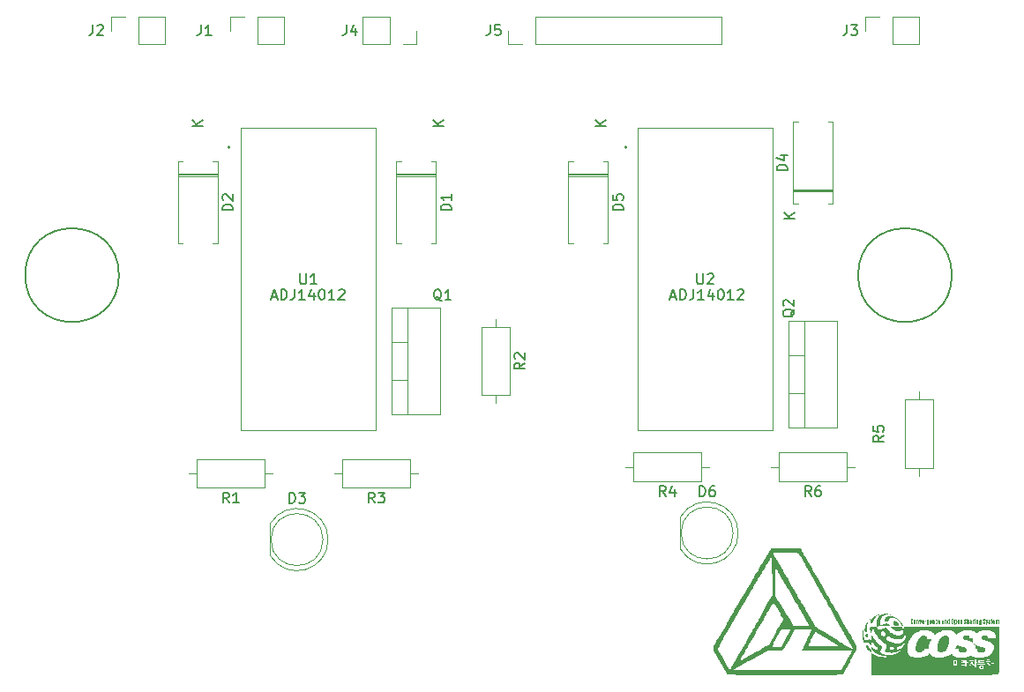
<source format=gbr>
%TF.GenerationSoftware,KiCad,Pcbnew,(6.0.2)*%
%TF.CreationDate,2022-07-20T21:02:28+09:00*%
%TF.ProjectId,______,a90428e8-8c5c-42e6-9b69-6361645f7063,rev?*%
%TF.SameCoordinates,Original*%
%TF.FileFunction,Legend,Top*%
%TF.FilePolarity,Positive*%
%FSLAX46Y46*%
G04 Gerber Fmt 4.6, Leading zero omitted, Abs format (unit mm)*
G04 Created by KiCad (PCBNEW (6.0.2)) date 2022-07-20 21:02:28*
%MOMM*%
%LPD*%
G01*
G04 APERTURE LIST*
%ADD10C,0.150000*%
%ADD11C,0.120000*%
G04 APERTURE END LIST*
D10*
X141605000Y-71755000D02*
G75*
G03*
X141605000Y-71755000I-4500000J0D01*
G01*
X61650000Y-71755000D02*
G75*
G03*
X61650000Y-71755000I-4500000J0D01*
G01*
%TO.C,Q2*%
X126492619Y-75025238D02*
X126445000Y-75120476D01*
X126349761Y-75215714D01*
X126206904Y-75358571D01*
X126159285Y-75453809D01*
X126159285Y-75549047D01*
X126397380Y-75501428D02*
X126349761Y-75596666D01*
X126254523Y-75691904D01*
X126064047Y-75739523D01*
X125730714Y-75739523D01*
X125540238Y-75691904D01*
X125445000Y-75596666D01*
X125397380Y-75501428D01*
X125397380Y-75310952D01*
X125445000Y-75215714D01*
X125540238Y-75120476D01*
X125730714Y-75072857D01*
X126064047Y-75072857D01*
X126254523Y-75120476D01*
X126349761Y-75215714D01*
X126397380Y-75310952D01*
X126397380Y-75501428D01*
X125492619Y-74691904D02*
X125445000Y-74644285D01*
X125397380Y-74549047D01*
X125397380Y-74310952D01*
X125445000Y-74215714D01*
X125492619Y-74168095D01*
X125587857Y-74120476D01*
X125683095Y-74120476D01*
X125825952Y-74168095D01*
X126397380Y-74739523D01*
X126397380Y-74120476D01*
%TO.C,D4*%
X125802380Y-61698095D02*
X124802380Y-61698095D01*
X124802380Y-61460000D01*
X124850000Y-61317142D01*
X124945238Y-61221904D01*
X125040476Y-61174285D01*
X125230952Y-61126666D01*
X125373809Y-61126666D01*
X125564285Y-61174285D01*
X125659523Y-61221904D01*
X125754761Y-61317142D01*
X125802380Y-61460000D01*
X125802380Y-61698095D01*
X125135714Y-60269523D02*
X125802380Y-60269523D01*
X124754761Y-60507619D02*
X125469047Y-60745714D01*
X125469047Y-60126666D01*
X126522380Y-66301904D02*
X125522380Y-66301904D01*
X126522380Y-65730476D02*
X125950952Y-66159047D01*
X125522380Y-65730476D02*
X126093809Y-66301904D01*
%TO.C,J4*%
X83486666Y-47712380D02*
X83486666Y-48426666D01*
X83439047Y-48569523D01*
X83343809Y-48664761D01*
X83200952Y-48712380D01*
X83105714Y-48712380D01*
X84391428Y-48045714D02*
X84391428Y-48712380D01*
X84153333Y-47664761D02*
X83915238Y-48379047D01*
X84534285Y-48379047D01*
%TO.C,J5*%
X97291666Y-47712380D02*
X97291666Y-48426666D01*
X97244047Y-48569523D01*
X97148809Y-48664761D01*
X97005952Y-48712380D01*
X96910714Y-48712380D01*
X98244047Y-47712380D02*
X97767857Y-47712380D01*
X97720238Y-48188571D01*
X97767857Y-48140952D01*
X97863095Y-48093333D01*
X98101190Y-48093333D01*
X98196428Y-48140952D01*
X98244047Y-48188571D01*
X98291666Y-48283809D01*
X98291666Y-48521904D01*
X98244047Y-48617142D01*
X98196428Y-48664761D01*
X98101190Y-48712380D01*
X97863095Y-48712380D01*
X97767857Y-48664761D01*
X97720238Y-48617142D01*
%TO.C,U1*%
X79049895Y-71600880D02*
X79049895Y-72410404D01*
X79097514Y-72505642D01*
X79145133Y-72553261D01*
X79240371Y-72600880D01*
X79430847Y-72600880D01*
X79526085Y-72553261D01*
X79573704Y-72505642D01*
X79621323Y-72410404D01*
X79621323Y-71600880D01*
X80621323Y-72600880D02*
X80049895Y-72600880D01*
X80335609Y-72600880D02*
X80335609Y-71600880D01*
X80240371Y-71743738D01*
X80145133Y-71838976D01*
X80049895Y-71886595D01*
X76311800Y-73826666D02*
X76787990Y-73826666D01*
X76216561Y-74112380D02*
X76549895Y-73112380D01*
X76883228Y-74112380D01*
X77216561Y-74112380D02*
X77216561Y-73112380D01*
X77454657Y-73112380D01*
X77597514Y-73160000D01*
X77692752Y-73255238D01*
X77740371Y-73350476D01*
X77787990Y-73540952D01*
X77787990Y-73683809D01*
X77740371Y-73874285D01*
X77692752Y-73969523D01*
X77597514Y-74064761D01*
X77454657Y-74112380D01*
X77216561Y-74112380D01*
X78502276Y-73112380D02*
X78502276Y-73826666D01*
X78454657Y-73969523D01*
X78359419Y-74064761D01*
X78216561Y-74112380D01*
X78121323Y-74112380D01*
X79502276Y-74112380D02*
X78930847Y-74112380D01*
X79216561Y-74112380D02*
X79216561Y-73112380D01*
X79121323Y-73255238D01*
X79026085Y-73350476D01*
X78930847Y-73398095D01*
X80359419Y-73445714D02*
X80359419Y-74112380D01*
X80121323Y-73064761D02*
X79883228Y-73779047D01*
X80502276Y-73779047D01*
X81073704Y-73112380D02*
X81168942Y-73112380D01*
X81264180Y-73160000D01*
X81311800Y-73207619D01*
X81359419Y-73302857D01*
X81407038Y-73493333D01*
X81407038Y-73731428D01*
X81359419Y-73921904D01*
X81311800Y-74017142D01*
X81264180Y-74064761D01*
X81168942Y-74112380D01*
X81073704Y-74112380D01*
X80978466Y-74064761D01*
X80930847Y-74017142D01*
X80883228Y-73921904D01*
X80835609Y-73731428D01*
X80835609Y-73493333D01*
X80883228Y-73302857D01*
X80930847Y-73207619D01*
X80978466Y-73160000D01*
X81073704Y-73112380D01*
X82359419Y-74112380D02*
X81787990Y-74112380D01*
X82073704Y-74112380D02*
X82073704Y-73112380D01*
X81978466Y-73255238D01*
X81883228Y-73350476D01*
X81787990Y-73398095D01*
X82740371Y-73207619D02*
X82787990Y-73160000D01*
X82883228Y-73112380D01*
X83121323Y-73112380D01*
X83216561Y-73160000D01*
X83264180Y-73207619D01*
X83311800Y-73302857D01*
X83311800Y-73398095D01*
X83264180Y-73540952D01*
X82692752Y-74112380D01*
X83311800Y-74112380D01*
%TO.C,R2*%
X100612380Y-80176666D02*
X100136190Y-80510000D01*
X100612380Y-80748095D02*
X99612380Y-80748095D01*
X99612380Y-80367142D01*
X99660000Y-80271904D01*
X99707619Y-80224285D01*
X99802857Y-80176666D01*
X99945714Y-80176666D01*
X100040952Y-80224285D01*
X100088571Y-80271904D01*
X100136190Y-80367142D01*
X100136190Y-80748095D01*
X99707619Y-79795714D02*
X99660000Y-79748095D01*
X99612380Y-79652857D01*
X99612380Y-79414761D01*
X99660000Y-79319523D01*
X99707619Y-79271904D01*
X99802857Y-79224285D01*
X99898095Y-79224285D01*
X100040952Y-79271904D01*
X100612380Y-79843333D01*
X100612380Y-79224285D01*
%TO.C,D2*%
X72587380Y-65508095D02*
X71587380Y-65508095D01*
X71587380Y-65270000D01*
X71635000Y-65127142D01*
X71730238Y-65031904D01*
X71825476Y-64984285D01*
X72015952Y-64936666D01*
X72158809Y-64936666D01*
X72349285Y-64984285D01*
X72444523Y-65031904D01*
X72539761Y-65127142D01*
X72587380Y-65270000D01*
X72587380Y-65508095D01*
X71682619Y-64555714D02*
X71635000Y-64508095D01*
X71587380Y-64412857D01*
X71587380Y-64174761D01*
X71635000Y-64079523D01*
X71682619Y-64031904D01*
X71777857Y-63984285D01*
X71873095Y-63984285D01*
X72015952Y-64031904D01*
X72587380Y-64603333D01*
X72587380Y-63984285D01*
X69667380Y-57411904D02*
X68667380Y-57411904D01*
X69667380Y-56840476D02*
X69095952Y-57269047D01*
X68667380Y-56840476D02*
X69238809Y-57411904D01*
%TO.C,D5*%
X110052380Y-65508095D02*
X109052380Y-65508095D01*
X109052380Y-65270000D01*
X109100000Y-65127142D01*
X109195238Y-65031904D01*
X109290476Y-64984285D01*
X109480952Y-64936666D01*
X109623809Y-64936666D01*
X109814285Y-64984285D01*
X109909523Y-65031904D01*
X110004761Y-65127142D01*
X110052380Y-65270000D01*
X110052380Y-65508095D01*
X109052380Y-64031904D02*
X109052380Y-64508095D01*
X109528571Y-64555714D01*
X109480952Y-64508095D01*
X109433333Y-64412857D01*
X109433333Y-64174761D01*
X109480952Y-64079523D01*
X109528571Y-64031904D01*
X109623809Y-63984285D01*
X109861904Y-63984285D01*
X109957142Y-64031904D01*
X110004761Y-64079523D01*
X110052380Y-64174761D01*
X110052380Y-64412857D01*
X110004761Y-64508095D01*
X109957142Y-64555714D01*
X108402380Y-57411904D02*
X107402380Y-57411904D01*
X108402380Y-56840476D02*
X107830952Y-57269047D01*
X107402380Y-56840476D02*
X107973809Y-57411904D01*
%TO.C,J2*%
X59126666Y-47712380D02*
X59126666Y-48426666D01*
X59079047Y-48569523D01*
X58983809Y-48664761D01*
X58840952Y-48712380D01*
X58745714Y-48712380D01*
X59555238Y-47807619D02*
X59602857Y-47760000D01*
X59698095Y-47712380D01*
X59936190Y-47712380D01*
X60031428Y-47760000D01*
X60079047Y-47807619D01*
X60126666Y-47902857D01*
X60126666Y-47998095D01*
X60079047Y-48140952D01*
X59507619Y-48712380D01*
X60126666Y-48712380D01*
%TO.C,D6*%
X117371904Y-93012380D02*
X117371904Y-92012380D01*
X117610000Y-92012380D01*
X117752857Y-92060000D01*
X117848095Y-92155238D01*
X117895714Y-92250476D01*
X117943333Y-92440952D01*
X117943333Y-92583809D01*
X117895714Y-92774285D01*
X117848095Y-92869523D01*
X117752857Y-92964761D01*
X117610000Y-93012380D01*
X117371904Y-93012380D01*
X118800476Y-92012380D02*
X118610000Y-92012380D01*
X118514761Y-92060000D01*
X118467142Y-92107619D01*
X118371904Y-92250476D01*
X118324285Y-92440952D01*
X118324285Y-92821904D01*
X118371904Y-92917142D01*
X118419523Y-92964761D01*
X118514761Y-93012380D01*
X118705238Y-93012380D01*
X118800476Y-92964761D01*
X118848095Y-92917142D01*
X118895714Y-92821904D01*
X118895714Y-92583809D01*
X118848095Y-92488571D01*
X118800476Y-92440952D01*
X118705238Y-92393333D01*
X118514761Y-92393333D01*
X118419523Y-92440952D01*
X118371904Y-92488571D01*
X118324285Y-92583809D01*
%TO.C,Q1*%
X92614761Y-74207619D02*
X92519523Y-74160000D01*
X92424285Y-74064761D01*
X92281428Y-73921904D01*
X92186190Y-73874285D01*
X92090952Y-73874285D01*
X92138571Y-74112380D02*
X92043333Y-74064761D01*
X91948095Y-73969523D01*
X91900476Y-73779047D01*
X91900476Y-73445714D01*
X91948095Y-73255238D01*
X92043333Y-73160000D01*
X92138571Y-73112380D01*
X92329047Y-73112380D01*
X92424285Y-73160000D01*
X92519523Y-73255238D01*
X92567142Y-73445714D01*
X92567142Y-73779047D01*
X92519523Y-73969523D01*
X92424285Y-74064761D01*
X92329047Y-74112380D01*
X92138571Y-74112380D01*
X93519523Y-74112380D02*
X92948095Y-74112380D01*
X93233809Y-74112380D02*
X93233809Y-73112380D01*
X93138571Y-73255238D01*
X93043333Y-73350476D01*
X92948095Y-73398095D01*
%TO.C,R1*%
X72223333Y-93627380D02*
X71890000Y-93151190D01*
X71651904Y-93627380D02*
X71651904Y-92627380D01*
X72032857Y-92627380D01*
X72128095Y-92675000D01*
X72175714Y-92722619D01*
X72223333Y-92817857D01*
X72223333Y-92960714D01*
X72175714Y-93055952D01*
X72128095Y-93103571D01*
X72032857Y-93151190D01*
X71651904Y-93151190D01*
X73175714Y-93627380D02*
X72604285Y-93627380D01*
X72890000Y-93627380D02*
X72890000Y-92627380D01*
X72794761Y-92770238D01*
X72699523Y-92865476D01*
X72604285Y-92913095D01*
%TO.C,U2*%
X117149895Y-71600880D02*
X117149895Y-72410404D01*
X117197514Y-72505642D01*
X117245133Y-72553261D01*
X117340371Y-72600880D01*
X117530847Y-72600880D01*
X117626085Y-72553261D01*
X117673704Y-72505642D01*
X117721323Y-72410404D01*
X117721323Y-71600880D01*
X118149895Y-71696119D02*
X118197514Y-71648500D01*
X118292752Y-71600880D01*
X118530847Y-71600880D01*
X118626085Y-71648500D01*
X118673704Y-71696119D01*
X118721323Y-71791357D01*
X118721323Y-71886595D01*
X118673704Y-72029452D01*
X118102276Y-72600880D01*
X118721323Y-72600880D01*
X114610000Y-73826666D02*
X115086190Y-73826666D01*
X114514761Y-74112380D02*
X114848095Y-73112380D01*
X115181428Y-74112380D01*
X115514761Y-74112380D02*
X115514761Y-73112380D01*
X115752857Y-73112380D01*
X115895714Y-73160000D01*
X115990952Y-73255238D01*
X116038571Y-73350476D01*
X116086190Y-73540952D01*
X116086190Y-73683809D01*
X116038571Y-73874285D01*
X115990952Y-73969523D01*
X115895714Y-74064761D01*
X115752857Y-74112380D01*
X115514761Y-74112380D01*
X116800476Y-73112380D02*
X116800476Y-73826666D01*
X116752857Y-73969523D01*
X116657619Y-74064761D01*
X116514761Y-74112380D01*
X116419523Y-74112380D01*
X117800476Y-74112380D02*
X117229047Y-74112380D01*
X117514761Y-74112380D02*
X117514761Y-73112380D01*
X117419523Y-73255238D01*
X117324285Y-73350476D01*
X117229047Y-73398095D01*
X118657619Y-73445714D02*
X118657619Y-74112380D01*
X118419523Y-73064761D02*
X118181428Y-73779047D01*
X118800476Y-73779047D01*
X119371904Y-73112380D02*
X119467142Y-73112380D01*
X119562380Y-73160000D01*
X119610000Y-73207619D01*
X119657619Y-73302857D01*
X119705238Y-73493333D01*
X119705238Y-73731428D01*
X119657619Y-73921904D01*
X119610000Y-74017142D01*
X119562380Y-74064761D01*
X119467142Y-74112380D01*
X119371904Y-74112380D01*
X119276666Y-74064761D01*
X119229047Y-74017142D01*
X119181428Y-73921904D01*
X119133809Y-73731428D01*
X119133809Y-73493333D01*
X119181428Y-73302857D01*
X119229047Y-73207619D01*
X119276666Y-73160000D01*
X119371904Y-73112380D01*
X120657619Y-74112380D02*
X120086190Y-74112380D01*
X120371904Y-74112380D02*
X120371904Y-73112380D01*
X120276666Y-73255238D01*
X120181428Y-73350476D01*
X120086190Y-73398095D01*
X121038571Y-73207619D02*
X121086190Y-73160000D01*
X121181428Y-73112380D01*
X121419523Y-73112380D01*
X121514761Y-73160000D01*
X121562380Y-73207619D01*
X121610000Y-73302857D01*
X121610000Y-73398095D01*
X121562380Y-73540952D01*
X120990952Y-74112380D01*
X121610000Y-74112380D01*
%TO.C,R4*%
X114133333Y-92992380D02*
X113800000Y-92516190D01*
X113561904Y-92992380D02*
X113561904Y-91992380D01*
X113942857Y-91992380D01*
X114038095Y-92040000D01*
X114085714Y-92087619D01*
X114133333Y-92182857D01*
X114133333Y-92325714D01*
X114085714Y-92420952D01*
X114038095Y-92468571D01*
X113942857Y-92516190D01*
X113561904Y-92516190D01*
X114990476Y-92325714D02*
X114990476Y-92992380D01*
X114752380Y-91944761D02*
X114514285Y-92659047D01*
X115133333Y-92659047D01*
%TO.C,R3*%
X86193333Y-93627380D02*
X85860000Y-93151190D01*
X85621904Y-93627380D02*
X85621904Y-92627380D01*
X86002857Y-92627380D01*
X86098095Y-92675000D01*
X86145714Y-92722619D01*
X86193333Y-92817857D01*
X86193333Y-92960714D01*
X86145714Y-93055952D01*
X86098095Y-93103571D01*
X86002857Y-93151190D01*
X85621904Y-93151190D01*
X86526666Y-92627380D02*
X87145714Y-92627380D01*
X86812380Y-93008333D01*
X86955238Y-93008333D01*
X87050476Y-93055952D01*
X87098095Y-93103571D01*
X87145714Y-93198809D01*
X87145714Y-93436904D01*
X87098095Y-93532142D01*
X87050476Y-93579761D01*
X86955238Y-93627380D01*
X86669523Y-93627380D01*
X86574285Y-93579761D01*
X86526666Y-93532142D01*
%TO.C,R6*%
X128103333Y-92992380D02*
X127770000Y-92516190D01*
X127531904Y-92992380D02*
X127531904Y-91992380D01*
X127912857Y-91992380D01*
X128008095Y-92040000D01*
X128055714Y-92087619D01*
X128103333Y-92182857D01*
X128103333Y-92325714D01*
X128055714Y-92420952D01*
X128008095Y-92468571D01*
X127912857Y-92516190D01*
X127531904Y-92516190D01*
X128960476Y-91992380D02*
X128770000Y-91992380D01*
X128674761Y-92040000D01*
X128627142Y-92087619D01*
X128531904Y-92230476D01*
X128484285Y-92420952D01*
X128484285Y-92801904D01*
X128531904Y-92897142D01*
X128579523Y-92944761D01*
X128674761Y-92992380D01*
X128865238Y-92992380D01*
X128960476Y-92944761D01*
X129008095Y-92897142D01*
X129055714Y-92801904D01*
X129055714Y-92563809D01*
X129008095Y-92468571D01*
X128960476Y-92420952D01*
X128865238Y-92373333D01*
X128674761Y-92373333D01*
X128579523Y-92420952D01*
X128531904Y-92468571D01*
X128484285Y-92563809D01*
%TO.C,J1*%
X69516666Y-47712380D02*
X69516666Y-48426666D01*
X69469047Y-48569523D01*
X69373809Y-48664761D01*
X69230952Y-48712380D01*
X69135714Y-48712380D01*
X70516666Y-48712380D02*
X69945238Y-48712380D01*
X70230952Y-48712380D02*
X70230952Y-47712380D01*
X70135714Y-47855238D01*
X70040476Y-47950476D01*
X69945238Y-47998095D01*
%TO.C,D3*%
X78001904Y-93647380D02*
X78001904Y-92647380D01*
X78240000Y-92647380D01*
X78382857Y-92695000D01*
X78478095Y-92790238D01*
X78525714Y-92885476D01*
X78573333Y-93075952D01*
X78573333Y-93218809D01*
X78525714Y-93409285D01*
X78478095Y-93504523D01*
X78382857Y-93599761D01*
X78240000Y-93647380D01*
X78001904Y-93647380D01*
X78906666Y-92647380D02*
X79525714Y-92647380D01*
X79192380Y-93028333D01*
X79335238Y-93028333D01*
X79430476Y-93075952D01*
X79478095Y-93123571D01*
X79525714Y-93218809D01*
X79525714Y-93456904D01*
X79478095Y-93552142D01*
X79430476Y-93599761D01*
X79335238Y-93647380D01*
X79049523Y-93647380D01*
X78954285Y-93599761D01*
X78906666Y-93552142D01*
%TO.C,D1*%
X93542380Y-65508095D02*
X92542380Y-65508095D01*
X92542380Y-65270000D01*
X92590000Y-65127142D01*
X92685238Y-65031904D01*
X92780476Y-64984285D01*
X92970952Y-64936666D01*
X93113809Y-64936666D01*
X93304285Y-64984285D01*
X93399523Y-65031904D01*
X93494761Y-65127142D01*
X93542380Y-65270000D01*
X93542380Y-65508095D01*
X93542380Y-63984285D02*
X93542380Y-64555714D01*
X93542380Y-64270000D02*
X92542380Y-64270000D01*
X92685238Y-64365238D01*
X92780476Y-64460476D01*
X92828095Y-64555714D01*
X92822380Y-57411904D02*
X91822380Y-57411904D01*
X92822380Y-56840476D02*
X92250952Y-57269047D01*
X91822380Y-56840476D02*
X92393809Y-57411904D01*
%TO.C,R5*%
X135072380Y-87161666D02*
X134596190Y-87495000D01*
X135072380Y-87733095D02*
X134072380Y-87733095D01*
X134072380Y-87352142D01*
X134120000Y-87256904D01*
X134167619Y-87209285D01*
X134262857Y-87161666D01*
X134405714Y-87161666D01*
X134500952Y-87209285D01*
X134548571Y-87256904D01*
X134596190Y-87352142D01*
X134596190Y-87733095D01*
X134072380Y-86256904D02*
X134072380Y-86733095D01*
X134548571Y-86780714D01*
X134500952Y-86733095D01*
X134453333Y-86637857D01*
X134453333Y-86399761D01*
X134500952Y-86304523D01*
X134548571Y-86256904D01*
X134643809Y-86209285D01*
X134881904Y-86209285D01*
X134977142Y-86256904D01*
X135024761Y-86304523D01*
X135072380Y-86399761D01*
X135072380Y-86637857D01*
X135024761Y-86733095D01*
X134977142Y-86780714D01*
%TO.C,J3*%
X131516666Y-47712380D02*
X131516666Y-48426666D01*
X131469047Y-48569523D01*
X131373809Y-48664761D01*
X131230952Y-48712380D01*
X131135714Y-48712380D01*
X131897619Y-47712380D02*
X132516666Y-47712380D01*
X132183333Y-48093333D01*
X132326190Y-48093333D01*
X132421428Y-48140952D01*
X132469047Y-48188571D01*
X132516666Y-48283809D01*
X132516666Y-48521904D01*
X132469047Y-48617142D01*
X132421428Y-48664761D01*
X132326190Y-48712380D01*
X132040476Y-48712380D01*
X131945238Y-48664761D01*
X131897619Y-48617142D01*
D11*
%TO.C,Q2*%
X125945000Y-86400000D02*
X125945000Y-76160000D01*
X130586000Y-86400000D02*
X130586000Y-76160000D01*
X125945000Y-86400000D02*
X130586000Y-86400000D01*
X125945000Y-79429000D02*
X127455000Y-79429000D01*
X125945000Y-76160000D02*
X130586000Y-76160000D01*
X127455000Y-86400000D02*
X127455000Y-76160000D01*
X125945000Y-83130000D02*
X127455000Y-83130000D01*
%TO.C,D4*%
X126350000Y-57040000D02*
X126830000Y-57040000D01*
X126350000Y-63500000D02*
X130190000Y-63500000D01*
X129710000Y-64880000D02*
X130190000Y-64880000D01*
X130190000Y-64880000D02*
X130190000Y-57040000D01*
X126350000Y-64880000D02*
X126350000Y-57040000D01*
X130190000Y-57040000D02*
X129710000Y-57040000D01*
X126350000Y-63740000D02*
X130190000Y-63740000D01*
X126350000Y-63620000D02*
X130190000Y-63620000D01*
X126830000Y-64880000D02*
X126350000Y-64880000D01*
%TO.C,J4*%
X87630000Y-46930000D02*
X85030000Y-46930000D01*
X87630000Y-46930000D02*
X87630000Y-49590000D01*
X85030000Y-46930000D02*
X85030000Y-49590000D01*
X90230000Y-49590000D02*
X88900000Y-49590000D01*
X90230000Y-48260000D02*
X90230000Y-49590000D01*
X87630000Y-49590000D02*
X85030000Y-49590000D01*
%TO.C,J5*%
X101615000Y-49590000D02*
X101615000Y-46930000D01*
X119455000Y-49590000D02*
X119455000Y-46930000D01*
X99015000Y-49590000D02*
X99015000Y-48260000D01*
X101615000Y-49590000D02*
X119455000Y-49590000D01*
X100345000Y-49590000D02*
X99015000Y-49590000D01*
X101615000Y-46930000D02*
X119455000Y-46930000D01*
%TO.C,U1*%
X73309400Y-86651900D02*
X86314200Y-86651900D01*
X86314200Y-57645100D02*
X73309400Y-57645100D01*
X73309400Y-57645100D02*
X73309400Y-86651900D01*
X86314200Y-86651900D02*
X86314200Y-57645100D01*
X72318800Y-59448500D02*
G75*
G03*
X72318800Y-59448500I-127000J0D01*
G01*
%TO.C,R2*%
X99160000Y-76740000D02*
X96420000Y-76740000D01*
X97790000Y-84050000D02*
X97790000Y-83280000D01*
X96420000Y-76740000D02*
X96420000Y-83280000D01*
X97790000Y-75970000D02*
X97790000Y-76740000D01*
X96420000Y-83280000D02*
X99160000Y-83280000D01*
X99160000Y-83280000D02*
X99160000Y-76740000D01*
%TO.C,D2*%
X71135000Y-62230000D02*
X67295000Y-62230000D01*
X67295000Y-68690000D02*
X67775000Y-68690000D01*
X70655000Y-60850000D02*
X71135000Y-60850000D01*
X71135000Y-60850000D02*
X71135000Y-68690000D01*
X71135000Y-61990000D02*
X67295000Y-61990000D01*
X67775000Y-60850000D02*
X67295000Y-60850000D01*
X71135000Y-68690000D02*
X70655000Y-68690000D01*
X71135000Y-62110000D02*
X67295000Y-62110000D01*
X67295000Y-60850000D02*
X67295000Y-68690000D01*
%TO.C,G\u002A\u002A\u002A*%
G36*
X119642057Y-109393493D02*
G01*
X119537114Y-109208300D01*
X119426151Y-109012172D01*
X119401286Y-108968182D01*
X118762857Y-107838495D01*
X118763306Y-107693059D01*
X119151801Y-107693059D01*
X119155414Y-107730852D01*
X119166156Y-107765638D01*
X119182836Y-107800385D01*
X119204267Y-107838063D01*
X119220722Y-107866481D01*
X119290687Y-107988864D01*
X119370246Y-108127545D01*
X119457119Y-108278591D01*
X119549024Y-108438066D01*
X119643682Y-108602035D01*
X119738812Y-108766566D01*
X119832134Y-108927722D01*
X119921367Y-109081570D01*
X120004230Y-109224175D01*
X120078444Y-109351603D01*
X120141728Y-109459918D01*
X120191801Y-109545188D01*
X120226383Y-109603477D01*
X120243193Y-109630851D01*
X120244136Y-109632167D01*
X120273224Y-109651749D01*
X120285513Y-109651818D01*
X120300683Y-109633025D01*
X120333496Y-109583317D01*
X120381117Y-109507295D01*
X120440708Y-109409565D01*
X120509434Y-109294729D01*
X120584457Y-109167390D01*
X120592282Y-109154001D01*
X120684240Y-108996449D01*
X120770963Y-108847715D01*
X120804361Y-108790364D01*
X121272267Y-108790364D01*
X121287339Y-108795600D01*
X121310527Y-108785702D01*
X121365571Y-108757596D01*
X121448691Y-108713345D01*
X121556104Y-108655012D01*
X121684028Y-108584662D01*
X121828681Y-108504356D01*
X121986282Y-108416159D01*
X122094173Y-108355408D01*
X122287022Y-108246602D01*
X122493727Y-108130057D01*
X122706052Y-108010410D01*
X122915763Y-107892299D01*
X123114624Y-107780363D01*
X123294399Y-107679240D01*
X123446854Y-107593569D01*
X123449182Y-107592261D01*
X123766311Y-107414178D01*
X124338967Y-107414178D01*
X124345072Y-107423942D01*
X124366501Y-107431309D01*
X124407928Y-107436588D01*
X124474026Y-107440086D01*
X124569469Y-107442112D01*
X124698929Y-107442975D01*
X124776690Y-107443067D01*
X125214413Y-107443067D01*
X125668457Y-106643834D01*
X125762361Y-106478091D01*
X125849706Y-106323053D01*
X125928455Y-106182403D01*
X125996570Y-106059821D01*
X126052012Y-105958986D01*
X126092745Y-105883581D01*
X126116729Y-105837284D01*
X126122502Y-105823818D01*
X126102263Y-105816330D01*
X126042531Y-105810442D01*
X125944785Y-105806221D01*
X125810507Y-105803734D01*
X125664719Y-105803034D01*
X125206936Y-105803034D01*
X124772952Y-106594161D01*
X124682307Y-106760040D01*
X124598080Y-106915406D01*
X124522279Y-107056465D01*
X124456913Y-107179422D01*
X124403990Y-107280481D01*
X124365519Y-107355849D01*
X124343508Y-107401730D01*
X124338967Y-107414178D01*
X123766311Y-107414178D01*
X124025176Y-107268813D01*
X124720207Y-106028539D01*
X124836396Y-105820902D01*
X124946500Y-105623560D01*
X125048900Y-105439450D01*
X125141978Y-105271508D01*
X125224117Y-105122671D01*
X125293698Y-104995876D01*
X125349103Y-104894062D01*
X125388714Y-104820163D01*
X125410912Y-104777119D01*
X125415238Y-104767030D01*
X125405141Y-104743474D01*
X125376564Y-104689626D01*
X125332073Y-104609816D01*
X125274238Y-104508373D01*
X125205628Y-104389628D01*
X125128811Y-104257910D01*
X125046356Y-104117548D01*
X124960831Y-103972872D01*
X124874805Y-103828213D01*
X124790846Y-103687899D01*
X124711524Y-103556260D01*
X124639406Y-103437626D01*
X124577061Y-103336327D01*
X124527059Y-103256692D01*
X124491966Y-103203050D01*
X124474353Y-103179733D01*
X124473186Y-103179088D01*
X124461431Y-103196520D01*
X124430705Y-103247250D01*
X124382340Y-103328954D01*
X124317668Y-103439309D01*
X124238022Y-103575992D01*
X124144732Y-103736680D01*
X124039132Y-103919048D01*
X123922553Y-104120775D01*
X123796327Y-104339536D01*
X123661786Y-104573008D01*
X123520263Y-104818868D01*
X123373089Y-105074793D01*
X123221596Y-105338459D01*
X123067117Y-105607543D01*
X122910983Y-105879722D01*
X122754527Y-106152673D01*
X122599080Y-106424071D01*
X122445975Y-106691595D01*
X122296543Y-106952920D01*
X122152117Y-107205723D01*
X122014029Y-107447681D01*
X121883610Y-107676471D01*
X121762193Y-107889769D01*
X121651110Y-108085252D01*
X121551693Y-108260597D01*
X121465273Y-108413480D01*
X121393184Y-108541579D01*
X121336756Y-108642569D01*
X121297322Y-108714128D01*
X121276214Y-108753932D01*
X121273228Y-108760370D01*
X121272267Y-108790364D01*
X120804361Y-108790364D01*
X120856010Y-108701673D01*
X120942942Y-108552195D01*
X121035318Y-108393156D01*
X121136700Y-108218428D01*
X121250646Y-108021885D01*
X121380718Y-107797401D01*
X121413783Y-107740322D01*
X121540150Y-107521523D01*
X121677265Y-107282953D01*
X121822208Y-107029768D01*
X121972060Y-106767121D01*
X122123900Y-106500166D01*
X122274810Y-106234056D01*
X122421870Y-105973945D01*
X122562161Y-105724987D01*
X122692763Y-105492336D01*
X122810756Y-105281144D01*
X122913221Y-105096566D01*
X122975755Y-104983018D01*
X123017214Y-104907776D01*
X123072317Y-104808304D01*
X123134657Y-104696138D01*
X123197832Y-104582815D01*
X123214763Y-104552510D01*
X123261016Y-104469533D01*
X123323637Y-104356841D01*
X123399196Y-104220624D01*
X123484264Y-104067072D01*
X123575411Y-103902373D01*
X123669210Y-103732719D01*
X123754257Y-103578741D01*
X123845025Y-103414368D01*
X123934131Y-103253095D01*
X124018556Y-103100380D01*
X124095279Y-102961683D01*
X124161280Y-102842463D01*
X124213540Y-102748179D01*
X124249039Y-102684291D01*
X124249255Y-102683904D01*
X124301231Y-102590612D01*
X124687177Y-102590612D01*
X124742066Y-102684919D01*
X124762819Y-102719734D01*
X124798716Y-102778846D01*
X124850356Y-102863224D01*
X124918339Y-102973840D01*
X125003264Y-103111666D01*
X125105732Y-103277672D01*
X125226343Y-103472830D01*
X125365696Y-103698110D01*
X125524391Y-103954486D01*
X125703028Y-104242926D01*
X125902207Y-104564404D01*
X126085415Y-104860016D01*
X126158325Y-104977568D01*
X126227364Y-105088742D01*
X126288393Y-105186882D01*
X126337275Y-105265334D01*
X126369868Y-105317443D01*
X126375507Y-105326400D01*
X126430523Y-105413527D01*
X127927980Y-105413527D01*
X127903512Y-105367401D01*
X127886266Y-105336663D01*
X127850019Y-105273459D01*
X127796473Y-105180710D01*
X127727329Y-105061339D01*
X127644290Y-104918269D01*
X127549058Y-104754421D01*
X127443335Y-104572719D01*
X127328825Y-104376085D01*
X127207227Y-104167441D01*
X127080246Y-103949711D01*
X126949583Y-103725815D01*
X126816941Y-103498678D01*
X126684021Y-103271221D01*
X126552526Y-103046366D01*
X126424157Y-102827038D01*
X126372143Y-102738224D01*
X126263619Y-102552915D01*
X126159563Y-102375154D01*
X126062154Y-102208670D01*
X125973571Y-102057191D01*
X125895993Y-101924444D01*
X125831600Y-101814159D01*
X125782571Y-101730062D01*
X125751084Y-101675882D01*
X125743045Y-101661953D01*
X125712253Y-101608803D01*
X125663591Y-101525450D01*
X125600056Y-101416985D01*
X125524643Y-101288499D01*
X125440349Y-101145081D01*
X125350172Y-100991824D01*
X125257106Y-100833818D01*
X125164149Y-100676153D01*
X125074298Y-100523921D01*
X124990547Y-100382212D01*
X124915895Y-100256117D01*
X124874253Y-100185924D01*
X124697724Y-99888668D01*
X124692451Y-101239640D01*
X124687177Y-102590612D01*
X124301231Y-102590612D01*
X124359468Y-102486082D01*
X124359468Y-100583638D01*
X124359264Y-100251075D01*
X124358662Y-99946980D01*
X124357675Y-99672704D01*
X124356318Y-99429599D01*
X124354604Y-99219015D01*
X124352547Y-99042305D01*
X124350161Y-98900820D01*
X124347460Y-98795911D01*
X124344457Y-98728930D01*
X124341166Y-98701228D01*
X124340218Y-98700669D01*
X124333059Y-98709722D01*
X124320382Y-98728611D01*
X124300768Y-98759719D01*
X124272801Y-98805430D01*
X124235062Y-98868129D01*
X124186133Y-98950199D01*
X124124598Y-99054024D01*
X124049037Y-99181988D01*
X123958034Y-99336474D01*
X123850171Y-99519866D01*
X123724030Y-99734549D01*
X123621485Y-99909168D01*
X123498555Y-100118484D01*
X123366834Y-100342676D01*
X123228804Y-100577522D01*
X123086950Y-100818804D01*
X122943754Y-101062299D01*
X122801700Y-101303787D01*
X122663272Y-101539049D01*
X122530952Y-101763862D01*
X122407224Y-101974007D01*
X122294572Y-102165263D01*
X122195478Y-102333409D01*
X122112427Y-102474225D01*
X122053380Y-102574221D01*
X121754345Y-103081475D01*
X121439177Y-103618533D01*
X121111456Y-104179246D01*
X120774762Y-104757469D01*
X120432674Y-105347052D01*
X120088773Y-105941850D01*
X119769292Y-106496325D01*
X119636230Y-106727537D01*
X119522185Y-106926044D01*
X119425970Y-107094814D01*
X119346394Y-107236818D01*
X119282270Y-107355026D01*
X119232408Y-107452407D01*
X119195619Y-107531931D01*
X119170714Y-107596568D01*
X119156504Y-107649287D01*
X119151801Y-107693059D01*
X118763306Y-107693059D01*
X118764361Y-107350815D01*
X118893055Y-107104810D01*
X118947279Y-107004374D01*
X119016677Y-106880626D01*
X119094679Y-106745018D01*
X119174717Y-106608999D01*
X119234142Y-106510298D01*
X119304436Y-106394617D01*
X119371959Y-106282881D01*
X119432048Y-106182849D01*
X119480043Y-106102283D01*
X119511225Y-106049039D01*
X119533749Y-106010269D01*
X119574952Y-105939855D01*
X119632678Y-105841466D01*
X119704769Y-105718770D01*
X119789069Y-105575436D01*
X119883419Y-105415132D01*
X119985665Y-105241525D01*
X120093647Y-105058286D01*
X120156151Y-104952268D01*
X120253664Y-104786872D01*
X120369364Y-104590590D01*
X120500631Y-104367866D01*
X120644847Y-104123144D01*
X120799394Y-103860867D01*
X120961653Y-103585480D01*
X121129006Y-103301427D01*
X121298835Y-103013152D01*
X121468520Y-102725098D01*
X121635444Y-102441711D01*
X121786811Y-102184713D01*
X121946519Y-101913547D01*
X122109834Y-101636265D01*
X122274325Y-101356998D01*
X122437556Y-101079876D01*
X122597096Y-100809030D01*
X122750510Y-100548592D01*
X122895365Y-100302692D01*
X123029228Y-100075462D01*
X123149665Y-99871032D01*
X123254243Y-99693533D01*
X123340528Y-99547096D01*
X123343035Y-99542842D01*
X123446126Y-99367658D01*
X123544701Y-99199688D01*
X123636419Y-99042955D01*
X123718938Y-98901481D01*
X123789916Y-98779290D01*
X123847012Y-98680402D01*
X123887882Y-98608841D01*
X123909952Y-98569073D01*
X123963773Y-98471722D01*
X123968679Y-98463400D01*
X124452022Y-98463400D01*
X124457359Y-98487444D01*
X124480593Y-98539453D01*
X124518240Y-98612407D01*
X124566818Y-98699285D01*
X124581686Y-98724780D01*
X124612354Y-98777174D01*
X124661909Y-98862191D01*
X124728690Y-98976970D01*
X124811037Y-99118652D01*
X124907291Y-99284377D01*
X125015792Y-99471286D01*
X125134880Y-99676519D01*
X125262895Y-99897217D01*
X125398177Y-100130521D01*
X125539068Y-100373571D01*
X125683905Y-100623506D01*
X125733256Y-100708684D01*
X125886435Y-100973072D01*
X126041403Y-101240526D01*
X126195921Y-101507187D01*
X126347756Y-101769198D01*
X126494671Y-102022703D01*
X126634431Y-102263843D01*
X126764800Y-102488761D01*
X126883542Y-102693599D01*
X126988422Y-102874501D01*
X127077204Y-103027609D01*
X127147169Y-103148232D01*
X127251429Y-103327973D01*
X127370983Y-103534130D01*
X127500575Y-103757636D01*
X127634951Y-103989428D01*
X127768854Y-104220441D01*
X127897031Y-104441609D01*
X128014225Y-104643868D01*
X128017906Y-104650222D01*
X128114894Y-104817226D01*
X128206534Y-104974247D01*
X128290594Y-105117517D01*
X128364843Y-105243269D01*
X128427051Y-105347735D01*
X128474986Y-105427148D01*
X128506417Y-105477739D01*
X128518035Y-105494763D01*
X128541023Y-105512083D01*
X128596030Y-105548785D01*
X128680026Y-105602970D01*
X128789985Y-105672740D01*
X128922880Y-105756196D01*
X129075681Y-105851440D01*
X129245362Y-105956572D01*
X129428895Y-106069694D01*
X129623252Y-106188908D01*
X129689572Y-106229458D01*
X129897255Y-106356668D01*
X130103151Y-106483395D01*
X130303133Y-106607063D01*
X130493074Y-106725091D01*
X130668846Y-106834901D01*
X130826323Y-106933915D01*
X130961378Y-107019553D01*
X131069883Y-107089236D01*
X131147711Y-107140386D01*
X131151340Y-107142827D01*
X131254644Y-107211235D01*
X131348054Y-107270884D01*
X131425653Y-107318169D01*
X131481521Y-107349488D01*
X131509738Y-107361237D01*
X131510097Y-107361249D01*
X131539071Y-107371594D01*
X131595754Y-107399968D01*
X131673137Y-107442585D01*
X131764216Y-107495655D01*
X131811364Y-107524110D01*
X131927379Y-107592953D01*
X132012305Y-107638411D01*
X132068292Y-107661110D01*
X132097489Y-107661673D01*
X132102043Y-107640726D01*
X132086929Y-107604146D01*
X132073111Y-107579211D01*
X132040647Y-107521323D01*
X131991077Y-107433212D01*
X131925944Y-107317612D01*
X131846788Y-107177253D01*
X131755152Y-107014870D01*
X131652578Y-106833192D01*
X131540605Y-106634953D01*
X131420777Y-106422884D01*
X131294635Y-106199718D01*
X131221033Y-106069540D01*
X131114473Y-105881083D01*
X130989562Y-105660168D01*
X130848130Y-105410031D01*
X130692004Y-105133904D01*
X130523014Y-104835023D01*
X130342987Y-104516620D01*
X130153753Y-104181931D01*
X129957140Y-103834189D01*
X129754977Y-103476628D01*
X129549091Y-103112483D01*
X129341313Y-102744987D01*
X129133469Y-102377375D01*
X128927389Y-102012880D01*
X128724902Y-101654738D01*
X128659438Y-101538950D01*
X128474403Y-101211739D01*
X128294666Y-100894025D01*
X128121278Y-100587659D01*
X127955287Y-100294490D01*
X127797746Y-100016370D01*
X127649702Y-99755149D01*
X127512207Y-99512677D01*
X127386311Y-99290804D01*
X127273063Y-99091382D01*
X127173513Y-98916259D01*
X127088712Y-98767288D01*
X127019709Y-98646317D01*
X126967555Y-98555198D01*
X126933300Y-98495781D01*
X126917993Y-98469916D01*
X126917373Y-98469015D01*
X126893432Y-98464058D01*
X126832975Y-98459571D01*
X126740372Y-98455563D01*
X126619992Y-98452045D01*
X126476206Y-98449026D01*
X126313383Y-98446517D01*
X126135893Y-98444527D01*
X125948107Y-98443066D01*
X125754392Y-98442144D01*
X125559121Y-98441772D01*
X125366661Y-98441959D01*
X125181384Y-98442715D01*
X125007659Y-98444050D01*
X124849855Y-98445973D01*
X124712343Y-98448496D01*
X124599492Y-98451628D01*
X124515672Y-98455379D01*
X124465253Y-98459758D01*
X124452022Y-98463400D01*
X123968679Y-98463400D01*
X124025088Y-98367704D01*
X124088871Y-98264844D01*
X124150096Y-98170963D01*
X124203737Y-98093883D01*
X124244766Y-98041426D01*
X124257502Y-98028185D01*
X124308217Y-97982130D01*
X127108965Y-97994004D01*
X127169137Y-98121320D01*
X127198556Y-98182893D01*
X127226622Y-98239620D01*
X127256899Y-98298096D01*
X127292953Y-98364914D01*
X127338349Y-98446667D01*
X127396655Y-98549951D01*
X127471434Y-98681358D01*
X127481863Y-98699644D01*
X127507946Y-98745369D01*
X127532275Y-98788006D01*
X127556003Y-98829561D01*
X127580282Y-98872039D01*
X127606266Y-98917445D01*
X127635107Y-98967785D01*
X127667958Y-99025063D01*
X127705971Y-99091285D01*
X127750299Y-99168456D01*
X127802095Y-99258581D01*
X127862511Y-99363666D01*
X127932701Y-99485715D01*
X128013816Y-99626733D01*
X128107010Y-99788727D01*
X128213435Y-99973700D01*
X128334244Y-100183659D01*
X128470590Y-100420608D01*
X128623625Y-100686553D01*
X128794502Y-100983498D01*
X128984373Y-101313449D01*
X129037458Y-101405698D01*
X129210519Y-101706493D01*
X129399627Y-102035285D01*
X129600825Y-102385187D01*
X129810156Y-102749313D01*
X130023662Y-103120776D01*
X130237385Y-103492691D01*
X130447368Y-103858170D01*
X130649652Y-104210327D01*
X130840281Y-104542276D01*
X131015296Y-104847129D01*
X131052109Y-104911267D01*
X131195560Y-105161135D01*
X131334862Y-105403633D01*
X131468450Y-105636043D01*
X131594759Y-105855651D01*
X131712223Y-106059738D01*
X131819278Y-106245589D01*
X131914359Y-106410487D01*
X131995900Y-106551716D01*
X132062337Y-106666558D01*
X132112105Y-106752297D01*
X132143637Y-106806218D01*
X132150516Y-106817804D01*
X132208510Y-106918772D01*
X132271091Y-107034304D01*
X132325958Y-107141601D01*
X132332472Y-107154977D01*
X132368318Y-107230452D01*
X132392083Y-107288159D01*
X132406220Y-107340218D01*
X132413183Y-107398748D01*
X132415422Y-107475867D01*
X132415445Y-107564985D01*
X132414685Y-107667470D01*
X132411879Y-107738470D01*
X132405195Y-107787502D01*
X132392800Y-107824080D01*
X132372859Y-107857721D01*
X132354017Y-107883825D01*
X132316159Y-107941723D01*
X132270120Y-108021894D01*
X132224490Y-108109200D01*
X132214412Y-108129830D01*
X132187978Y-108182519D01*
X132146747Y-108261846D01*
X132093514Y-108362657D01*
X132031074Y-108479802D01*
X131962218Y-108608128D01*
X131889743Y-108742482D01*
X131816441Y-108877713D01*
X131745106Y-109008670D01*
X131678533Y-109130199D01*
X131619516Y-109237149D01*
X131570848Y-109324367D01*
X131535323Y-109386702D01*
X131515736Y-109419002D01*
X131514016Y-109421356D01*
X131494432Y-109452627D01*
X131462375Y-109511456D01*
X131421638Y-109590105D01*
X131376015Y-109680832D01*
X131329298Y-109775897D01*
X131285279Y-109867561D01*
X131247751Y-109948083D01*
X131220507Y-110009723D01*
X131207339Y-110044742D01*
X131206688Y-110048566D01*
X131192399Y-110087029D01*
X131169112Y-110115192D01*
X131163242Y-110118660D01*
X131152609Y-110121884D01*
X131135779Y-110124874D01*
X131111313Y-110127639D01*
X131077775Y-110130186D01*
X131033728Y-110132526D01*
X130977735Y-110134666D01*
X130908358Y-110136616D01*
X130824161Y-110138384D01*
X130723707Y-110139979D01*
X130605559Y-110141410D01*
X130468279Y-110142685D01*
X130310431Y-110143814D01*
X130130578Y-110144804D01*
X129927283Y-110145665D01*
X129699108Y-110146406D01*
X129444617Y-110147036D01*
X129162373Y-110147562D01*
X128850939Y-110147994D01*
X128508877Y-110148341D01*
X128134751Y-110148611D01*
X127727124Y-110148813D01*
X127284559Y-110148957D01*
X126805619Y-110149049D01*
X126288866Y-110149101D01*
X125732864Y-110149119D01*
X125605763Y-110149120D01*
X125022464Y-110149086D01*
X124478932Y-110148981D01*
X123973934Y-110148798D01*
X123506236Y-110148532D01*
X123074604Y-110148178D01*
X122677805Y-110147730D01*
X122314605Y-110147181D01*
X121983770Y-110146527D01*
X121684067Y-110145761D01*
X121414263Y-110144879D01*
X121173123Y-110143873D01*
X120959414Y-110142739D01*
X120771903Y-110141470D01*
X120609355Y-110140062D01*
X120470537Y-110138508D01*
X120354217Y-110136803D01*
X120259159Y-110134941D01*
X120184130Y-110132916D01*
X120127897Y-110130722D01*
X120089227Y-110128355D01*
X120066885Y-110125807D01*
X120059809Y-110123494D01*
X120046436Y-110101568D01*
X120014685Y-110047026D01*
X119966322Y-109962967D01*
X119903112Y-109852487D01*
X119826822Y-109718683D01*
X119797155Y-109666523D01*
X120550063Y-109666523D01*
X120551707Y-109671428D01*
X120559817Y-109675951D01*
X120575921Y-109680104D01*
X120601545Y-109683897D01*
X120638218Y-109687343D01*
X120687466Y-109690453D01*
X120750818Y-109693240D01*
X120829800Y-109695715D01*
X120925940Y-109697891D01*
X121040766Y-109699778D01*
X121175804Y-109701389D01*
X121332583Y-109702736D01*
X121512630Y-109703830D01*
X121717472Y-109704684D01*
X121948636Y-109705308D01*
X122207651Y-109705716D01*
X122496043Y-109705918D01*
X122815340Y-109705927D01*
X123167069Y-109705755D01*
X123552758Y-109705413D01*
X123973934Y-109704913D01*
X124432125Y-109704267D01*
X124928858Y-109703487D01*
X125251235Y-109702950D01*
X125635462Y-109702317D01*
X126024074Y-109701709D01*
X126413542Y-109701130D01*
X126800334Y-109700584D01*
X127180921Y-109700075D01*
X127551771Y-109699607D01*
X127909354Y-109699184D01*
X128250138Y-109698811D01*
X128570595Y-109698491D01*
X128867192Y-109698228D01*
X129136400Y-109698026D01*
X129374687Y-109697890D01*
X129578523Y-109697824D01*
X129722832Y-109697825D01*
X130996366Y-109698111D01*
X131506367Y-108780789D01*
X131605406Y-108602429D01*
X131698333Y-108434648D01*
X131783248Y-108280907D01*
X131858252Y-108144663D01*
X131921445Y-108029377D01*
X131970929Y-107938507D01*
X132004803Y-107875514D01*
X132021168Y-107843856D01*
X132022372Y-107841013D01*
X132003744Y-107835514D01*
X131946413Y-107830177D01*
X131852676Y-107825037D01*
X131724830Y-107820126D01*
X131565174Y-107815477D01*
X131376005Y-107811124D01*
X131159620Y-107807099D01*
X130918316Y-107803436D01*
X130654391Y-107800168D01*
X130370142Y-107797328D01*
X130067868Y-107794950D01*
X129749865Y-107793066D01*
X129418430Y-107791710D01*
X129075862Y-107790914D01*
X128724457Y-107790712D01*
X128546221Y-107790845D01*
X127208116Y-107792429D01*
X127236907Y-107725375D01*
X127251263Y-107693689D01*
X127281257Y-107628844D01*
X127325050Y-107534771D01*
X127380806Y-107415402D01*
X127388409Y-107399160D01*
X127819334Y-107399160D01*
X127842867Y-107401265D01*
X127904087Y-107403135D01*
X127999682Y-107404753D01*
X128126340Y-107406099D01*
X128280747Y-107407154D01*
X128459591Y-107407900D01*
X128659560Y-107408318D01*
X128877340Y-107408389D01*
X129109619Y-107408094D01*
X129303232Y-107407583D01*
X129593719Y-107406510D01*
X129845597Y-107405265D01*
X130061260Y-107403799D01*
X130243100Y-107402062D01*
X130393509Y-107400003D01*
X130514880Y-107397573D01*
X130609605Y-107394721D01*
X130680077Y-107391397D01*
X130728688Y-107387552D01*
X130757830Y-107383134D01*
X130769897Y-107378094D01*
X130770511Y-107376833D01*
X130754336Y-107361820D01*
X130706382Y-107328305D01*
X130630220Y-107278430D01*
X130529418Y-107214337D01*
X130407549Y-107138169D01*
X130268182Y-107052069D01*
X130114889Y-106958180D01*
X129951238Y-106858643D01*
X129780801Y-106755602D01*
X129607148Y-106651200D01*
X129433850Y-106547578D01*
X129264477Y-106446881D01*
X129102599Y-106351249D01*
X128951788Y-106262826D01*
X128815612Y-106183755D01*
X128697643Y-106116178D01*
X128601452Y-106062238D01*
X128530608Y-106024078D01*
X128488682Y-106003839D01*
X128478525Y-106001394D01*
X128461370Y-106027944D01*
X128430310Y-106085412D01*
X128387675Y-106168858D01*
X128335794Y-106273342D01*
X128276997Y-106393924D01*
X128213613Y-106525664D01*
X128147974Y-106663622D01*
X128082408Y-106802856D01*
X128019245Y-106938429D01*
X127960815Y-107065398D01*
X127909448Y-107178824D01*
X127867474Y-107273767D01*
X127837222Y-107345287D01*
X127821022Y-107388443D01*
X127819334Y-107399160D01*
X127388409Y-107399160D01*
X127446685Y-107274666D01*
X127520848Y-107116495D01*
X127601459Y-106944820D01*
X127686679Y-106763572D01*
X127688370Y-106759977D01*
X127772645Y-106580269D01*
X127851324Y-106411357D01*
X127922713Y-106256956D01*
X127985117Y-106120786D01*
X128036843Y-106006565D01*
X128076196Y-105918011D01*
X128101482Y-105858841D01*
X128111008Y-105832774D01*
X128111041Y-105832333D01*
X128106061Y-105824831D01*
X128088752Y-105818698D01*
X128055568Y-105813806D01*
X128002960Y-105810027D01*
X127927378Y-105807234D01*
X127825276Y-105805299D01*
X127693103Y-105804093D01*
X127527312Y-105803491D01*
X127324354Y-105803363D01*
X127306401Y-105803369D01*
X126501760Y-105803704D01*
X125970897Y-106784376D01*
X125440035Y-107765047D01*
X125181632Y-107778227D01*
X125082342Y-107782167D01*
X124952547Y-107785644D01*
X124802739Y-107788472D01*
X124643414Y-107790463D01*
X124485064Y-107791429D01*
X124440232Y-107791490D01*
X123957236Y-107791573D01*
X122256939Y-108713508D01*
X122008348Y-108848585D01*
X121771196Y-108978005D01*
X121547904Y-109100417D01*
X121340891Y-109214470D01*
X121152578Y-109318812D01*
X120985385Y-109412092D01*
X120841732Y-109492959D01*
X120724038Y-109560062D01*
X120634724Y-109612050D01*
X120576210Y-109647571D01*
X120550916Y-109665274D01*
X120550063Y-109666523D01*
X119797155Y-109666523D01*
X119739215Y-109564653D01*
X119642057Y-109393493D01*
G37*
%TO.C,D5*%
X104760000Y-60850000D02*
X104760000Y-68690000D01*
X104760000Y-68690000D02*
X105240000Y-68690000D01*
X105240000Y-60850000D02*
X104760000Y-60850000D01*
X108600000Y-62230000D02*
X104760000Y-62230000D01*
X108600000Y-61990000D02*
X104760000Y-61990000D01*
X108600000Y-62110000D02*
X104760000Y-62110000D01*
X108600000Y-60850000D02*
X108600000Y-68690000D01*
X108600000Y-68690000D02*
X108120000Y-68690000D01*
X108120000Y-60850000D02*
X108600000Y-60850000D01*
%TO.C,J2*%
X60900000Y-48260000D02*
X60900000Y-46930000D01*
X63500000Y-49590000D02*
X63500000Y-46930000D01*
X63500000Y-49590000D02*
X66100000Y-49590000D01*
X63500000Y-46930000D02*
X66100000Y-46930000D01*
X60900000Y-46930000D02*
X62230000Y-46930000D01*
X66100000Y-49590000D02*
X66100000Y-46930000D01*
%TO.C,D6*%
X115550000Y-94975000D02*
X115550000Y-98065000D01*
X121100000Y-96520462D02*
G75*
G03*
X115550000Y-94975170I-2990000J462D01*
G01*
X115550000Y-98064830D02*
G75*
G03*
X121100000Y-96519538I2560000J1544830D01*
G01*
X120610000Y-96520000D02*
G75*
G03*
X120610000Y-96520000I-2500000J0D01*
G01*
%TO.C,Q1*%
X87845000Y-85130000D02*
X87845000Y-74890000D01*
X87845000Y-74890000D02*
X92486000Y-74890000D01*
X87845000Y-78159000D02*
X89355000Y-78159000D01*
X87845000Y-85130000D02*
X92486000Y-85130000D01*
X92486000Y-85130000D02*
X92486000Y-74890000D01*
X89355000Y-85130000D02*
X89355000Y-74890000D01*
X87845000Y-81860000D02*
X89355000Y-81860000D01*
%TO.C,R1*%
X75660000Y-89435000D02*
X69120000Y-89435000D01*
X68350000Y-90805000D02*
X69120000Y-90805000D01*
X76430000Y-90805000D02*
X75660000Y-90805000D01*
X69120000Y-92175000D02*
X75660000Y-92175000D01*
X75660000Y-92175000D02*
X75660000Y-89435000D01*
X69120000Y-89435000D02*
X69120000Y-92175000D01*
%TO.C,U2*%
X124414200Y-86651900D02*
X124414200Y-57645100D01*
X111409400Y-86651900D02*
X124414200Y-86651900D01*
X111409400Y-57645100D02*
X111409400Y-86651900D01*
X124414200Y-57645100D02*
X111409400Y-57645100D01*
X110418800Y-59448500D02*
G75*
G03*
X110418800Y-59448500I-127000J0D01*
G01*
%TO.C,R4*%
X111030000Y-88800000D02*
X111030000Y-91540000D01*
X117570000Y-91540000D02*
X117570000Y-88800000D01*
X110260000Y-90170000D02*
X111030000Y-90170000D01*
X117570000Y-88800000D02*
X111030000Y-88800000D01*
X111030000Y-91540000D02*
X117570000Y-91540000D01*
X118340000Y-90170000D02*
X117570000Y-90170000D01*
%TO.C,R3*%
X82320000Y-90805000D02*
X83090000Y-90805000D01*
X90400000Y-90805000D02*
X89630000Y-90805000D01*
X83090000Y-92175000D02*
X89630000Y-92175000D01*
X89630000Y-89435000D02*
X83090000Y-89435000D01*
X83090000Y-89435000D02*
X83090000Y-92175000D01*
X89630000Y-92175000D02*
X89630000Y-89435000D01*
%TO.C,R6*%
X125000000Y-91540000D02*
X131540000Y-91540000D01*
X131540000Y-91540000D02*
X131540000Y-88800000D01*
X132310000Y-90170000D02*
X131540000Y-90170000D01*
X131540000Y-88800000D02*
X125000000Y-88800000D01*
X125000000Y-88800000D02*
X125000000Y-91540000D01*
X124230000Y-90170000D02*
X125000000Y-90170000D01*
%TO.C,J1*%
X77530000Y-49590000D02*
X77530000Y-46930000D01*
X72330000Y-48260000D02*
X72330000Y-46930000D01*
X74930000Y-49590000D02*
X74930000Y-46930000D01*
X74930000Y-49590000D02*
X77530000Y-49590000D01*
X72330000Y-46930000D02*
X73660000Y-46930000D01*
X74930000Y-46930000D02*
X77530000Y-46930000D01*
%TO.C,G\u002A\u002A\u002A*%
G36*
X144109235Y-104877634D02*
G01*
X144122310Y-104882224D01*
X144133354Y-104888096D01*
X144142085Y-104895509D01*
X144148799Y-104905964D01*
X144153790Y-104920963D01*
X144157352Y-104942007D01*
X144159780Y-104970598D01*
X144161368Y-105008237D01*
X144162410Y-105056425D01*
X144162871Y-105089032D01*
X144164894Y-105248710D01*
X144086637Y-105248710D01*
X144086637Y-105104548D01*
X144086558Y-105057438D01*
X144086238Y-105021545D01*
X144085546Y-104995184D01*
X144084356Y-104976670D01*
X144082538Y-104964316D01*
X144079964Y-104956438D01*
X144076505Y-104951350D01*
X144074835Y-104949710D01*
X144057276Y-104940007D01*
X144039876Y-104943148D01*
X144028557Y-104951936D01*
X144024333Y-104956872D01*
X144021144Y-104963261D01*
X144018846Y-104972840D01*
X144017294Y-104987344D01*
X144016345Y-105008512D01*
X144015851Y-105038081D01*
X144015670Y-105077787D01*
X144015651Y-105106774D01*
X144015651Y-105248710D01*
X143938212Y-105248710D01*
X143938212Y-104880968D01*
X143973270Y-104880968D01*
X143994283Y-104881736D01*
X144005871Y-104884795D01*
X144011462Y-104891275D01*
X144012430Y-104893891D01*
X144016550Y-104902741D01*
X144022612Y-104900541D01*
X144026773Y-104896576D01*
X144050181Y-104881550D01*
X144079223Y-104875003D01*
X144109235Y-104877634D01*
G37*
G36*
X141078827Y-104876914D02*
G01*
X141104151Y-104888205D01*
X141122467Y-104910300D01*
X141125270Y-104915960D01*
X141129117Y-104925704D01*
X141132053Y-104937021D01*
X141134202Y-104951716D01*
X141135683Y-104971592D01*
X141136618Y-104998452D01*
X141137129Y-105034101D01*
X141137338Y-105080341D01*
X141137359Y-105095484D01*
X141137500Y-105248710D01*
X141060061Y-105248710D01*
X141060061Y-105104009D01*
X141059945Y-105056015D01*
X141059525Y-105019305D01*
X141058697Y-104992265D01*
X141057353Y-104973278D01*
X141055389Y-104960729D01*
X141052698Y-104952999D01*
X141049921Y-104949171D01*
X141032833Y-104939857D01*
X141013533Y-104942965D01*
X141004829Y-104948180D01*
X141000763Y-104951928D01*
X140997643Y-104957576D01*
X140995312Y-104966787D01*
X140993616Y-104981225D01*
X140992398Y-105002552D01*
X140991504Y-105032432D01*
X140990777Y-105072528D01*
X140990346Y-105103019D01*
X140988389Y-105248710D01*
X140911637Y-105248710D01*
X140911637Y-104880968D01*
X140947734Y-104880968D01*
X140968883Y-104881632D01*
X140980514Y-104884371D01*
X140985981Y-104890308D01*
X140987293Y-104894206D01*
X140990756Y-104907445D01*
X141005415Y-104893678D01*
X141021523Y-104883777D01*
X141042419Y-104877039D01*
X141046399Y-104876380D01*
X141078827Y-104876914D01*
G37*
G36*
X143327712Y-105097063D02*
G01*
X143334980Y-105080968D01*
X143354198Y-105059019D01*
X143381781Y-105041717D01*
X143413410Y-105031329D01*
X143433294Y-105029355D01*
X143461261Y-105029355D01*
X143459353Y-104986480D01*
X143457256Y-104960794D01*
X143453297Y-104945191D01*
X143446743Y-104936902D01*
X143446151Y-104936513D01*
X143431380Y-104933364D01*
X143418536Y-104940895D01*
X143410832Y-104956948D01*
X143410230Y-104960651D01*
X143408306Y-104970092D01*
X143403288Y-104975206D01*
X143391993Y-104977315D01*
X143371235Y-104977741D01*
X143369053Y-104977742D01*
X143329917Y-104977742D01*
X143333820Y-104953700D01*
X143344723Y-104921034D01*
X143365063Y-104896867D01*
X143394190Y-104881648D01*
X143431453Y-104875828D01*
X143446082Y-104876082D01*
X143481668Y-104881608D01*
X143507293Y-104894131D01*
X143524335Y-104914486D01*
X143529679Y-104926733D01*
X143532689Y-104942684D01*
X143535014Y-104971242D01*
X143536639Y-105012129D01*
X143537553Y-105065066D01*
X143537746Y-105098710D01*
X143538110Y-105248710D01*
X143502617Y-105248710D01*
X143481458Y-105247911D01*
X143470509Y-105245012D01*
X143467145Y-105239265D01*
X143467124Y-105238564D01*
X143465469Y-105232970D01*
X143458770Y-105235397D01*
X143450121Y-105241790D01*
X143429445Y-105251462D01*
X143403242Y-105255176D01*
X143377253Y-105252724D01*
X143358818Y-105245092D01*
X143339433Y-105224788D01*
X143327466Y-105195691D01*
X143322512Y-105156729D01*
X143322335Y-105148710D01*
X143322600Y-105141120D01*
X143394551Y-105141120D01*
X143396006Y-105161280D01*
X143400195Y-105177002D01*
X143402364Y-105180694D01*
X143416094Y-105189024D01*
X143433441Y-105190129D01*
X143448626Y-105184289D01*
X143453991Y-105178166D01*
X143457449Y-105165431D01*
X143459863Y-105144551D01*
X143460671Y-105122521D01*
X143460671Y-105079355D01*
X143439720Y-105083544D01*
X143415284Y-105092817D01*
X143400649Y-105109661D01*
X143394763Y-105135416D01*
X143394551Y-105141120D01*
X143322600Y-105141120D01*
X143323378Y-105118812D01*
X143327712Y-105097063D01*
G37*
G36*
X140647331Y-105075644D02*
G01*
X140651203Y-105069137D01*
X140667270Y-105053694D01*
X140691723Y-105040655D01*
X140720049Y-105031980D01*
X140742534Y-105029497D01*
X140770255Y-105029355D01*
X140768347Y-104986480D01*
X140766250Y-104960794D01*
X140762291Y-104945191D01*
X140755737Y-104936902D01*
X140755145Y-104936513D01*
X140740374Y-104933364D01*
X140727530Y-104940895D01*
X140719826Y-104956948D01*
X140719224Y-104960651D01*
X140717294Y-104970104D01*
X140712262Y-104975218D01*
X140700936Y-104977321D01*
X140680128Y-104977741D01*
X140678173Y-104977742D01*
X140639164Y-104977742D01*
X140643444Y-104953549D01*
X140655037Y-104920870D01*
X140676234Y-104896299D01*
X140706018Y-104880610D01*
X140743372Y-104874579D01*
X140747079Y-104874536D01*
X140783418Y-104879283D01*
X140812636Y-104892951D01*
X140833046Y-104914684D01*
X140835801Y-104919678D01*
X140839444Y-104928414D01*
X140842223Y-104939328D01*
X140844251Y-104954165D01*
X140845640Y-104974671D01*
X140846501Y-105002594D01*
X140846948Y-105039677D01*
X140847092Y-105087668D01*
X140847094Y-105095484D01*
X140847104Y-105248710D01*
X140811611Y-105248710D01*
X140790452Y-105247911D01*
X140779503Y-105245012D01*
X140776139Y-105239265D01*
X140776118Y-105238564D01*
X140774463Y-105232970D01*
X140767764Y-105235397D01*
X140759115Y-105241790D01*
X140739121Y-105251869D01*
X140711681Y-105255156D01*
X140710219Y-105255161D01*
X140688208Y-105253670D01*
X140672932Y-105247750D01*
X140660171Y-105237010D01*
X140643420Y-105211985D01*
X140633562Y-105179633D01*
X140630797Y-105143656D01*
X140631010Y-105141968D01*
X140705132Y-105141968D01*
X140706558Y-105162523D01*
X140710193Y-105178153D01*
X140712876Y-105182903D01*
X140728062Y-105190294D01*
X140745997Y-105189313D01*
X140760767Y-105180741D01*
X140764067Y-105176145D01*
X140768404Y-105161841D01*
X140771449Y-105140156D01*
X140772360Y-105122919D01*
X140772892Y-105084194D01*
X140751494Y-105085191D01*
X140727832Y-105090275D01*
X140712973Y-105103651D01*
X140705977Y-105126469D01*
X140705132Y-105141968D01*
X140631010Y-105141968D01*
X140635320Y-105107759D01*
X140647331Y-105075644D01*
G37*
G36*
X138368910Y-104876522D02*
G01*
X138383572Y-104880245D01*
X138398917Y-104890417D01*
X138412899Y-104906192D01*
X138414201Y-104908226D01*
X138418220Y-104915614D01*
X138421307Y-104924076D01*
X138423586Y-104935320D01*
X138425178Y-104951052D01*
X138426204Y-104972979D01*
X138426787Y-105002808D01*
X138427049Y-105042247D01*
X138427110Y-105089032D01*
X138427135Y-105248710D01*
X138356149Y-105248710D01*
X138356149Y-105120484D01*
X138355947Y-105079716D01*
X138355384Y-105042163D01*
X138354527Y-105010196D01*
X138353439Y-104986183D01*
X138352185Y-104972496D01*
X138352070Y-104971868D01*
X138342851Y-104951874D01*
X138326445Y-104941536D01*
X138307438Y-104941760D01*
X138298594Y-104946025D01*
X138291698Y-104954773D01*
X138286530Y-104969374D01*
X138282871Y-104991200D01*
X138280501Y-105021625D01*
X138279201Y-105062018D01*
X138278753Y-105113753D01*
X138278746Y-105121291D01*
X138278710Y-105248710D01*
X138207724Y-105248710D01*
X138207724Y-105075044D01*
X138207583Y-105028565D01*
X138207185Y-104986020D01*
X138206569Y-104949208D01*
X138205773Y-104919925D01*
X138204836Y-104899971D01*
X138203807Y-104891173D01*
X138203502Y-104885497D01*
X138209735Y-104882381D01*
X138224953Y-104881123D01*
X138239300Y-104880968D01*
X138261071Y-104881371D01*
X138272915Y-104883284D01*
X138277803Y-104887766D01*
X138278710Y-104894996D01*
X138278710Y-104909024D01*
X138294441Y-104894249D01*
X138314758Y-104882435D01*
X138341457Y-104876232D01*
X138368910Y-104876522D01*
G37*
G36*
X139158203Y-104876934D02*
G01*
X139161294Y-104885828D01*
X139162625Y-104903658D01*
X139162805Y-104919678D01*
X139162471Y-104943384D01*
X139160926Y-104956964D01*
X139157361Y-104963185D01*
X139150963Y-104964818D01*
X139149578Y-104964839D01*
X139128640Y-104969569D01*
X139107346Y-104981373D01*
X139091909Y-104996675D01*
X139090632Y-104998777D01*
X139087064Y-105012128D01*
X139084111Y-105038020D01*
X139081802Y-105076107D01*
X139080164Y-105126040D01*
X139080054Y-105130968D01*
X139077498Y-105248710D01*
X139007927Y-105248710D01*
X139007927Y-104880968D01*
X139078913Y-104880968D01*
X139079117Y-104905161D01*
X139079322Y-104929355D01*
X139092694Y-104911432D01*
X139109588Y-104894429D01*
X139130281Y-104881142D01*
X139149670Y-104874706D01*
X139152805Y-104874516D01*
X139158203Y-104876934D01*
G37*
G36*
X140161483Y-104878626D02*
G01*
X140192563Y-104891061D01*
X140215282Y-104913018D01*
X140229043Y-104944020D01*
X140232541Y-104964358D01*
X140235687Y-104997097D01*
X140196147Y-104997097D01*
X140174430Y-104996846D01*
X140162610Y-104995137D01*
X140157676Y-104990538D01*
X140156618Y-104981614D01*
X140156606Y-104978270D01*
X140155294Y-104960822D01*
X140152689Y-104949238D01*
X140143645Y-104941016D01*
X140128951Y-104939084D01*
X140114077Y-104943178D01*
X140105207Y-104951512D01*
X140102805Y-104962370D01*
X140100817Y-104983838D01*
X140099376Y-105013624D01*
X140098613Y-105049438D01*
X140098527Y-105066926D01*
X140098679Y-105106332D01*
X140099281Y-105134979D01*
X140100555Y-105155006D01*
X140102721Y-105168554D01*
X140106000Y-105177766D01*
X140110611Y-105184781D01*
X140110675Y-105184860D01*
X140120982Y-105194941D01*
X140131247Y-105195522D01*
X140139328Y-105192341D01*
X140150473Y-105184636D01*
X140155996Y-105171935D01*
X140157833Y-105157089D01*
X140159833Y-105129355D01*
X140234045Y-105125485D01*
X140234009Y-105146775D01*
X140228832Y-105185561D01*
X140214003Y-105218001D01*
X140201511Y-105232838D01*
X140189452Y-105243001D01*
X140176963Y-105248999D01*
X140159816Y-105252167D01*
X140135324Y-105253775D01*
X140108255Y-105254195D01*
X140089551Y-105252065D01*
X140074798Y-105246648D01*
X140067486Y-105242453D01*
X140053428Y-105232234D01*
X140042741Y-105220268D01*
X140034980Y-105204727D01*
X140029701Y-105183787D01*
X140026460Y-105155620D01*
X140024813Y-105118401D01*
X140024318Y-105070305D01*
X140024314Y-105064839D01*
X140024439Y-105022663D01*
X140024945Y-104991274D01*
X140026030Y-104968554D01*
X140027892Y-104952389D01*
X140030728Y-104940662D01*
X140034737Y-104931258D01*
X140037221Y-104926804D01*
X140057500Y-104900427D01*
X140082469Y-104884348D01*
X140115081Y-104876818D01*
X140122640Y-104876193D01*
X140161483Y-104878626D01*
G37*
G36*
X143090431Y-106362093D02*
G01*
X143151608Y-106372739D01*
X143202385Y-106390706D01*
X143242993Y-106416171D01*
X143273661Y-106449309D01*
X143294621Y-106490296D01*
X143306101Y-106539305D01*
X143308625Y-106579355D01*
X143308850Y-106629355D01*
X143488013Y-106629355D01*
X143534591Y-106629522D01*
X143576660Y-106629993D01*
X143612581Y-106630724D01*
X143640714Y-106631671D01*
X143659420Y-106632789D01*
X143667060Y-106634035D01*
X143667156Y-106634194D01*
X143665985Y-106642183D01*
X143662838Y-106659954D01*
X143658236Y-106684629D01*
X143654249Y-106705390D01*
X143646669Y-106756138D01*
X143642480Y-106810412D01*
X143641726Y-106864297D01*
X143644456Y-106913879D01*
X143650714Y-106955244D01*
X143651267Y-106957652D01*
X143671008Y-107016151D01*
X143701889Y-107074094D01*
X143742328Y-107128744D01*
X143763563Y-107151880D01*
X143812903Y-107196958D01*
X143869809Y-107239127D01*
X143935064Y-107278753D01*
X144009452Y-107316203D01*
X144093758Y-107351846D01*
X144188765Y-107386048D01*
X144295258Y-107419177D01*
X144389702Y-107445275D01*
X144476075Y-107468642D01*
X144550584Y-107490312D01*
X144614094Y-107510734D01*
X144667468Y-107530358D01*
X144711570Y-107549634D01*
X144747262Y-107569013D01*
X144775409Y-107588945D01*
X144796873Y-107609879D01*
X144812519Y-107632267D01*
X144823210Y-107656558D01*
X144827948Y-107673752D01*
X144830852Y-107711363D01*
X144825253Y-107754090D01*
X144812251Y-107798424D01*
X144792943Y-107840858D01*
X144768430Y-107877886D01*
X144761382Y-107886149D01*
X144721340Y-107921480D01*
X144671119Y-107950809D01*
X144612326Y-107973398D01*
X144546563Y-107988510D01*
X144534467Y-107990330D01*
X144501056Y-107993612D01*
X144460438Y-107995547D01*
X144416687Y-107996137D01*
X144373882Y-107995386D01*
X144336098Y-107993294D01*
X144309350Y-107990202D01*
X144261992Y-107979460D01*
X144215820Y-107963872D01*
X144175351Y-107945116D01*
X144155905Y-107933193D01*
X144118809Y-107900808D01*
X144090603Y-107861056D01*
X144070808Y-107812963D01*
X144058946Y-107755554D01*
X144056408Y-107730968D01*
X144052457Y-107680968D01*
X143846467Y-107680968D01*
X143850095Y-107666452D01*
X143862814Y-107603527D01*
X143870552Y-107538393D01*
X143873192Y-107474391D01*
X143870617Y-107414863D01*
X143862710Y-107363150D01*
X143860953Y-107355868D01*
X143840542Y-107294777D01*
X143811277Y-107237342D01*
X143772760Y-107183299D01*
X143724594Y-107132387D01*
X143666380Y-107084345D01*
X143597719Y-107038912D01*
X143518214Y-106995826D01*
X143427465Y-106954825D01*
X143325076Y-106915648D01*
X143210647Y-106878033D01*
X143083780Y-106841720D01*
X143073730Y-106839035D01*
X142992473Y-106816799D01*
X142922985Y-106796311D01*
X142864313Y-106777148D01*
X142815505Y-106758885D01*
X142775606Y-106741100D01*
X142743664Y-106723368D01*
X142718725Y-106705266D01*
X142699836Y-106686372D01*
X142686427Y-106666945D01*
X142675340Y-106634804D01*
X142673780Y-106597128D01*
X142681125Y-106556360D01*
X142696759Y-106514942D01*
X142720061Y-106475316D01*
X142741720Y-106448750D01*
X142780224Y-106415512D01*
X142826549Y-106390134D01*
X142881481Y-106372358D01*
X142945802Y-106361931D01*
X143018623Y-106358595D01*
X143090431Y-106362093D01*
G37*
G36*
X135866119Y-104419862D02*
G01*
X135871647Y-104422903D01*
X135876812Y-104428015D01*
X135874873Y-104429157D01*
X135864268Y-104425945D01*
X135858740Y-104422903D01*
X135853575Y-104417791D01*
X135855514Y-104416649D01*
X135866119Y-104419862D01*
G37*
G36*
X142090035Y-107242375D02*
G01*
X142104823Y-107249198D01*
X142125832Y-107260400D01*
X142144601Y-107271181D01*
X142199506Y-107301151D01*
X142260804Y-107329785D01*
X142329735Y-107357539D01*
X142407536Y-107384872D01*
X142495446Y-107412243D01*
X142594704Y-107440109D01*
X142618522Y-107446439D01*
X142707288Y-107470650D01*
X142784006Y-107493517D01*
X142849413Y-107515475D01*
X142904242Y-107536959D01*
X142949231Y-107558402D01*
X142985114Y-107580239D01*
X143012628Y-107602906D01*
X143032507Y-107626835D01*
X143045487Y-107652462D01*
X143052304Y-107680222D01*
X143053817Y-107703549D01*
X143047876Y-107762576D01*
X143030420Y-107816256D01*
X143001908Y-107864056D01*
X142962800Y-107905445D01*
X142913553Y-107939889D01*
X142854627Y-107966859D01*
X142816272Y-107978846D01*
X142782301Y-107985554D01*
X142739219Y-107990601D01*
X142690731Y-107993873D01*
X142640538Y-107995255D01*
X142592345Y-107994632D01*
X142549855Y-107991891D01*
X142521723Y-107987954D01*
X142459440Y-107972039D01*
X142407639Y-107950265D01*
X142364957Y-107921889D01*
X142330027Y-107886172D01*
X142326864Y-107882110D01*
X142306052Y-107847181D01*
X142291654Y-107804630D01*
X142283111Y-107752631D01*
X142281556Y-107734194D01*
X142277907Y-107680968D01*
X141885817Y-107680968D01*
X141905627Y-107647097D01*
X141938390Y-107587731D01*
X141971708Y-107521312D01*
X142003806Y-107451766D01*
X142032907Y-107383017D01*
X142057238Y-107318990D01*
X142066843Y-107290645D01*
X142074251Y-107268083D01*
X142080258Y-107250540D01*
X142083682Y-107241459D01*
X142083857Y-107241114D01*
X142090035Y-107242375D01*
G37*
G36*
X138973377Y-106386704D02*
G01*
X139039000Y-106399534D01*
X139095099Y-106421069D01*
X139141681Y-106451317D01*
X139178755Y-106490284D01*
X139206329Y-106537978D01*
X139224410Y-106594406D01*
X139233006Y-106659575D01*
X139233791Y-106688604D01*
X139233791Y-106732581D01*
X139433842Y-106732581D01*
X139483173Y-106732658D01*
X139528085Y-106732877D01*
X139567025Y-106733219D01*
X139598442Y-106733663D01*
X139620784Y-106734191D01*
X139632499Y-106734784D01*
X139633893Y-106735078D01*
X139631060Y-106741481D01*
X139623453Y-106756626D01*
X139612405Y-106777889D01*
X139605191Y-106791530D01*
X139548185Y-106910497D01*
X139499005Y-107037471D01*
X139458430Y-107169650D01*
X139427243Y-107304228D01*
X139406222Y-107438403D01*
X139397579Y-107537420D01*
X139393186Y-107616452D01*
X139002658Y-107616452D01*
X138978797Y-107660000D01*
X138934993Y-107730052D01*
X138884522Y-107793351D01*
X138828891Y-107848447D01*
X138769606Y-107893893D01*
X138708175Y-107928238D01*
X138693155Y-107934719D01*
X138638983Y-107952706D01*
X138579010Y-107965809D01*
X138517661Y-107973426D01*
X138459358Y-107974953D01*
X138420681Y-107971797D01*
X138353806Y-107957003D01*
X138295570Y-107932757D01*
X138246109Y-107899159D01*
X138205557Y-107856306D01*
X138174051Y-107804296D01*
X138166214Y-107786508D01*
X138146215Y-107722378D01*
X138134320Y-107648726D01*
X138130495Y-107566045D01*
X138134706Y-107474826D01*
X138146921Y-107375563D01*
X138167104Y-107268748D01*
X138195221Y-107154874D01*
X138214309Y-107088574D01*
X138254641Y-106968316D01*
X138299810Y-106858528D01*
X138349625Y-106759487D01*
X138403894Y-106671468D01*
X138462427Y-106594749D01*
X138525035Y-106529604D01*
X138591526Y-106476312D01*
X138661709Y-106435148D01*
X138666419Y-106432887D01*
X138722124Y-106409600D01*
X138776094Y-106394110D01*
X138832872Y-106385430D01*
X138897000Y-106382575D01*
X138898222Y-106382571D01*
X138973377Y-106386704D01*
G37*
G36*
X144216678Y-105042258D02*
G01*
X144217767Y-105002776D01*
X144219183Y-104973840D01*
X144221221Y-104953092D01*
X144224177Y-104938174D01*
X144228346Y-104926729D01*
X144232054Y-104919678D01*
X144251963Y-104896248D01*
X144277786Y-104881123D01*
X144306348Y-104875025D01*
X144334475Y-104878677D01*
X144357178Y-104891219D01*
X144369817Y-104901402D01*
X144375492Y-104903572D01*
X144376985Y-104898180D01*
X144377033Y-104894445D01*
X144378559Y-104886417D01*
X144385268Y-104882393D01*
X144400360Y-104881051D01*
X144409622Y-104880968D01*
X144442211Y-104880968D01*
X144440275Y-105095484D01*
X144439708Y-105154045D01*
X144439116Y-105201135D01*
X144438407Y-105238187D01*
X144437490Y-105266632D01*
X144436275Y-105287905D01*
X144434669Y-105303436D01*
X144432583Y-105314659D01*
X144429924Y-105323005D01*
X144426602Y-105329907D01*
X144425204Y-105332353D01*
X144411408Y-105350249D01*
X144394972Y-105364565D01*
X144392938Y-105365825D01*
X144369819Y-105374696D01*
X144340208Y-105380075D01*
X144310225Y-105381208D01*
X144289914Y-105378508D01*
X144257896Y-105366488D01*
X144236228Y-105348546D01*
X144222961Y-105322677D01*
X144218687Y-105305161D01*
X144214265Y-105280968D01*
X144252288Y-105280968D01*
X144273739Y-105281394D01*
X144285985Y-105283725D01*
X144292724Y-105289538D01*
X144297619Y-105300323D01*
X144305614Y-105314426D01*
X144318018Y-105319400D01*
X144324385Y-105319678D01*
X144343404Y-105316753D01*
X144355605Y-105306787D01*
X144362132Y-105287992D01*
X144364125Y-105258582D01*
X144364126Y-105257458D01*
X144364126Y-105215515D01*
X144347123Y-105228887D01*
X144323284Y-105240178D01*
X144295014Y-105242716D01*
X144267225Y-105236651D01*
X144248875Y-105225902D01*
X144236860Y-105212883D01*
X144227882Y-105195647D01*
X144221649Y-105172526D01*
X144217868Y-105141853D01*
X144216246Y-105101960D01*
X144216464Y-105056952D01*
X144293141Y-105056952D01*
X144293439Y-105095869D01*
X144294466Y-105123981D01*
X144296419Y-105143374D01*
X144299493Y-105156138D01*
X144303186Y-105163403D01*
X144318255Y-105175472D01*
X144336435Y-105176118D01*
X144352325Y-105167065D01*
X144356930Y-105161592D01*
X144360169Y-105153468D01*
X144362275Y-105140574D01*
X144363481Y-105120788D01*
X144364020Y-105091992D01*
X144364126Y-105059508D01*
X144363915Y-105020808D01*
X144363145Y-104992924D01*
X144361612Y-104973774D01*
X144359111Y-104961278D01*
X144355438Y-104953352D01*
X144353446Y-104950831D01*
X144337057Y-104940301D01*
X144319285Y-104942337D01*
X144306047Y-104951936D01*
X144300924Y-104958141D01*
X144297360Y-104966276D01*
X144295077Y-104978600D01*
X144293799Y-104997373D01*
X144293247Y-105024857D01*
X144293141Y-105056952D01*
X144216464Y-105056952D01*
X144216492Y-105051180D01*
X144216678Y-105042258D01*
G37*
G36*
X145524330Y-104969947D02*
G01*
X145528678Y-104944470D01*
X145535399Y-104925361D01*
X145545120Y-104910448D01*
X145558473Y-104897554D01*
X145565564Y-104892032D01*
X145589739Y-104880738D01*
X145620579Y-104875784D01*
X145653316Y-104877522D01*
X145677223Y-104883797D01*
X145699253Y-104894580D01*
X145715273Y-104908947D01*
X145726238Y-104928964D01*
X145733101Y-104956700D01*
X145736818Y-104994220D01*
X145737717Y-105014839D01*
X145740062Y-105087420D01*
X145596698Y-105087420D01*
X145596698Y-105131581D01*
X145597539Y-105157560D01*
X145600540Y-105174041D01*
X145606417Y-105184346D01*
X145608499Y-105186420D01*
X145625926Y-105195632D01*
X145642403Y-105193626D01*
X145655073Y-105181947D01*
X145661077Y-105162138D01*
X145661230Y-105157926D01*
X145661752Y-105147550D01*
X145665324Y-105141902D01*
X145674957Y-105139544D01*
X145693661Y-105139038D01*
X145700774Y-105139032D01*
X145740319Y-105139032D01*
X145735938Y-105166419D01*
X145725247Y-105203134D01*
X145706379Y-105229908D01*
X145679116Y-105246924D01*
X145643234Y-105254363D01*
X145628964Y-105254742D01*
X145605683Y-105253344D01*
X145585352Y-105250214D01*
X145577341Y-105247913D01*
X145558377Y-105238038D01*
X145543738Y-105224366D01*
X145532992Y-105205389D01*
X145525706Y-105179599D01*
X145521449Y-105145489D01*
X145519788Y-105101551D01*
X145520235Y-105048710D01*
X145520880Y-105029355D01*
X145596698Y-105029355D01*
X145667683Y-105029355D01*
X145667683Y-105000626D01*
X145665126Y-104969996D01*
X145657061Y-104950299D01*
X145642902Y-104940536D01*
X145631382Y-104939032D01*
X145614198Y-104942081D01*
X145603426Y-104952439D01*
X145597971Y-104971924D01*
X145596698Y-104996673D01*
X145596698Y-105029355D01*
X145520880Y-105029355D01*
X145521726Y-105003969D01*
X145524330Y-104969947D01*
G37*
G36*
X142559040Y-104876224D02*
G01*
X142589394Y-104883708D01*
X142610976Y-104900253D01*
X142624939Y-104926861D01*
X142627569Y-104935968D01*
X142629828Y-104951588D01*
X142631753Y-104978018D01*
X142633256Y-105013169D01*
X142634251Y-105054950D01*
X142634651Y-105101270D01*
X142634655Y-105106405D01*
X142634655Y-105248710D01*
X142557216Y-105248710D01*
X142557216Y-105108210D01*
X142557077Y-105060412D01*
X142556586Y-105023841D01*
X142555637Y-104996823D01*
X142554119Y-104977682D01*
X142551924Y-104964744D01*
X142548943Y-104956336D01*
X142547170Y-104953371D01*
X142532145Y-104941491D01*
X142514092Y-104940395D01*
X142497396Y-104950304D01*
X142496910Y-104950831D01*
X142493375Y-104956178D01*
X142490701Y-104964488D01*
X142488775Y-104977433D01*
X142487480Y-104996689D01*
X142486702Y-105023929D01*
X142486324Y-105060828D01*
X142486230Y-105105669D01*
X142486230Y-105248710D01*
X142408791Y-105248710D01*
X142408791Y-104880968D01*
X142444284Y-104880968D01*
X142464817Y-104881539D01*
X142475514Y-104883981D01*
X142479419Y-104889384D01*
X142479777Y-104893677D01*
X142480591Y-104900878D01*
X142484899Y-104901657D01*
X142495501Y-104895573D01*
X142503976Y-104889860D01*
X142522822Y-104879182D01*
X142541004Y-104875482D01*
X142559040Y-104876224D01*
G37*
G36*
X137927697Y-104995359D02*
G01*
X137928881Y-104972771D01*
X137930908Y-104956379D01*
X137933994Y-104943949D01*
X137938352Y-104933245D01*
X137940288Y-104929355D01*
X137959952Y-104903779D01*
X137986676Y-104886254D01*
X138017754Y-104876789D01*
X138050475Y-104875397D01*
X138082134Y-104882088D01*
X138110022Y-104896874D01*
X138131430Y-104919765D01*
X138136350Y-104928554D01*
X138141312Y-104940060D01*
X138144874Y-104952435D01*
X138147263Y-104968000D01*
X138148703Y-104989077D01*
X138149421Y-105017985D01*
X138149641Y-105057048D01*
X138149645Y-105065509D01*
X138149520Y-105106249D01*
X138148982Y-105136428D01*
X138147785Y-105158389D01*
X138145682Y-105174471D01*
X138142429Y-105187018D01*
X138137779Y-105198371D01*
X138135125Y-105203794D01*
X138117490Y-105229203D01*
X138093853Y-105245498D01*
X138062263Y-105253691D01*
X138036054Y-105255151D01*
X138008599Y-105253605D01*
X137988520Y-105248114D01*
X137975097Y-105240623D01*
X137959055Y-105228740D01*
X137947003Y-105216309D01*
X137938383Y-105201319D01*
X137932633Y-105181763D01*
X137929195Y-105155633D01*
X137927508Y-105120919D01*
X137927014Y-105075612D01*
X137927007Y-105068065D01*
X137927023Y-105063327D01*
X138004447Y-105063327D01*
X138004723Y-105107041D01*
X138005853Y-105139504D01*
X138008290Y-105162361D01*
X138012486Y-105177257D01*
X138018892Y-105185840D01*
X138027962Y-105189753D01*
X138039439Y-105190645D01*
X138055326Y-105187911D01*
X138064462Y-105182903D01*
X138067720Y-105174329D01*
X138070053Y-105155546D01*
X138071516Y-105125754D01*
X138072163Y-105084151D01*
X138072206Y-105067235D01*
X138072018Y-105026096D01*
X138071346Y-104995969D01*
X138070029Y-104974968D01*
X138067903Y-104961206D01*
X138064808Y-104952796D01*
X138062065Y-104949171D01*
X138044979Y-104939857D01*
X138025685Y-104942966D01*
X138016973Y-104948190D01*
X138012310Y-104952528D01*
X138008967Y-104958983D01*
X138006728Y-104969551D01*
X138005375Y-104986228D01*
X138004692Y-105011008D01*
X138004461Y-105045887D01*
X138004447Y-105063327D01*
X137927023Y-105063327D01*
X137927144Y-105026379D01*
X137927697Y-104995359D01*
G37*
G36*
X138740494Y-104979044D02*
G01*
X138743029Y-104953471D01*
X138747217Y-104934637D01*
X138753628Y-104920487D01*
X138762831Y-104908965D01*
X138775395Y-104898016D01*
X138784549Y-104891044D01*
X138805370Y-104881761D01*
X138833294Y-104877265D01*
X138863438Y-104877553D01*
X138890920Y-104882626D01*
X138909042Y-104891062D01*
X138927969Y-104908996D01*
X138941009Y-104931927D01*
X138948911Y-104962061D01*
X138952426Y-105001605D01*
X138952768Y-105019678D01*
X138953075Y-105084194D01*
X138880475Y-105086018D01*
X138807876Y-105087842D01*
X138807876Y-105129566D01*
X138810945Y-105161979D01*
X138819901Y-105184254D01*
X138834369Y-105195677D01*
X138843369Y-105197097D01*
X138857462Y-105191577D01*
X138870361Y-105178144D01*
X138878100Y-105161483D01*
X138878862Y-105155161D01*
X138879783Y-105145924D01*
X138884653Y-105141114D01*
X138896629Y-105139297D01*
X138914355Y-105139032D01*
X138949848Y-105139032D01*
X138949848Y-105163327D01*
X138944247Y-105194679D01*
X138928937Y-105222324D01*
X138906162Y-105242324D01*
X138904277Y-105243373D01*
X138878996Y-105251703D01*
X138847359Y-105254944D01*
X138814885Y-105253063D01*
X138787090Y-105246026D01*
X138782761Y-105244088D01*
X138761387Y-105226931D01*
X138748485Y-105205311D01*
X138744046Y-105194004D01*
X138740876Y-105181782D01*
X138738819Y-105166452D01*
X138737719Y-105145818D01*
X138737422Y-105117686D01*
X138737772Y-105079860D01*
X138738107Y-105058624D01*
X138738714Y-105029355D01*
X138807876Y-105029355D01*
X138878862Y-105029355D01*
X138878862Y-104991936D01*
X138877184Y-104965071D01*
X138871281Y-104948698D01*
X138859850Y-104940738D01*
X138845671Y-104939032D01*
X138826856Y-104944693D01*
X138814226Y-104961148D01*
X138808284Y-104987603D01*
X138807876Y-104998532D01*
X138807876Y-105029355D01*
X138738714Y-105029355D01*
X138739044Y-105013410D01*
X138740494Y-104979044D01*
G37*
G36*
X134742328Y-104310000D02*
G01*
X134739101Y-104313226D01*
X134735874Y-104310000D01*
X134739101Y-104306774D01*
X134742328Y-104310000D01*
G37*
G36*
X145441819Y-104880968D02*
G01*
X145493445Y-104880968D01*
X145493445Y-104945484D01*
X145441819Y-104945484D01*
X145441819Y-105063549D01*
X145441972Y-105108270D01*
X145442702Y-105141720D01*
X145444419Y-105165529D01*
X145447533Y-105181329D01*
X145452455Y-105190750D01*
X145459593Y-105195423D01*
X145469357Y-105196978D01*
X145475376Y-105197097D01*
X145487090Y-105198294D01*
X145492217Y-105204367D01*
X145493435Y-105219036D01*
X145493445Y-105222213D01*
X145490805Y-105242430D01*
X145483238Y-105251245D01*
X145467469Y-105254062D01*
X145444832Y-105254651D01*
X145421141Y-105253190D01*
X145402208Y-105249856D01*
X145398682Y-105248665D01*
X145389093Y-105243726D01*
X145381677Y-105236519D01*
X145376117Y-105225428D01*
X145372096Y-105208841D01*
X145369298Y-105185142D01*
X145367407Y-105152716D01*
X145366106Y-105109951D01*
X145365489Y-105079355D01*
X145363076Y-104945484D01*
X145344369Y-104945484D01*
X145333291Y-104944724D01*
X145327767Y-104940227D01*
X145325868Y-104928667D01*
X145325661Y-104913226D01*
X145326084Y-104894130D01*
X145328685Y-104884608D01*
X145335460Y-104881330D01*
X145345021Y-104880968D01*
X145364380Y-104880968D01*
X145364380Y-104790645D01*
X145441819Y-104790645D01*
X145441819Y-104880968D01*
G37*
G36*
X135891006Y-104432581D02*
G01*
X135887780Y-104435807D01*
X135884553Y-104432581D01*
X135887780Y-104429355D01*
X135891006Y-104432581D01*
G37*
G36*
X144455704Y-109318099D02*
G01*
X144484682Y-109328456D01*
X144509392Y-109347229D01*
X144527674Y-109373486D01*
X144537371Y-109406295D01*
X144538364Y-109421742D01*
X144532498Y-109452455D01*
X144516518Y-109478700D01*
X144492847Y-109499061D01*
X144463910Y-109512125D01*
X144432133Y-109516476D01*
X144399940Y-109510700D01*
X144391686Y-109507311D01*
X144363263Y-109487764D01*
X144344211Y-109461511D01*
X144334967Y-109431162D01*
X144335969Y-109399327D01*
X144347656Y-109368612D01*
X144364752Y-109346835D01*
X144393580Y-109326357D01*
X144424617Y-109317088D01*
X144455704Y-109318099D01*
G37*
G36*
X133174187Y-105574516D02*
G01*
X133170961Y-105577742D01*
X133167734Y-105574516D01*
X133170961Y-105571291D01*
X133174187Y-105574516D01*
G37*
G36*
X137825640Y-104775677D02*
G01*
X137830798Y-104778027D01*
X137854052Y-104794135D01*
X137870096Y-104817384D01*
X137879946Y-104849654D01*
X137883416Y-104875322D01*
X137886854Y-104913226D01*
X137807622Y-104913226D01*
X137807622Y-104884194D01*
X137803647Y-104858641D01*
X137793074Y-104840863D01*
X137777929Y-104832210D01*
X137760241Y-104834037D01*
X137746316Y-104843294D01*
X137744208Y-104851563D01*
X137742290Y-104871401D01*
X137740631Y-104901473D01*
X137739299Y-104940444D01*
X137738363Y-104986981D01*
X137738170Y-105002246D01*
X137737732Y-105055825D01*
X137737914Y-105097922D01*
X137738970Y-105129956D01*
X137741157Y-105153342D01*
X137744730Y-105169499D01*
X137749945Y-105179843D01*
X137757056Y-105185792D01*
X137766321Y-105188761D01*
X137771961Y-105189586D01*
X137790054Y-105187412D01*
X137801552Y-105175414D01*
X137806997Y-105152800D01*
X137807622Y-105137799D01*
X137807622Y-105106774D01*
X137885061Y-105106774D01*
X137885061Y-105140891D01*
X137880844Y-105174538D01*
X137869347Y-105205612D01*
X137852302Y-105230462D01*
X137836662Y-105242959D01*
X137806706Y-105253780D01*
X137771457Y-105257855D01*
X137742032Y-105255425D01*
X137708441Y-105243583D01*
X137683942Y-105222585D01*
X137673178Y-105204660D01*
X137669822Y-105195617D01*
X137667227Y-105183994D01*
X137665300Y-105168148D01*
X137663949Y-105146440D01*
X137663083Y-105117227D01*
X137662607Y-105078870D01*
X137662432Y-105029728D01*
X137662424Y-105013226D01*
X137662489Y-104961812D01*
X137662758Y-104921600D01*
X137663347Y-104890888D01*
X137664367Y-104867974D01*
X137665932Y-104851157D01*
X137668156Y-104838735D01*
X137671153Y-104829007D01*
X137675035Y-104820270D01*
X137675331Y-104819678D01*
X137694801Y-104794295D01*
X137722414Y-104776441D01*
X137755323Y-104766879D01*
X137790681Y-104766370D01*
X137825640Y-104775677D01*
G37*
G36*
X133759046Y-104777866D02*
G01*
X133680777Y-104871846D01*
X133614346Y-104970674D01*
X133559368Y-105075055D01*
X133515458Y-105185696D01*
X133490352Y-105270124D01*
X133464314Y-105395480D01*
X133449812Y-105524894D01*
X133447007Y-105656329D01*
X133452398Y-105751936D01*
X133457052Y-105806498D01*
X133460088Y-105850018D01*
X133461421Y-105884267D01*
X133460967Y-105911014D01*
X133458642Y-105932030D01*
X133454363Y-105949085D01*
X133448046Y-105963947D01*
X133441827Y-105974872D01*
X133417679Y-106004857D01*
X133388171Y-106027467D01*
X133355877Y-106041597D01*
X133323375Y-106046140D01*
X133293240Y-106039991D01*
X133291683Y-106039312D01*
X133273328Y-106026101D01*
X133258432Y-106003371D01*
X133256313Y-105998905D01*
X133251342Y-105987125D01*
X133247701Y-105975224D01*
X133245193Y-105961013D01*
X133243619Y-105942304D01*
X133242784Y-105916905D01*
X133242491Y-105882629D01*
X133242520Y-105845484D01*
X133246696Y-105722286D01*
X133258844Y-105607093D01*
X133279416Y-105497419D01*
X133308867Y-105390781D01*
X133342641Y-105297097D01*
X133389939Y-105195573D01*
X133449940Y-105096243D01*
X133522623Y-104999135D01*
X133607965Y-104904275D01*
X133705948Y-104811691D01*
X133742074Y-104780789D01*
X133803379Y-104729602D01*
X133759046Y-104777866D01*
G37*
G36*
X139479156Y-104958879D02*
G01*
X139486139Y-104934003D01*
X139496304Y-104915034D01*
X139510020Y-104900253D01*
X139514162Y-104896923D01*
X139544560Y-104881375D01*
X139580026Y-104875496D01*
X139616717Y-104879620D01*
X139636209Y-104886352D01*
X139657779Y-104898704D01*
X139673281Y-104915101D01*
X139683549Y-104937563D01*
X139689416Y-104968111D01*
X139691714Y-105008767D01*
X139691830Y-105021291D01*
X139691972Y-105087420D01*
X139550000Y-105087420D01*
X139550000Y-105131581D01*
X139550842Y-105157560D01*
X139553843Y-105174041D01*
X139559720Y-105184346D01*
X139561802Y-105186420D01*
X139579229Y-105195632D01*
X139595706Y-105193626D01*
X139608376Y-105181947D01*
X139614380Y-105162138D01*
X139614533Y-105157926D01*
X139615054Y-105147552D01*
X139618624Y-105141904D01*
X139628252Y-105139545D01*
X139646946Y-105139038D01*
X139654102Y-105139032D01*
X139693671Y-105139032D01*
X139690311Y-105164080D01*
X139680607Y-105201401D01*
X139662702Y-105228776D01*
X139636357Y-105246413D01*
X139601332Y-105254523D01*
X139586152Y-105255151D01*
X139552901Y-105252437D01*
X139526591Y-105244906D01*
X139524407Y-105243861D01*
X139507848Y-105233938D01*
X139495406Y-105221869D01*
X139486459Y-105205721D01*
X139480384Y-105183562D01*
X139476560Y-105153460D01*
X139474363Y-105113483D01*
X139473614Y-105086160D01*
X139473262Y-105033237D01*
X139473422Y-105029355D01*
X139550000Y-105029355D01*
X139620986Y-105029355D01*
X139620986Y-104996673D01*
X139619197Y-104968222D01*
X139613055Y-104950391D01*
X139601404Y-104941299D01*
X139585493Y-104939032D01*
X139567974Y-104941939D01*
X139556995Y-104951912D01*
X139551396Y-104970834D01*
X139550000Y-104996673D01*
X139550000Y-105029355D01*
X139473422Y-105029355D01*
X139474986Y-104991384D01*
X139479156Y-104958879D01*
G37*
G36*
X139196201Y-105042258D02*
G01*
X139197520Y-104997948D01*
X139199767Y-104964427D01*
X139203547Y-104939585D01*
X139209465Y-104921313D01*
X139218126Y-104907501D01*
X139230135Y-104896038D01*
X139240244Y-104888698D01*
X139258693Y-104878680D01*
X139277620Y-104875463D01*
X139293549Y-104876226D01*
X139314812Y-104880336D01*
X139332328Y-104887332D01*
X139336974Y-104890583D01*
X139346565Y-104898107D01*
X139351385Y-104896617D01*
X139353732Y-104891524D01*
X139360473Y-104884628D01*
X139375576Y-104881435D01*
X139389759Y-104880968D01*
X139421735Y-104880968D01*
X139419722Y-105092258D01*
X139419121Y-105150519D01*
X139418485Y-105197344D01*
X139417723Y-105234200D01*
X139416740Y-105262556D01*
X139415446Y-105283878D01*
X139413747Y-105299633D01*
X139411552Y-105311290D01*
X139408767Y-105320316D01*
X139405301Y-105328177D01*
X139404802Y-105329175D01*
X139392025Y-105348143D01*
X139376324Y-105363409D01*
X139372317Y-105366052D01*
X139348670Y-105374930D01*
X139318261Y-105380108D01*
X139286847Y-105381029D01*
X139260182Y-105377135D01*
X139259604Y-105376965D01*
X139240659Y-105369319D01*
X139225479Y-105360003D01*
X139224834Y-105359451D01*
X139211546Y-105342383D01*
X139200637Y-105319436D01*
X139195222Y-105297456D01*
X139195072Y-105294078D01*
X139196431Y-105286763D01*
X139202483Y-105282810D01*
X139216189Y-105281217D01*
X139233791Y-105280968D01*
X139255601Y-105281517D01*
X139267385Y-105283736D01*
X139271997Y-105288480D01*
X139272511Y-105292581D01*
X139278007Y-105308953D01*
X139293288Y-105318181D01*
X139305702Y-105319678D01*
X139324293Y-105314524D01*
X139336540Y-105298809D01*
X139342661Y-105272150D01*
X139343496Y-105253258D01*
X139343496Y-105215515D01*
X139326493Y-105228887D01*
X139306664Y-105238919D01*
X139279460Y-105242248D01*
X139277448Y-105242258D01*
X139255938Y-105240917D01*
X139240811Y-105235191D01*
X139225678Y-105222522D01*
X139224045Y-105220902D01*
X139213912Y-105209385D01*
X139206322Y-105196567D01*
X139200978Y-105180540D01*
X139197583Y-105159397D01*
X139195840Y-105131230D01*
X139195451Y-105094134D01*
X139195943Y-105058811D01*
X139272511Y-105058811D01*
X139272959Y-105093949D01*
X139274195Y-105124765D01*
X139276056Y-105148673D01*
X139278381Y-105163089D01*
X139279191Y-105165263D01*
X139291001Y-105175508D01*
X139307762Y-105177661D01*
X139324511Y-105171891D01*
X139333450Y-105163403D01*
X139337683Y-105154582D01*
X139340602Y-105140867D01*
X139342408Y-105120154D01*
X139343302Y-105090341D01*
X139343496Y-105058387D01*
X139343188Y-105019744D01*
X139342130Y-104991889D01*
X139340121Y-104972720D01*
X139336960Y-104960134D01*
X139333450Y-104953371D01*
X139318774Y-104941156D01*
X139301655Y-104941148D01*
X139285417Y-104951936D01*
X139280339Y-104958073D01*
X139276791Y-104966112D01*
X139274504Y-104978284D01*
X139273208Y-104996820D01*
X139272634Y-105023953D01*
X139272511Y-105058811D01*
X139195943Y-105058811D01*
X139196119Y-105046201D01*
X139196201Y-105042258D01*
G37*
G36*
X135769283Y-104474307D02*
G01*
X135874518Y-104492681D01*
X135980546Y-104522655D01*
X136086522Y-104563699D01*
X136191598Y-104615283D01*
X136294928Y-104676876D01*
X136395668Y-104747947D01*
X136492969Y-104827966D01*
X136585987Y-104916402D01*
X136673875Y-105012725D01*
X136755786Y-105116404D01*
X136799956Y-105179301D01*
X136824026Y-105217308D01*
X136849489Y-105261266D01*
X136874897Y-105308319D01*
X136898796Y-105355608D01*
X136919736Y-105400278D01*
X136936267Y-105439470D01*
X136945799Y-105466452D01*
X136947343Y-105473012D01*
X136945713Y-105477221D01*
X136938726Y-105479600D01*
X136924196Y-105480672D01*
X136899941Y-105480957D01*
X136885040Y-105480968D01*
X136852214Y-105480409D01*
X136830947Y-105478627D01*
X136819933Y-105475467D01*
X136817719Y-105472903D01*
X136797924Y-105403561D01*
X136777726Y-105343623D01*
X136755727Y-105289628D01*
X136730531Y-105238117D01*
X136703978Y-105191040D01*
X136643061Y-105099781D01*
X136571599Y-105012027D01*
X136491904Y-104930183D01*
X136406292Y-104856657D01*
X136329828Y-104801995D01*
X136245564Y-104752074D01*
X136162186Y-104712044D01*
X136080463Y-104681978D01*
X136001168Y-104661950D01*
X135925072Y-104652033D01*
X135852946Y-104652301D01*
X135785562Y-104662827D01*
X135723691Y-104683685D01*
X135668105Y-104714949D01*
X135640834Y-104736306D01*
X135610878Y-104766659D01*
X135584835Y-104802677D01*
X135560930Y-104847074D01*
X135545530Y-104882123D01*
X135519356Y-104931798D01*
X135485817Y-104970982D01*
X135444603Y-104999894D01*
X135395404Y-105018752D01*
X135338741Y-105027717D01*
X135287507Y-105026611D01*
X135243029Y-105016075D01*
X135206243Y-104996669D01*
X135178083Y-104968951D01*
X135159484Y-104933483D01*
X135155038Y-104917732D01*
X135150993Y-104896171D01*
X135150118Y-104877806D01*
X135152606Y-104857356D01*
X135158209Y-104831410D01*
X135166614Y-104802929D01*
X135179121Y-104769011D01*
X135193516Y-104735471D01*
X135199112Y-104723856D01*
X135215677Y-104693026D01*
X135232750Y-104667029D01*
X135253425Y-104641701D01*
X135280796Y-104612879D01*
X135283870Y-104609795D01*
X135338035Y-104562427D01*
X135396196Y-104525245D01*
X135459686Y-104497755D01*
X135529837Y-104479461D01*
X135607983Y-104469869D01*
X135665687Y-104468065D01*
X135769283Y-104474307D01*
G37*
G36*
X133946964Y-108070494D02*
G01*
X134082299Y-108156402D01*
X134219508Y-108230327D01*
X134360540Y-108293187D01*
X134507341Y-108345902D01*
X134571011Y-108365188D01*
X134678310Y-108392250D01*
X134794682Y-108414718D01*
X134916992Y-108432180D01*
X135042102Y-108444224D01*
X135166877Y-108450439D01*
X135226322Y-108451231D01*
X135343987Y-108447905D01*
X135456069Y-108437372D01*
X135565448Y-108419063D01*
X135675006Y-108392407D01*
X135787622Y-108356836D01*
X135881327Y-108321786D01*
X135909200Y-108310515D01*
X135936176Y-108299255D01*
X135960692Y-108288715D01*
X135981184Y-108279607D01*
X135996090Y-108272639D01*
X136003848Y-108268524D01*
X136002895Y-108267971D01*
X135991669Y-108271689D01*
X135991032Y-108271920D01*
X135890543Y-108306186D01*
X135797512Y-108333103D01*
X135709136Y-108353146D01*
X135622614Y-108366791D01*
X135535142Y-108374516D01*
X135443916Y-108376797D01*
X135381200Y-108375582D01*
X135230121Y-108364035D01*
X135078090Y-108339965D01*
X134925765Y-108303652D01*
X134803591Y-108264839D01*
X136007165Y-108264839D01*
X136010392Y-108268065D01*
X136013618Y-108264839D01*
X136010392Y-108261613D01*
X136007165Y-108264839D01*
X134803591Y-108264839D01*
X134773807Y-108255377D01*
X134622873Y-108195419D01*
X134473623Y-108124058D01*
X134326716Y-108041575D01*
X134182810Y-107948248D01*
X134042564Y-107844358D01*
X133948900Y-107767200D01*
X133877592Y-107705932D01*
X133877592Y-107373673D01*
X133995364Y-107490458D01*
X134044508Y-107538184D01*
X134093450Y-107583828D01*
X134140834Y-107626242D01*
X134185304Y-107664276D01*
X134225505Y-107696782D01*
X134260080Y-107722611D01*
X134287675Y-107740614D01*
X134295881Y-107745081D01*
X134335502Y-107759044D01*
X134377560Y-107763611D01*
X134416017Y-107758505D01*
X134446432Y-107745058D01*
X134475297Y-107723787D01*
X134498115Y-107698366D01*
X134505947Y-107685045D01*
X134513952Y-107657172D01*
X134515989Y-107623755D01*
X134512035Y-107590703D01*
X134506442Y-107572696D01*
X134500732Y-107560485D01*
X134493490Y-107548730D01*
X134483405Y-107536116D01*
X134469163Y-107521322D01*
X134449453Y-107503033D01*
X134422963Y-107479929D01*
X134388380Y-107450693D01*
X134368039Y-107433694D01*
X134243198Y-107322125D01*
X134123866Y-107200611D01*
X134012289Y-107071621D01*
X133910710Y-106937626D01*
X133889224Y-106906690D01*
X133886385Y-106903098D01*
X133884080Y-106902234D01*
X133882251Y-106905229D01*
X133880840Y-106913216D01*
X133879790Y-106927328D01*
X133879043Y-106948698D01*
X133878541Y-106978459D01*
X133878227Y-107017744D01*
X133878042Y-107067685D01*
X133877930Y-107128269D01*
X133877592Y-107365892D01*
X133848189Y-107331495D01*
X133818077Y-107295258D01*
X133784195Y-107252830D01*
X133749379Y-107207891D01*
X133716466Y-107164119D01*
X133688292Y-107125191D01*
X133680654Y-107114232D01*
X133662650Y-107089729D01*
X133644775Y-107068187D01*
X133629690Y-107052699D01*
X133623460Y-107047826D01*
X133613855Y-107042481D01*
X133603871Y-107039138D01*
X133591498Y-107037931D01*
X133574724Y-107039000D01*
X133551541Y-107042479D01*
X133519937Y-107048506D01*
X133477903Y-107057219D01*
X133474264Y-107057987D01*
X133400431Y-107070241D01*
X133335764Y-107073755D01*
X133279818Y-107068404D01*
X133232151Y-107054061D01*
X133192319Y-107030603D01*
X133159879Y-106997905D01*
X133137935Y-106963042D01*
X133125509Y-106933688D01*
X133112423Y-106893692D01*
X133099198Y-106845262D01*
X133086351Y-106790605D01*
X133074404Y-106731928D01*
X133063875Y-106671439D01*
X133055430Y-106612501D01*
X133042398Y-106499304D01*
X133033462Y-106396464D01*
X133028655Y-106302090D01*
X133028011Y-106214291D01*
X133031565Y-106131176D01*
X133039352Y-106050855D01*
X133051404Y-105971435D01*
X133067758Y-105891027D01*
X133068581Y-105887420D01*
X133076263Y-105856176D01*
X133085878Y-105820568D01*
X133096818Y-105782489D01*
X133108472Y-105743837D01*
X133120233Y-105706507D01*
X133131492Y-105672396D01*
X133141639Y-105643398D01*
X133150066Y-105621411D01*
X133156164Y-105608330D01*
X133159078Y-105605647D01*
X133158566Y-105612501D01*
X133155230Y-105628983D01*
X133149677Y-105652285D01*
X133145445Y-105668707D01*
X133120430Y-105786169D01*
X133105506Y-105910118D01*
X133100579Y-106039119D01*
X133105554Y-106171738D01*
X133120336Y-106306538D01*
X133144830Y-106442083D01*
X133178942Y-106576939D01*
X133212299Y-106681107D01*
X133228563Y-106723297D01*
X133244481Y-106754647D01*
X133261564Y-106777086D01*
X133281323Y-106792543D01*
X133305268Y-106802947D01*
X133308503Y-106803951D01*
X133319273Y-106806577D01*
X133330639Y-106807508D01*
X133344879Y-106806413D01*
X133364269Y-106802964D01*
X133391085Y-106796830D01*
X133427604Y-106787680D01*
X133436516Y-106785397D01*
X133504350Y-106769043D01*
X133562002Y-106757680D01*
X133611166Y-106751254D01*
X133653538Y-106749709D01*
X133690813Y-106752988D01*
X133724687Y-106761035D01*
X133756854Y-106773796D01*
X133758913Y-106774781D01*
X133783464Y-106790193D01*
X133811180Y-106813147D01*
X133838400Y-106840235D01*
X133861463Y-106868048D01*
X133866017Y-106874516D01*
X133868435Y-106877526D01*
X133870469Y-106878144D01*
X133872154Y-106875396D01*
X133873524Y-106868309D01*
X133874614Y-106855906D01*
X133875457Y-106837213D01*
X133876088Y-106811256D01*
X133876542Y-106777059D01*
X133876853Y-106733648D01*
X133877055Y-106680048D01*
X133877183Y-106615285D01*
X133877253Y-106556010D01*
X133877592Y-106221374D01*
X133922728Y-106312699D01*
X133949331Y-106365767D01*
X133973480Y-106411991D01*
X133996996Y-106454514D01*
X134021703Y-106496479D01*
X134049422Y-106541031D01*
X134081977Y-106591312D01*
X134100700Y-106619678D01*
X134192177Y-106750305D01*
X134287500Y-106871552D01*
X134388205Y-106984962D01*
X134495833Y-107092075D01*
X134611922Y-107194435D01*
X134738011Y-107293583D01*
X134859385Y-107380032D01*
X134888006Y-107400018D01*
X134912750Y-107418163D01*
X134931650Y-107432959D01*
X134942742Y-107442894D01*
X134944745Y-107445570D01*
X134944449Y-107458611D01*
X134938019Y-107481184D01*
X134926123Y-107511851D01*
X134909424Y-107549178D01*
X134888591Y-107591729D01*
X134864289Y-107638066D01*
X134837184Y-107686754D01*
X134816325Y-107722428D01*
X134784311Y-107783078D01*
X134763929Y-107838550D01*
X134755183Y-107889261D01*
X134758074Y-107935626D01*
X134772604Y-107978060D01*
X134798776Y-108016980D01*
X134817961Y-108036877D01*
X134841450Y-108056761D01*
X134867056Y-108073955D01*
X134897580Y-108089976D01*
X134935825Y-108106345D01*
X134970073Y-108119328D01*
X135110220Y-108164583D01*
X135256808Y-108200469D01*
X135406648Y-108226209D01*
X135410239Y-108226693D01*
X135454927Y-108231369D01*
X135508225Y-108234847D01*
X135566936Y-108237097D01*
X135627864Y-108238090D01*
X135687811Y-108237800D01*
X135743582Y-108236196D01*
X135791980Y-108233252D01*
X135820021Y-108230343D01*
X135945395Y-108209616D01*
X136062091Y-108180861D01*
X136171243Y-108143444D01*
X136273984Y-108096728D01*
X136371448Y-108040079D01*
X136464768Y-107972863D01*
X136555077Y-107894445D01*
X136643510Y-107804190D01*
X136703096Y-107735797D01*
X136727209Y-107706562D01*
X136746736Y-107682230D01*
X136761125Y-107663596D01*
X136767504Y-107654690D01*
X137331506Y-107654690D01*
X137338425Y-107765433D01*
X137355871Y-107869755D01*
X137383741Y-107967332D01*
X137421929Y-108057840D01*
X137470333Y-108140954D01*
X137528849Y-108216350D01*
X137564057Y-108253197D01*
X137636830Y-108315526D01*
X137718058Y-108368796D01*
X137807986Y-108413112D01*
X137906859Y-108448576D01*
X138014920Y-108475294D01*
X138130285Y-108493126D01*
X138160307Y-108495569D01*
X138200339Y-108497404D01*
X138247501Y-108498629D01*
X138298910Y-108499238D01*
X138351685Y-108499228D01*
X138402945Y-108498595D01*
X138449808Y-108497334D01*
X138489392Y-108495441D01*
X138511956Y-108493666D01*
X138659090Y-108473222D01*
X138799535Y-108441885D01*
X138933187Y-108399695D01*
X139059943Y-108346694D01*
X139179701Y-108282920D01*
X139292358Y-108208416D01*
X139346723Y-108166560D01*
X139375459Y-108142684D01*
X139404360Y-108117596D01*
X139429832Y-108094474D01*
X139446528Y-108078306D01*
X139463747Y-108061279D01*
X139477646Y-108048589D01*
X139485723Y-108042491D01*
X139486482Y-108042258D01*
X139491682Y-108047508D01*
X139500708Y-108061234D01*
X139510996Y-108079355D01*
X139553086Y-108145995D01*
X139606225Y-108210300D01*
X139668574Y-108270602D01*
X139738292Y-108325235D01*
X139813539Y-108372532D01*
X139862201Y-108397459D01*
X139943892Y-108431343D01*
X140029780Y-108458122D01*
X140121427Y-108478088D01*
X140220397Y-108491535D01*
X140328255Y-108498755D01*
X140411510Y-108500262D01*
X140565646Y-108494358D01*
X140714909Y-108476545D01*
X140859232Y-108446848D01*
X140998548Y-108405288D01*
X141132790Y-108351890D01*
X141261891Y-108286675D01*
X141385785Y-108209668D01*
X141499469Y-108124905D01*
X141567815Y-108069519D01*
X141588869Y-108112340D01*
X141631411Y-108184380D01*
X141684644Y-108249432D01*
X141748323Y-108307361D01*
X141822206Y-108358033D01*
X141906047Y-108401314D01*
X141999604Y-108437071D01*
X142102632Y-108465168D01*
X142214886Y-108485473D01*
X142282460Y-108493465D01*
X142322374Y-108496359D01*
X142371995Y-108498424D01*
X142428151Y-108499659D01*
X142487668Y-108500062D01*
X142547375Y-108499633D01*
X142604098Y-108498370D01*
X142654664Y-108496272D01*
X142692734Y-108493629D01*
X142817276Y-108478494D01*
X142938441Y-108455938D01*
X143054711Y-108426442D01*
X143164564Y-108390484D01*
X143266483Y-108348543D01*
X143358947Y-108301099D01*
X143416434Y-108265409D01*
X143449876Y-108242893D01*
X143485045Y-108275027D01*
X143552259Y-108328796D01*
X143628389Y-108375255D01*
X143713943Y-108414618D01*
X143809429Y-108447100D01*
X143915354Y-108472914D01*
X143983385Y-108485172D01*
X144019438Y-108489499D01*
X144065989Y-108492930D01*
X144120661Y-108495464D01*
X144181076Y-108497099D01*
X144244855Y-108497834D01*
X144309623Y-108497667D01*
X144373001Y-108496598D01*
X144432612Y-108494625D01*
X144486078Y-108491746D01*
X144531022Y-108487961D01*
X144551271Y-108485488D01*
X144667127Y-108466466D01*
X144772995Y-108443369D01*
X144871329Y-108415550D01*
X144964585Y-108382365D01*
X145002342Y-108366879D01*
X145112959Y-108313561D01*
X145214170Y-108252011D01*
X145305703Y-108182535D01*
X145387283Y-108105436D01*
X145458636Y-108021018D01*
X145519490Y-107929584D01*
X145569569Y-107831438D01*
X145608601Y-107726884D01*
X145622114Y-107679281D01*
X145640469Y-107593702D01*
X145649752Y-107513578D01*
X145649689Y-107438606D01*
X145640005Y-107368487D01*
X145620425Y-107302920D01*
X145590675Y-107241603D01*
X145550482Y-107184236D01*
X145499570Y-107130519D01*
X145437665Y-107080150D01*
X145364493Y-107032829D01*
X145279780Y-106988254D01*
X145183250Y-106946126D01*
X145074631Y-106906142D01*
X144953647Y-106868003D01*
X144857800Y-106841270D01*
X144770065Y-106817183D01*
X144694443Y-106794556D01*
X144630286Y-106772904D01*
X144576948Y-106751744D01*
X144533782Y-106730591D01*
X144500141Y-106708959D01*
X144475379Y-106686365D01*
X144458849Y-106662323D01*
X144449903Y-106636349D01*
X144447896Y-106607958D01*
X144452181Y-106576666D01*
X144461357Y-106544203D01*
X144483350Y-106493716D01*
X144512736Y-106452907D01*
X144551181Y-106419901D01*
X144592938Y-106396244D01*
X144633040Y-106379694D01*
X144673861Y-106368355D01*
X144718496Y-106361731D01*
X144770040Y-106359323D01*
X144818121Y-106360092D01*
X144871748Y-106363233D01*
X144914983Y-106368829D01*
X144950220Y-106377586D01*
X144979856Y-106390212D01*
X145006285Y-106407411D01*
X145021419Y-106420059D01*
X145049618Y-106450466D01*
X145068551Y-106483856D01*
X145079351Y-106523037D01*
X145083156Y-106570820D01*
X145083178Y-106572864D01*
X145083664Y-106629276D01*
X145452990Y-106629315D01*
X145822315Y-106629355D01*
X145827278Y-106611613D01*
X145828927Y-106599279D01*
X145830275Y-106576669D01*
X145831230Y-106546406D01*
X145831696Y-106511117D01*
X145831698Y-106487420D01*
X145831183Y-106443788D01*
X145829956Y-106410015D01*
X145827736Y-106383063D01*
X145824240Y-106359894D01*
X145819186Y-106337470D01*
X145817030Y-106329355D01*
X145788656Y-106248557D01*
X145749792Y-106175225D01*
X145700429Y-106109351D01*
X145640557Y-106050927D01*
X145570166Y-105999948D01*
X145489246Y-105956406D01*
X145397789Y-105920293D01*
X145295783Y-105891603D01*
X145190143Y-105871376D01*
X145146318Y-105866061D01*
X145092777Y-105861817D01*
X145032671Y-105858719D01*
X144969152Y-105856842D01*
X144905372Y-105856262D01*
X144844481Y-105857054D01*
X144789631Y-105859295D01*
X144763575Y-105861139D01*
X144669887Y-105871576D01*
X144576140Y-105886808D01*
X144485434Y-105906162D01*
X144400870Y-105928966D01*
X144325548Y-105954547D01*
X144316539Y-105958065D01*
X144255491Y-105984556D01*
X144192292Y-106016018D01*
X144130124Y-106050624D01*
X144072169Y-106086546D01*
X144021609Y-106121957D01*
X143996621Y-106141798D01*
X143967912Y-106165963D01*
X143954885Y-106147659D01*
X143921933Y-106107772D01*
X143880040Y-106066866D01*
X143832588Y-106027762D01*
X143782959Y-105993280D01*
X143741376Y-105969603D01*
X143654326Y-105931898D01*
X143556660Y-105901098D01*
X143448730Y-105877307D01*
X143405134Y-105870132D01*
X143364348Y-105865459D01*
X143313437Y-105861910D01*
X143255132Y-105859483D01*
X143192165Y-105858178D01*
X143127267Y-105857994D01*
X143063171Y-105858930D01*
X143002608Y-105860986D01*
X142948309Y-105864160D01*
X142903008Y-105868454D01*
X142889558Y-105870254D01*
X142753592Y-105895280D01*
X142627120Y-105928852D01*
X142509837Y-105971120D01*
X142401436Y-106022235D01*
X142301610Y-106082348D01*
X142210054Y-106151609D01*
X142126459Y-106230169D01*
X142100435Y-106258309D01*
X142058040Y-106305764D01*
X142027517Y-106256269D01*
X141971126Y-106176989D01*
X141904912Y-106105932D01*
X141829158Y-106043294D01*
X141744144Y-105989268D01*
X141650153Y-105944050D01*
X141547464Y-105907835D01*
X141508116Y-105896960D01*
X141405066Y-105875541D01*
X141294094Y-105861859D01*
X141177590Y-105855893D01*
X141057946Y-105857624D01*
X140937555Y-105867031D01*
X140818808Y-105884096D01*
X140725856Y-105903426D01*
X140585554Y-105943402D01*
X140450464Y-105995036D01*
X140320346Y-106058453D01*
X140194961Y-106133777D01*
X140074069Y-106221133D01*
X140003480Y-106279470D01*
X139956833Y-106319908D01*
X139933232Y-106273018D01*
X139899216Y-106212044D01*
X139861682Y-106158773D01*
X139816896Y-106108010D01*
X139808621Y-106099585D01*
X139739910Y-106039631D01*
X139661465Y-105987978D01*
X139573485Y-105944693D01*
X139476172Y-105909840D01*
X139369725Y-105883484D01*
X139254345Y-105865690D01*
X139130232Y-105856524D01*
X139057256Y-105855184D01*
X138905573Y-105861159D01*
X138758733Y-105878962D01*
X138616934Y-105908512D01*
X138480375Y-105949731D01*
X138349254Y-106002537D01*
X138223770Y-106066850D01*
X138104120Y-106142592D01*
X137990503Y-106229681D01*
X137883117Y-106328038D01*
X137881819Y-106329335D01*
X137783749Y-106436290D01*
X137693797Y-106552509D01*
X137612496Y-106676817D01*
X137540375Y-106808038D01*
X137477968Y-106944997D01*
X137425805Y-107086521D01*
X137384417Y-107231434D01*
X137354336Y-107378560D01*
X137336093Y-107526726D01*
X137335217Y-107537852D01*
X137331506Y-107654690D01*
X136767504Y-107654690D01*
X136769820Y-107651456D01*
X136772270Y-107646606D01*
X136767919Y-107649840D01*
X136756215Y-107661955D01*
X136748915Y-107669947D01*
X136729480Y-107690019D01*
X136703786Y-107714576D01*
X136675649Y-107740040D01*
X136656396Y-107756615D01*
X136560375Y-107828879D01*
X136457833Y-107890152D01*
X136349070Y-107940396D01*
X136234385Y-107979575D01*
X136114075Y-108007653D01*
X135988438Y-108024593D01*
X135857774Y-108030360D01*
X135722381Y-108024917D01*
X135582557Y-108008227D01*
X135438600Y-107980255D01*
X135290809Y-107940963D01*
X135248908Y-107927969D01*
X135219708Y-107918459D01*
X135194417Y-107909899D01*
X135175954Y-107903296D01*
X135167668Y-107899903D01*
X135164717Y-107896491D01*
X135164713Y-107889659D01*
X135168245Y-107877863D01*
X135175902Y-107859561D01*
X135188274Y-107833210D01*
X135205949Y-107797268D01*
X135209889Y-107789361D01*
X135238030Y-107731159D01*
X135264789Y-107672388D01*
X135282979Y-107629914D01*
X135647070Y-107629914D01*
X135651430Y-107658620D01*
X135664762Y-107686362D01*
X135687916Y-107712601D01*
X135717883Y-107734469D01*
X135743696Y-107746521D01*
X135781959Y-107754786D01*
X135826197Y-107755524D01*
X135872055Y-107748939D01*
X135905914Y-107738937D01*
X135951805Y-107716024D01*
X135990779Y-107685008D01*
X136021100Y-107647744D01*
X136041037Y-107606087D01*
X136041878Y-107602982D01*
X136318997Y-107602982D01*
X136320808Y-107639869D01*
X136333024Y-107669220D01*
X136355770Y-107691297D01*
X136362592Y-107695423D01*
X136392129Y-107705015D01*
X136429563Y-107706246D01*
X136473128Y-107699305D01*
X136521057Y-107684383D01*
X136541166Y-107676174D01*
X136641378Y-107626160D01*
X136732811Y-107567158D01*
X136815663Y-107498943D01*
X136890131Y-107421285D01*
X136956410Y-107333957D01*
X137014698Y-107236731D01*
X137065192Y-107129381D01*
X137103841Y-107024814D01*
X137120916Y-106969759D01*
X137136835Y-106912780D01*
X137150811Y-106857075D01*
X137162059Y-106805844D01*
X137169794Y-106762286D01*
X137171614Y-106748710D01*
X137172210Y-106738629D01*
X137170209Y-106739821D01*
X137165455Y-106752651D01*
X137157794Y-106777489D01*
X137153945Y-106790645D01*
X137130333Y-106864486D01*
X137104273Y-106930055D01*
X137073860Y-106991974D01*
X137062140Y-107013101D01*
X137005951Y-107098835D01*
X136939931Y-107176434D01*
X136864525Y-107245574D01*
X136780175Y-107305931D01*
X136687324Y-107357183D01*
X136586415Y-107399005D01*
X136496408Y-107426441D01*
X136444877Y-107443778D01*
X136403186Y-107466968D01*
X136370449Y-107495782D01*
X136345491Y-107526103D01*
X136329768Y-107554244D01*
X136321280Y-107584372D01*
X136318997Y-107602982D01*
X136041878Y-107602982D01*
X136045517Y-107589548D01*
X136048901Y-107551369D01*
X136040891Y-107518103D01*
X136020843Y-107487665D01*
X136010837Y-107477269D01*
X135985518Y-107457384D01*
X135956354Y-107443864D01*
X135920756Y-107435935D01*
X135876134Y-107432820D01*
X135861967Y-107432705D01*
X135832010Y-107433278D01*
X135810520Y-107435420D01*
X135793075Y-107439993D01*
X135775254Y-107447858D01*
X135769776Y-107450673D01*
X135726820Y-107478523D01*
X135692126Y-107512032D01*
X135666641Y-107549539D01*
X135651307Y-107589387D01*
X135647070Y-107629914D01*
X135282979Y-107629914D01*
X135289207Y-107615372D01*
X135310327Y-107562429D01*
X135327191Y-107515882D01*
X135338841Y-107478052D01*
X135339714Y-107474717D01*
X135348257Y-107419830D01*
X135346691Y-107364517D01*
X135335299Y-107312435D01*
X135325248Y-107287127D01*
X135309405Y-107257424D01*
X135290743Y-107230750D01*
X135267451Y-107205319D01*
X135237716Y-107179344D01*
X135199728Y-107151040D01*
X135159467Y-107123734D01*
X135051520Y-107049992D01*
X134953363Y-106977112D01*
X134862256Y-106902852D01*
X134775462Y-106824974D01*
X134690241Y-106741238D01*
X134684248Y-106735083D01*
X134601328Y-106643757D01*
X135291429Y-106643757D01*
X135291957Y-106655292D01*
X135295681Y-106683969D01*
X135304131Y-106710254D01*
X135318347Y-106735205D01*
X135339372Y-106759882D01*
X135368245Y-106785342D01*
X135406008Y-106812646D01*
X135453703Y-106842850D01*
X135507038Y-106873991D01*
X135640833Y-106944388D01*
X135774180Y-107003381D01*
X135906393Y-107050735D01*
X136036788Y-107086217D01*
X136164679Y-107109592D01*
X136213669Y-107115371D01*
X136245274Y-107117409D01*
X136285669Y-107118423D01*
X136330780Y-107118455D01*
X136376536Y-107117550D01*
X136418863Y-107115752D01*
X136453690Y-107113105D01*
X136457200Y-107112729D01*
X136562511Y-107095068D01*
X136661769Y-107066516D01*
X136754412Y-107027546D01*
X136839880Y-106978636D01*
X136917613Y-106920259D01*
X136987051Y-106852892D01*
X137047632Y-106777009D01*
X137096352Y-106697097D01*
X137176462Y-106697097D01*
X137177159Y-106708115D01*
X137179179Y-106709085D01*
X137179437Y-106708510D01*
X137180713Y-106695702D01*
X137179676Y-106689155D01*
X137177621Y-106686524D01*
X137176504Y-106695093D01*
X137176462Y-106697097D01*
X137096352Y-106697097D01*
X137098797Y-106693086D01*
X137111514Y-106664839D01*
X137181657Y-106664839D01*
X137184883Y-106668065D01*
X137188110Y-106664839D01*
X137184883Y-106661613D01*
X137181657Y-106664839D01*
X137111514Y-106664839D01*
X137139985Y-106601598D01*
X137169118Y-106509065D01*
X137190037Y-106401791D01*
X137199774Y-106288977D01*
X137198395Y-106171405D01*
X137185970Y-106049860D01*
X137162566Y-105925123D01*
X137128250Y-105797978D01*
X137100202Y-105714622D01*
X137087826Y-105681475D01*
X137074085Y-105646299D01*
X137059817Y-105611055D01*
X137045858Y-105577704D01*
X137033047Y-105548205D01*
X137022221Y-105524518D01*
X137014218Y-105508604D01*
X137009876Y-105502424D01*
X137009553Y-105502490D01*
X137010741Y-105509113D01*
X137016050Y-105524456D01*
X137024394Y-105545433D01*
X137026049Y-105549367D01*
X137069346Y-105664822D01*
X137100560Y-105779034D01*
X137120121Y-105893915D01*
X137128211Y-106002325D01*
X137127779Y-106096192D01*
X137120025Y-106181043D01*
X137104476Y-106258795D01*
X137080659Y-106331370D01*
X137048103Y-106400685D01*
X137017504Y-106451936D01*
X136965710Y-106519923D01*
X136904782Y-106579358D01*
X136835555Y-106629885D01*
X136758864Y-106671148D01*
X136675542Y-106702791D01*
X136586425Y-106724459D01*
X136492347Y-106735796D01*
X136394141Y-106736446D01*
X136356261Y-106733847D01*
X136228583Y-106716343D01*
X136101392Y-106686519D01*
X135974336Y-106644250D01*
X135847065Y-106589414D01*
X135719225Y-106521887D01*
X135671596Y-106493591D01*
X135631351Y-106470540D01*
X135597188Y-106455092D01*
X135565601Y-106446212D01*
X135533082Y-106442869D01*
X135501937Y-106443617D01*
X135450468Y-106452954D01*
X135402571Y-106473178D01*
X135360390Y-106502850D01*
X135326072Y-106540531D01*
X135305842Y-106575204D01*
X135296476Y-106598448D01*
X135292042Y-106619162D01*
X135291429Y-106643757D01*
X134601328Y-106643757D01*
X134567717Y-106606738D01*
X134460048Y-106471127D01*
X134362186Y-106329633D01*
X134275074Y-106183640D01*
X134259275Y-106152405D01*
X134796982Y-106152405D01*
X134797956Y-106198859D01*
X134808666Y-106245217D01*
X134828730Y-106289883D01*
X134857764Y-106331261D01*
X134895384Y-106367754D01*
X134941208Y-106397767D01*
X134945568Y-106400018D01*
X134993790Y-106418926D01*
X135041579Y-106425937D01*
X135091375Y-106421223D01*
X135124170Y-106412538D01*
X135157931Y-106396044D01*
X135190180Y-106370181D01*
X135217197Y-106338289D01*
X135229007Y-106318339D01*
X135238847Y-106295208D01*
X135243978Y-106272401D01*
X135245651Y-106243897D01*
X135245681Y-106238008D01*
X135242568Y-106195458D01*
X135232333Y-106157206D01*
X135213633Y-106119844D01*
X135185123Y-106079959D01*
X135181773Y-106075814D01*
X135157905Y-106047377D01*
X135138457Y-106026857D01*
X135120335Y-106011680D01*
X135100445Y-105999272D01*
X135075692Y-105987059D01*
X135074318Y-105986429D01*
X135052975Y-105977569D01*
X135034549Y-105972941D01*
X135013603Y-105971672D01*
X134988474Y-105972658D01*
X134941613Y-105979414D01*
X134902042Y-105994533D01*
X134866092Y-106019564D01*
X134856315Y-106028426D01*
X134825779Y-106065592D01*
X134806129Y-106107451D01*
X134796982Y-106152405D01*
X134259275Y-106152405D01*
X134199656Y-106034533D01*
X134186257Y-106004907D01*
X134172953Y-105973622D01*
X134158242Y-105936874D01*
X134142864Y-105896749D01*
X134127558Y-105855335D01*
X134113065Y-105814721D01*
X134100125Y-105776994D01*
X134089479Y-105744241D01*
X134081865Y-105718551D01*
X134078025Y-105702011D01*
X134077709Y-105698710D01*
X134075385Y-105689201D01*
X134068059Y-105689691D01*
X134054949Y-105700490D01*
X134043818Y-105712229D01*
X134005002Y-105761489D01*
X133968485Y-105819706D01*
X133936327Y-105882936D01*
X133910588Y-105947236D01*
X133896715Y-105993871D01*
X133889412Y-106030127D01*
X133883264Y-106073327D01*
X133879080Y-106117519D01*
X133878364Y-106129355D01*
X133874365Y-106206774D01*
X133844331Y-106129355D01*
X133813633Y-106046141D01*
X133787288Y-105966305D01*
X133765678Y-105891328D01*
X133749184Y-105822690D01*
X133738190Y-105761872D01*
X133733076Y-105710353D01*
X133732747Y-105697097D01*
X133733123Y-105667240D01*
X133735082Y-105645926D01*
X133739438Y-105628818D01*
X133747007Y-105611578D01*
X133749843Y-105606080D01*
X133764410Y-105583644D01*
X133784296Y-105559462D01*
X133800423Y-105543241D01*
X133837963Y-105516329D01*
X133877654Y-105500098D01*
X133917618Y-105494667D01*
X133955975Y-105500154D01*
X133990847Y-105516678D01*
X134007508Y-105530175D01*
X134024493Y-105546439D01*
X134063930Y-105526536D01*
X134092145Y-105513247D01*
X134118715Y-105503270D01*
X134146238Y-105496159D01*
X134177314Y-105491469D01*
X134214545Y-105488757D01*
X134260528Y-105487577D01*
X134292646Y-105487420D01*
X134334031Y-105487311D01*
X134364150Y-105486887D01*
X134384638Y-105485999D01*
X134397136Y-105484498D01*
X134403282Y-105482235D01*
X134404712Y-105479062D01*
X134404254Y-105477296D01*
X134401358Y-105466852D01*
X134396752Y-105447058D01*
X134391188Y-105421227D01*
X134387803Y-105404715D01*
X134369466Y-105287677D01*
X134362004Y-105174174D01*
X134365156Y-105064796D01*
X134378660Y-104960130D01*
X134402255Y-104860766D01*
X134435679Y-104767291D01*
X134478669Y-104680295D01*
X134530966Y-104600367D01*
X134592307Y-104528094D01*
X134662430Y-104464066D01*
X134741074Y-104408872D01*
X134827978Y-104363099D01*
X134855988Y-104351143D01*
X134958425Y-104316615D01*
X135066197Y-104293770D01*
X135179168Y-104282601D01*
X135297202Y-104283105D01*
X135420164Y-104295277D01*
X135547918Y-104319111D01*
X135680328Y-104354603D01*
X135770306Y-104384447D01*
X135798917Y-104394848D01*
X135822275Y-104403748D01*
X135838156Y-104410269D01*
X135844336Y-104413533D01*
X135844321Y-104413663D01*
X135837626Y-104412905D01*
X135821511Y-104409091D01*
X135798895Y-104402940D01*
X135787556Y-104399655D01*
X135671239Y-104370438D01*
X135559088Y-104352536D01*
X135451476Y-104345936D01*
X135348776Y-104350622D01*
X135251359Y-104366581D01*
X135159599Y-104393798D01*
X135084350Y-104426782D01*
X135008556Y-104472564D01*
X134941406Y-104527737D01*
X134883248Y-104591809D01*
X134834431Y-104664285D01*
X134795305Y-104744672D01*
X134766217Y-104832476D01*
X134752248Y-104896753D01*
X134746905Y-104939325D01*
X134743735Y-104990756D01*
X134742740Y-105047183D01*
X134743923Y-105104747D01*
X134747285Y-105159586D01*
X134752065Y-105202635D01*
X134758544Y-105245221D01*
X134764566Y-105277223D01*
X134770753Y-105300915D01*
X134777729Y-105318571D01*
X134786115Y-105332465D01*
X134788454Y-105335553D01*
X134795407Y-105343109D01*
X134803463Y-105347996D01*
X134814203Y-105349957D01*
X134829207Y-105348739D01*
X134850055Y-105344084D01*
X134878329Y-105335739D01*
X134915607Y-105323447D01*
X134961738Y-105307557D01*
X135045319Y-105280450D01*
X135128350Y-105257252D01*
X135207666Y-105238752D01*
X135280104Y-105225736D01*
X135302745Y-105222682D01*
X135370114Y-105220136D01*
X135433712Y-105228984D01*
X135492398Y-105248838D01*
X135545030Y-105279311D01*
X135590466Y-105320015D01*
X135590871Y-105320461D01*
X135601053Y-105333030D01*
X135615334Y-105352340D01*
X135632109Y-105376017D01*
X135649770Y-105401689D01*
X135666713Y-105426982D01*
X135681332Y-105449525D01*
X135692021Y-105466943D01*
X135697174Y-105476863D01*
X135697409Y-105477899D01*
X135691109Y-105478356D01*
X135672826Y-105478794D01*
X135643480Y-105479208D01*
X135603995Y-105479591D01*
X135555292Y-105479941D01*
X135498295Y-105480250D01*
X135433925Y-105480515D01*
X135363104Y-105480730D01*
X135286756Y-105480889D01*
X135205801Y-105480989D01*
X135131136Y-105481023D01*
X135013513Y-105481119D01*
X134908252Y-105481393D01*
X134814811Y-105481857D01*
X134732646Y-105482527D01*
X134661215Y-105483416D01*
X134599973Y-105484537D01*
X134548379Y-105485905D01*
X134505889Y-105487534D01*
X134471960Y-105489438D01*
X134446049Y-105491630D01*
X134427613Y-105494125D01*
X134416110Y-105496935D01*
X134411513Y-105499441D01*
X134410952Y-105508003D01*
X134414997Y-105525517D01*
X134422651Y-105549312D01*
X134432916Y-105576716D01*
X134444793Y-105605057D01*
X134457285Y-105631666D01*
X134468869Y-105652997D01*
X134505339Y-105703800D01*
X134546846Y-105742791D01*
X134593566Y-105770038D01*
X134645673Y-105785613D01*
X134703345Y-105789585D01*
X134766756Y-105782023D01*
X134783548Y-105778334D01*
X134809475Y-105770967D01*
X134843642Y-105759550D01*
X134882529Y-105745347D01*
X134922615Y-105729624D01*
X134945269Y-105720204D01*
X135013130Y-105692473D01*
X135078377Y-105668075D01*
X135138882Y-105647722D01*
X135192514Y-105632127D01*
X135237146Y-105622004D01*
X135240221Y-105621459D01*
X135271387Y-105617255D01*
X135296076Y-105617696D01*
X135316876Y-105624075D01*
X135336372Y-105637687D01*
X135357152Y-105659825D01*
X135381802Y-105691782D01*
X135382382Y-105692571D01*
X135468854Y-105801659D01*
X135561767Y-105902755D01*
X135660217Y-105995226D01*
X135763303Y-106078438D01*
X135870122Y-106151758D01*
X135979771Y-106214552D01*
X136091349Y-106266188D01*
X136203952Y-106306031D01*
X136286928Y-106327446D01*
X136314271Y-106332884D01*
X136340288Y-106336769D01*
X136368055Y-106339334D01*
X136400648Y-106340814D01*
X136441143Y-106341441D01*
X136471799Y-106341505D01*
X136528765Y-106340734D01*
X136575878Y-106338153D01*
X136616138Y-106333144D01*
X136652544Y-106325087D01*
X136688095Y-106313364D01*
X136725790Y-106297357D01*
X136755742Y-106282931D01*
X136787320Y-106266185D01*
X136813345Y-106249498D01*
X136838092Y-106229730D01*
X136865835Y-106203744D01*
X136872317Y-106197327D01*
X136908516Y-106158589D01*
X136934789Y-106123649D01*
X136952488Y-106090026D01*
X136962965Y-106055244D01*
X136967166Y-106023398D01*
X136968166Y-105996313D01*
X136965865Y-105975759D01*
X136959269Y-105955572D01*
X136954458Y-105944576D01*
X136929655Y-105903750D01*
X136897446Y-105871615D01*
X136859587Y-105849303D01*
X136817837Y-105837942D01*
X136787351Y-105837103D01*
X136755181Y-105842255D01*
X136732885Y-105852671D01*
X136731456Y-105853756D01*
X136671628Y-105895046D01*
X136611706Y-105924385D01*
X136549693Y-105942585D01*
X136495416Y-105949799D01*
X136430065Y-105948919D01*
X136358835Y-105938216D01*
X136283446Y-105918297D01*
X136205617Y-105889769D01*
X136127068Y-105853241D01*
X136049517Y-105809319D01*
X135994258Y-105772749D01*
X135968212Y-105752781D01*
X135936546Y-105726019D01*
X135901281Y-105694421D01*
X135864441Y-105659941D01*
X135828050Y-105624537D01*
X135794130Y-105590165D01*
X135764704Y-105558781D01*
X135741795Y-105532341D01*
X135730887Y-105518065D01*
X135709513Y-105487420D01*
X135989018Y-105487489D01*
X136059429Y-105487578D01*
X136118122Y-105487830D01*
X136166283Y-105488283D01*
X136205100Y-105488974D01*
X136235759Y-105489938D01*
X136259449Y-105491214D01*
X136277355Y-105492839D01*
X136290666Y-105494848D01*
X136300200Y-105497167D01*
X136338860Y-105504772D01*
X136380244Y-105506127D01*
X136418610Y-105501236D01*
X136433080Y-105497097D01*
X136444173Y-105494080D01*
X136459341Y-105491725D01*
X136480088Y-105489962D01*
X136507922Y-105488720D01*
X136544346Y-105487930D01*
X136590866Y-105487521D01*
X136640395Y-105487420D01*
X136693370Y-105487468D01*
X136734838Y-105487673D01*
X136766199Y-105488122D01*
X136788852Y-105488901D01*
X136804197Y-105490100D01*
X136813634Y-105491806D01*
X136818562Y-105494107D01*
X136820380Y-105497089D01*
X136820558Y-105498710D01*
X136823121Y-105532848D01*
X136828617Y-105568998D01*
X136836133Y-105602413D01*
X136844758Y-105628348D01*
X136846025Y-105631162D01*
X136864410Y-105663299D01*
X136886338Y-105691060D01*
X136910235Y-105713605D01*
X136934525Y-105730096D01*
X136957634Y-105739691D01*
X136977985Y-105741551D01*
X136994004Y-105734837D01*
X137004115Y-105718709D01*
X137004918Y-105715857D01*
X137005570Y-105700317D01*
X137002917Y-105674918D01*
X136997415Y-105642146D01*
X136989518Y-105604486D01*
X136979681Y-105564424D01*
X136972305Y-105537727D01*
X136957730Y-105487420D01*
X146125994Y-105487420D01*
X146124316Y-107672903D01*
X146122638Y-109858387D01*
X146104630Y-109909299D01*
X146076157Y-109972088D01*
X146038479Y-110026356D01*
X145992298Y-110071446D01*
X145938313Y-110106700D01*
X145877227Y-110131462D01*
X145863576Y-110135263D01*
X145860590Y-110135837D01*
X145856011Y-110136390D01*
X145849595Y-110136921D01*
X145841101Y-110137431D01*
X145830285Y-110137921D01*
X145816905Y-110138391D01*
X145800718Y-110138841D01*
X145781483Y-110139272D01*
X145758956Y-110139684D01*
X145732895Y-110140077D01*
X145703057Y-110140453D01*
X145669200Y-110140811D01*
X145631081Y-110141152D01*
X145588458Y-110141476D01*
X145541088Y-110141784D01*
X145488729Y-110142076D01*
X145431137Y-110142353D01*
X145368072Y-110142614D01*
X145299289Y-110142861D01*
X145224546Y-110143093D01*
X145143602Y-110143312D01*
X145056212Y-110143517D01*
X144962136Y-110143709D01*
X144861130Y-110143889D01*
X144752951Y-110144056D01*
X144637358Y-110144212D01*
X144514107Y-110144356D01*
X144382956Y-110144489D01*
X144243663Y-110144612D01*
X144095985Y-110144724D01*
X143939679Y-110144827D01*
X143774503Y-110144920D01*
X143600214Y-110145005D01*
X143416570Y-110145081D01*
X143223329Y-110145149D01*
X143020247Y-110145209D01*
X142807082Y-110145262D01*
X142583592Y-110145308D01*
X142349534Y-110145348D01*
X142104665Y-110145382D01*
X141848743Y-110145410D01*
X141581526Y-110145433D01*
X141302771Y-110145451D01*
X141012235Y-110145464D01*
X140709675Y-110145474D01*
X140394850Y-110145480D01*
X140067517Y-110145484D01*
X133877592Y-110145484D01*
X133877592Y-108971620D01*
X141744106Y-108971620D01*
X141744166Y-109032308D01*
X141744384Y-109081375D01*
X141744816Y-109120100D01*
X141745515Y-109149763D01*
X141746538Y-109171646D01*
X141747940Y-109187028D01*
X141749776Y-109197191D01*
X141752102Y-109203415D01*
X141754247Y-109206314D01*
X141758841Y-109209400D01*
X141766693Y-109211803D01*
X141779272Y-109213605D01*
X141798047Y-109214888D01*
X141824487Y-109215731D01*
X141860060Y-109216216D01*
X141906238Y-109216425D01*
X141937704Y-109216452D01*
X141990548Y-109216364D01*
X142031957Y-109216045D01*
X142063397Y-109215415D01*
X142086340Y-109214391D01*
X142102253Y-109212894D01*
X142112606Y-109210842D01*
X142118868Y-109208153D01*
X142121160Y-109206314D01*
X142123919Y-109202209D01*
X142126138Y-109195128D01*
X142127872Y-109183778D01*
X142129180Y-109166870D01*
X142130117Y-109143110D01*
X142130741Y-109111206D01*
X142131107Y-109069869D01*
X142131153Y-109055549D01*
X142272634Y-109055549D01*
X142272715Y-109115922D01*
X142272999Y-109175020D01*
X142273484Y-109231424D01*
X142274173Y-109283716D01*
X142275064Y-109330480D01*
X142276157Y-109370297D01*
X142277453Y-109401749D01*
X142278951Y-109423420D01*
X142280652Y-109433890D01*
X142281017Y-109434516D01*
X142293335Y-109439841D01*
X142313537Y-109442267D01*
X142336965Y-109441935D01*
X142358958Y-109438987D01*
X142374858Y-109433565D01*
X142377630Y-109431581D01*
X142380173Y-109428722D01*
X142382323Y-109424437D01*
X142384112Y-109417700D01*
X142385574Y-109407484D01*
X142386742Y-109392760D01*
X142387648Y-109372504D01*
X142388326Y-109345687D01*
X142388807Y-109311282D01*
X142389125Y-109268263D01*
X142389314Y-109215603D01*
X142389404Y-109152275D01*
X142389431Y-109077252D01*
X142389431Y-109062734D01*
X142389453Y-109025782D01*
X142505441Y-109025782D01*
X142505578Y-109072443D01*
X142505590Y-109083269D01*
X142505849Y-109134195D01*
X142506659Y-109173156D01*
X142508070Y-109201081D01*
X142510132Y-109218900D01*
X142512895Y-109227541D01*
X142513334Y-109228065D01*
X142523380Y-109231527D01*
X142544077Y-109233941D01*
X142573212Y-109235294D01*
X142608570Y-109235573D01*
X142647937Y-109234765D01*
X142689100Y-109232855D01*
X142729845Y-109229832D01*
X142734680Y-109229386D01*
X142781484Y-109224808D01*
X142816982Y-109220652D01*
X142842735Y-109216295D01*
X142860301Y-109211112D01*
X142871239Y-109204480D01*
X142877108Y-109195776D01*
X142879467Y-109184375D01*
X142879878Y-109171291D01*
X142877452Y-109148939D01*
X142868959Y-109135049D01*
X142852581Y-109128414D01*
X142826497Y-109127827D01*
X142815684Y-109128732D01*
X142791731Y-109130793D01*
X142759459Y-109133112D01*
X142723440Y-109135378D01*
X142694347Y-109136978D01*
X142615295Y-109140993D01*
X142615295Y-109023833D01*
X142711125Y-109021755D01*
X142753253Y-109020434D01*
X142783830Y-109018475D01*
X142804200Y-109015740D01*
X142815709Y-109012091D01*
X142817603Y-109010823D01*
X142821270Y-109006344D01*
X142824001Y-108998703D01*
X142825928Y-108986176D01*
X142827183Y-108967034D01*
X142827899Y-108939552D01*
X142828051Y-108921007D01*
X142899203Y-108921007D01*
X142899210Y-108988077D01*
X142899238Y-109061613D01*
X142899211Y-109139845D01*
X142899216Y-109206156D01*
X142899385Y-109261528D01*
X142899851Y-109306941D01*
X142900744Y-109343379D01*
X142902195Y-109371821D01*
X142904338Y-109393251D01*
X142907302Y-109408650D01*
X142911220Y-109418999D01*
X142916223Y-109425280D01*
X142922443Y-109428475D01*
X142930012Y-109429566D01*
X142939060Y-109429533D01*
X142948523Y-109429355D01*
X142963334Y-109429490D01*
X142975162Y-109429028D01*
X142984342Y-109426670D01*
X142991207Y-109421115D01*
X142996091Y-109411064D01*
X142999329Y-109395216D01*
X143001256Y-109372273D01*
X143002204Y-109340935D01*
X143002509Y-109299900D01*
X143002504Y-109247871D01*
X143002490Y-109219451D01*
X143002490Y-109022903D01*
X143079929Y-109022903D01*
X143079929Y-109225668D01*
X143079907Y-109285204D01*
X143080061Y-109333101D01*
X143080719Y-109370620D01*
X143082212Y-109399026D01*
X143084868Y-109419580D01*
X143089017Y-109433546D01*
X143094989Y-109442186D01*
X143103112Y-109446763D01*
X143113716Y-109448541D01*
X143127131Y-109448781D01*
X143138104Y-109448710D01*
X143160761Y-109447905D01*
X143174518Y-109444703D01*
X143183320Y-109437923D01*
X143186042Y-109434371D01*
X143188240Y-109429997D01*
X143190098Y-109422981D01*
X143191644Y-109412310D01*
X143192905Y-109396966D01*
X143193910Y-109375934D01*
X143194685Y-109348198D01*
X143195258Y-109312742D01*
X143195658Y-109268551D01*
X143195911Y-109214609D01*
X143195957Y-109192397D01*
X143273527Y-109192397D01*
X143278665Y-109207464D01*
X143291467Y-109224317D01*
X143308008Y-109239056D01*
X143324368Y-109247778D01*
X143330136Y-109248710D01*
X143342731Y-109244895D01*
X143361261Y-109234870D01*
X143381812Y-109220767D01*
X143382702Y-109220086D01*
X143417154Y-109190694D01*
X143451967Y-109156027D01*
X143482873Y-109120541D01*
X143499391Y-109098343D01*
X143509771Y-109084079D01*
X143517172Y-109075735D01*
X143518750Y-109074820D01*
X143523870Y-109079721D01*
X143534461Y-109092483D01*
X143548404Y-109110532D01*
X143551017Y-109114023D01*
X143575059Y-109142114D01*
X143606697Y-109173087D01*
X143642233Y-109203574D01*
X143677971Y-109230204D01*
X143679904Y-109231514D01*
X143701663Y-109241080D01*
X143721861Y-109238474D01*
X143742211Y-109223423D01*
X143744257Y-109221291D01*
X143759418Y-109201481D01*
X143763963Y-109184051D01*
X143757486Y-109166931D01*
X143739584Y-109148048D01*
X143728130Y-109138762D01*
X143677222Y-109093360D01*
X143650460Y-109060550D01*
X143822053Y-109060550D01*
X143822122Y-109143727D01*
X143822340Y-109214745D01*
X143822722Y-109274346D01*
X143823283Y-109323274D01*
X143824038Y-109362272D01*
X143825004Y-109392082D01*
X143826196Y-109413449D01*
X143827628Y-109427115D01*
X143829316Y-109433822D01*
X143829797Y-109434516D01*
X143840219Y-109438734D01*
X143859223Y-109441526D01*
X143876906Y-109442258D01*
X143899572Y-109441038D01*
X143916955Y-109437850D01*
X143924015Y-109434516D01*
X143926384Y-109428267D01*
X143927514Y-109419825D01*
X144225381Y-109419825D01*
X144225700Y-109448322D01*
X144227292Y-109468015D01*
X144231113Y-109483000D01*
X144238118Y-109497373D01*
X144246709Y-109511266D01*
X144273664Y-109545607D01*
X144306713Y-109572502D01*
X144349123Y-109594589D01*
X144350707Y-109595261D01*
X144370934Y-109602881D01*
X144389672Y-109607179D01*
X144411539Y-109608789D01*
X144441152Y-109608349D01*
X144444792Y-109608214D01*
X144484314Y-109605182D01*
X144514611Y-109599154D01*
X144533045Y-109592437D01*
X144576251Y-109566829D01*
X144611145Y-109533341D01*
X144636511Y-109493740D01*
X144651130Y-109449791D01*
X144654318Y-109416452D01*
X144648072Y-109369348D01*
X144629998Y-109326344D01*
X144600818Y-109288521D01*
X144561252Y-109256965D01*
X144540239Y-109245091D01*
X144521469Y-109236231D01*
X144505058Y-109230661D01*
X144486956Y-109227630D01*
X144463116Y-109226387D01*
X144438339Y-109226174D01*
X144407044Y-109226541D01*
X144384589Y-109228171D01*
X144366920Y-109231782D01*
X144349982Y-109238092D01*
X144337257Y-109244073D01*
X144300002Y-109267070D01*
X144267226Y-109296205D01*
X144242559Y-109328086D01*
X144237388Y-109337465D01*
X144230779Y-109355106D01*
X144226975Y-109377455D01*
X144225464Y-109408009D01*
X144225381Y-109419825D01*
X143927514Y-109419825D01*
X143928274Y-109414150D01*
X143929718Y-109391252D01*
X143930751Y-109358661D01*
X143931407Y-109315463D01*
X143931720Y-109260744D01*
X143931758Y-109228065D01*
X143931758Y-109209479D01*
X144849767Y-109209479D01*
X144851944Y-109224873D01*
X144864895Y-109242709D01*
X144868746Y-109246790D01*
X144885222Y-109261116D01*
X144901115Y-109267792D01*
X144918539Y-109266432D01*
X144939611Y-109256650D01*
X144966446Y-109238060D01*
X144981603Y-109226209D01*
X145006614Y-109204858D01*
X145032591Y-109180443D01*
X145056867Y-109155694D01*
X145076776Y-109133345D01*
X145089650Y-109116125D01*
X145090523Y-109114659D01*
X145095127Y-109118242D01*
X145106819Y-109129327D01*
X145123743Y-109146114D01*
X145140763Y-109163423D01*
X145166365Y-109187801D01*
X145194278Y-109211213D01*
X145222119Y-109231973D01*
X145247500Y-109248391D01*
X145268037Y-109258779D01*
X145279487Y-109261613D01*
X145290346Y-109256932D01*
X145304750Y-109245181D01*
X145319511Y-109229801D01*
X145331438Y-109214230D01*
X145333624Y-109209666D01*
X145396565Y-109209666D01*
X145396683Y-109266477D01*
X145397104Y-109313273D01*
X145397974Y-109351019D01*
X145399441Y-109380676D01*
X145401652Y-109403208D01*
X145404754Y-109419578D01*
X145408893Y-109430748D01*
X145414218Y-109437682D01*
X145420875Y-109441341D01*
X145429011Y-109442690D01*
X145438774Y-109442690D01*
X145450311Y-109442306D01*
X145454726Y-109442258D01*
X145482956Y-109440320D01*
X145499960Y-109434349D01*
X145502664Y-109432120D01*
X145505671Y-109427649D01*
X145508032Y-109419992D01*
X145509820Y-109407726D01*
X145511112Y-109389424D01*
X145511982Y-109363661D01*
X145512504Y-109329014D01*
X145512752Y-109284055D01*
X145512805Y-109238572D01*
X145512805Y-109055161D01*
X145564065Y-109055161D01*
X145590325Y-109054777D01*
X145606892Y-109053124D01*
X145616971Y-109049454D01*
X145623766Y-109043016D01*
X145625371Y-109040823D01*
X145633994Y-109019478D01*
X145634185Y-108995934D01*
X145626167Y-108975627D01*
X145622511Y-108971291D01*
X145613196Y-108964350D01*
X145600283Y-108960381D01*
X145580303Y-108958654D01*
X145561205Y-108958387D01*
X145512805Y-108958387D01*
X145512805Y-108831476D01*
X145512698Y-108783697D01*
X145511986Y-108747280D01*
X145510087Y-108720680D01*
X145506416Y-108702357D01*
X145500390Y-108690768D01*
X145491425Y-108684370D01*
X145478937Y-108681622D01*
X145462344Y-108680980D01*
X145455847Y-108680968D01*
X145443446Y-108680674D01*
X145432900Y-108680435D01*
X145424059Y-108681211D01*
X145416774Y-108683964D01*
X145410895Y-108689656D01*
X145406273Y-108699248D01*
X145402759Y-108713702D01*
X145400204Y-108733979D01*
X145398458Y-108761041D01*
X145397372Y-108795849D01*
X145396796Y-108839365D01*
X145396582Y-108892551D01*
X145396579Y-108956367D01*
X145396639Y-109031776D01*
X145396647Y-109062152D01*
X145396602Y-109141879D01*
X145396565Y-109209666D01*
X145333624Y-109209666D01*
X145337340Y-109201909D01*
X145337423Y-109199149D01*
X145331550Y-109190554D01*
X145317564Y-109176772D01*
X145297890Y-109160074D01*
X145285187Y-109150217D01*
X145236851Y-109109074D01*
X145200312Y-109066569D01*
X145174463Y-109021033D01*
X145158199Y-108970796D01*
X145154853Y-108953549D01*
X145150289Y-108926129D01*
X145227004Y-108926129D01*
X145267273Y-108925411D01*
X145294818Y-108923258D01*
X145309592Y-108919675D01*
X145311464Y-108918387D01*
X145315881Y-108907862D01*
X145318685Y-108889438D01*
X145319208Y-108876679D01*
X145318141Y-108855089D01*
X145314202Y-108842667D01*
X145306725Y-108836034D01*
X145296340Y-108834018D01*
X145273810Y-108832333D01*
X145239895Y-108831002D01*
X145195352Y-108830047D01*
X145140941Y-108829494D01*
X145091002Y-108829355D01*
X145033460Y-108829425D01*
X144987474Y-108829677D01*
X144951693Y-108830175D01*
X144924767Y-108830983D01*
X144905346Y-108832167D01*
X144892080Y-108833789D01*
X144883619Y-108835914D01*
X144878611Y-108838606D01*
X144877621Y-108839493D01*
X144871213Y-108852598D01*
X144867924Y-108872547D01*
X144867916Y-108894022D01*
X144871350Y-108911709D01*
X144875224Y-108918387D01*
X144886336Y-108922384D01*
X144910194Y-108924948D01*
X144946719Y-108926073D01*
X144959116Y-108926129D01*
X144988742Y-108926533D01*
X145012985Y-108927632D01*
X145029330Y-108929258D01*
X145035265Y-108931225D01*
X145032961Y-108946151D01*
X145026934Y-108968833D01*
X145018511Y-108995153D01*
X145009016Y-109020992D01*
X144999776Y-109042231D01*
X144999076Y-109043632D01*
X144981204Y-109072014D01*
X144955344Y-109104088D01*
X144924408Y-109136637D01*
X144891308Y-109166443D01*
X144879212Y-109176044D01*
X144858734Y-109194034D01*
X144849767Y-109209479D01*
X143931758Y-109209479D01*
X143931758Y-109166604D01*
X144041241Y-109166604D01*
X144042396Y-109173950D01*
X144045668Y-109180017D01*
X144052013Y-109184926D01*
X144062385Y-109188799D01*
X144077741Y-109191759D01*
X144099034Y-109193926D01*
X144127221Y-109195422D01*
X144163256Y-109196369D01*
X144208095Y-109196889D01*
X144262692Y-109197103D01*
X144328003Y-109197133D01*
X144404983Y-109197101D01*
X144430083Y-109197097D01*
X144519967Y-109196976D01*
X144598086Y-109196617D01*
X144664264Y-109196021D01*
X144718329Y-109195193D01*
X144760107Y-109194134D01*
X144789423Y-109192849D01*
X144806104Y-109191340D01*
X144809825Y-109190418D01*
X144817549Y-109183383D01*
X144821340Y-109170635D01*
X144822307Y-109149773D01*
X144820914Y-109129005D01*
X144817353Y-109113146D01*
X144814563Y-109108065D01*
X144807608Y-109105395D01*
X144792096Y-109103338D01*
X144767087Y-109101850D01*
X144731639Y-109100886D01*
X144684810Y-109100401D01*
X144650005Y-109100323D01*
X144493191Y-109100323D01*
X144493191Y-109022903D01*
X144583537Y-109022903D01*
X144619876Y-109022745D01*
X144645600Y-109022081D01*
X144662998Y-109020624D01*
X144674358Y-109018088D01*
X144681969Y-109014187D01*
X144686789Y-109010000D01*
X144696639Y-108992315D01*
X144699526Y-108969730D01*
X144695267Y-108948150D01*
X144689015Y-108937928D01*
X144685201Y-108934575D01*
X144679562Y-108931922D01*
X144670678Y-108929888D01*
X144657127Y-108928391D01*
X144637488Y-108927351D01*
X144610338Y-108926686D01*
X144574256Y-108926315D01*
X144527822Y-108926157D01*
X144482511Y-108926129D01*
X144286687Y-108926129D01*
X144286687Y-108803549D01*
X144478994Y-108803549D01*
X144538972Y-108803390D01*
X144586966Y-108802892D01*
X144623897Y-108802018D01*
X144650685Y-108800732D01*
X144668249Y-108799000D01*
X144677509Y-108796785D01*
X144679045Y-108795807D01*
X144684668Y-108783067D01*
X144686750Y-108763282D01*
X144685613Y-108744429D01*
X144950608Y-108744429D01*
X144953915Y-108763673D01*
X144961197Y-108776203D01*
X144962666Y-108777225D01*
X144972933Y-108779510D01*
X144994022Y-108781441D01*
X145023851Y-108782904D01*
X145060336Y-108783788D01*
X145087068Y-108783998D01*
X145129897Y-108783871D01*
X145161713Y-108783226D01*
X145184403Y-108781916D01*
X145199854Y-108779795D01*
X145209953Y-108776717D01*
X145214520Y-108774150D01*
X145224309Y-108763721D01*
X145228405Y-108747839D01*
X145228862Y-108735807D01*
X145228165Y-108719948D01*
X145225016Y-108707984D01*
X145217831Y-108699369D01*
X145205023Y-108693558D01*
X145185007Y-108690005D01*
X145156199Y-108688165D01*
X145117012Y-108687491D01*
X145088257Y-108687420D01*
X145047938Y-108687803D01*
X145013215Y-108688881D01*
X144986130Y-108690543D01*
X144968721Y-108692680D01*
X144963855Y-108694098D01*
X144955646Y-108704872D01*
X144951207Y-108723239D01*
X144950608Y-108744429D01*
X144685613Y-108744429D01*
X144685452Y-108741767D01*
X144680936Y-108723838D01*
X144676648Y-108716913D01*
X144672655Y-108714233D01*
X144665747Y-108712061D01*
X144654673Y-108710348D01*
X144638183Y-108709040D01*
X144615026Y-108708086D01*
X144583953Y-108707434D01*
X144543712Y-108707032D01*
X144493054Y-108706830D01*
X144431425Y-108706774D01*
X144370076Y-108706800D01*
X144320331Y-108706921D01*
X144280885Y-108707206D01*
X144250434Y-108707722D01*
X144227675Y-108708538D01*
X144211305Y-108709721D01*
X144200019Y-108711339D01*
X144192514Y-108713460D01*
X144187486Y-108716151D01*
X144183632Y-108719481D01*
X144183435Y-108719678D01*
X144179075Y-108724797D01*
X144175823Y-108731432D01*
X144173516Y-108741393D01*
X144171995Y-108756491D01*
X144171098Y-108778537D01*
X144170665Y-108809343D01*
X144170533Y-108850719D01*
X144170529Y-108864839D01*
X144170421Y-108914044D01*
X144170829Y-108951854D01*
X144172852Y-108979761D01*
X144177586Y-108999259D01*
X144186130Y-109011843D01*
X144199582Y-109019007D01*
X144219039Y-109022244D01*
X144245600Y-109023047D01*
X144280361Y-109022912D01*
X144286687Y-109022903D01*
X144377033Y-109022903D01*
X144377033Y-109100323D01*
X144221050Y-109100323D01*
X144168299Y-109100406D01*
X144127043Y-109100904D01*
X144095869Y-109102187D01*
X144073365Y-109104628D01*
X144058118Y-109108599D01*
X144048717Y-109114471D01*
X144043749Y-109122615D01*
X144041802Y-109133404D01*
X144041464Y-109147209D01*
X144041464Y-109147589D01*
X144041249Y-109157858D01*
X144041241Y-109166604D01*
X143931758Y-109166604D01*
X143931758Y-109029355D01*
X143985320Y-109029355D01*
X144015235Y-109028381D01*
X144036446Y-109025638D01*
X144046626Y-109021613D01*
X144051044Y-109011088D01*
X144053848Y-108992664D01*
X144054370Y-108979905D01*
X144053188Y-108959443D01*
X144048213Y-108945857D01*
X144037303Y-108937773D01*
X144018315Y-108933816D01*
X143989107Y-108932613D01*
X143980582Y-108932581D01*
X143931758Y-108932581D01*
X143931758Y-108814516D01*
X143931430Y-108766923D01*
X143930409Y-108731346D01*
X143928643Y-108706914D01*
X143926076Y-108692756D01*
X143924015Y-108688710D01*
X143912752Y-108684084D01*
X143893470Y-108681601D01*
X143870884Y-108681318D01*
X143849713Y-108683290D01*
X143834672Y-108687574D01*
X143834535Y-108687647D01*
X143831878Y-108689434D01*
X143829627Y-108692396D01*
X143827749Y-108697537D01*
X143826210Y-108705864D01*
X143824976Y-108718383D01*
X143824014Y-108736100D01*
X143823289Y-108760022D01*
X143822769Y-108791155D01*
X143822420Y-108830505D01*
X143822207Y-108879078D01*
X143822098Y-108937881D01*
X143822058Y-109007919D01*
X143822053Y-109060550D01*
X143650460Y-109060550D01*
X143637345Y-109044471D01*
X143615199Y-109006041D01*
X143600178Y-108968650D01*
X143587911Y-108926852D01*
X143579725Y-108885942D01*
X143576942Y-108853549D01*
X143576830Y-108829355D01*
X143645694Y-108829355D01*
X143682095Y-108828722D01*
X143707541Y-108826101D01*
X143723950Y-108820406D01*
X143733241Y-108810554D01*
X143737335Y-108795460D01*
X143738161Y-108777108D01*
X143738012Y-108763454D01*
X143736715Y-108752486D01*
X143732998Y-108743909D01*
X143725586Y-108737429D01*
X143713206Y-108732752D01*
X143694584Y-108729585D01*
X143668447Y-108727633D01*
X143633521Y-108726602D01*
X143588533Y-108726199D01*
X143532209Y-108726129D01*
X143517314Y-108726129D01*
X143462363Y-108726166D01*
X143418859Y-108726337D01*
X143385342Y-108726735D01*
X143360354Y-108727451D01*
X143342434Y-108728577D01*
X143330125Y-108730205D01*
X143321966Y-108732426D01*
X143316497Y-108735333D01*
X143312261Y-108739018D01*
X143312246Y-108739032D01*
X143301461Y-108758939D01*
X143299340Y-108777742D01*
X143300941Y-108798061D01*
X143306964Y-108812351D01*
X143319234Y-108821613D01*
X143339581Y-108826850D01*
X143369831Y-108829063D01*
X143393518Y-108829355D01*
X143461882Y-108829355D01*
X143457692Y-108863226D01*
X143449542Y-108917961D01*
X143439102Y-108962944D01*
X143424878Y-109001303D01*
X143405373Y-109036164D01*
X143379094Y-109070654D01*
X143344545Y-109107901D01*
X143337187Y-109115285D01*
X143308126Y-109145262D01*
X143287533Y-109168845D01*
X143275963Y-109185365D01*
X143273527Y-109192397D01*
X143195957Y-109192397D01*
X143196045Y-109149899D01*
X143196087Y-109073406D01*
X143196088Y-109064839D01*
X143196120Y-108984766D01*
X143196123Y-108916636D01*
X143195956Y-108859487D01*
X143195477Y-108812360D01*
X143194546Y-108774294D01*
X143193022Y-108744327D01*
X143190764Y-108721501D01*
X143187631Y-108704854D01*
X143183482Y-108693426D01*
X143178177Y-108686256D01*
X143171573Y-108682384D01*
X143163531Y-108680849D01*
X143153910Y-108680692D01*
X143142568Y-108680950D01*
X143139764Y-108680968D01*
X143119541Y-108681334D01*
X143104479Y-108683536D01*
X143093820Y-108689232D01*
X143086801Y-108700078D01*
X143082663Y-108717731D01*
X143080646Y-108743848D01*
X143079988Y-108780085D01*
X143079929Y-108811322D01*
X143079929Y-108920322D01*
X143005717Y-108916452D01*
X143004007Y-108813226D01*
X143003150Y-108771323D01*
X143001652Y-108740590D01*
X142998730Y-108719298D01*
X142993602Y-108705713D01*
X142985486Y-108698105D01*
X142973600Y-108694743D01*
X142957162Y-108693895D01*
X142950092Y-108693871D01*
X142939271Y-108693650D01*
X142930099Y-108693639D01*
X142922440Y-108694821D01*
X142916159Y-108698176D01*
X142911119Y-108704686D01*
X142907184Y-108715332D01*
X142904220Y-108731095D01*
X142902090Y-108752956D01*
X142900659Y-108781897D01*
X142899792Y-108818898D01*
X142899351Y-108864941D01*
X142899203Y-108921007D01*
X142828051Y-108921007D01*
X142828207Y-108902003D01*
X142828252Y-108871791D01*
X142827972Y-108822061D01*
X142827095Y-108784307D01*
X142825572Y-108757614D01*
X142823350Y-108741066D01*
X142820508Y-108733871D01*
X142811523Y-108731212D01*
X142791925Y-108729070D01*
X142763998Y-108727444D01*
X142730025Y-108726335D01*
X142692290Y-108725742D01*
X142653076Y-108725666D01*
X142614667Y-108726107D01*
X142579346Y-108727063D01*
X142549397Y-108728537D01*
X142527103Y-108730526D01*
X142514747Y-108733033D01*
X142513334Y-108733871D01*
X142508223Y-108745780D01*
X142505938Y-108764824D01*
X142506480Y-108785550D01*
X142509847Y-108802505D01*
X142513334Y-108808710D01*
X142522670Y-108812204D01*
X142543006Y-108814628D01*
X142574979Y-108816027D01*
X142616586Y-108816452D01*
X142712094Y-108816452D01*
X142712094Y-108926129D01*
X142623184Y-108926129D01*
X142586466Y-108925941D01*
X142558272Y-108926375D01*
X142537483Y-108928925D01*
X142522980Y-108935089D01*
X142513644Y-108946360D01*
X142508355Y-108964236D01*
X142505994Y-108990211D01*
X142505441Y-109025782D01*
X142389453Y-109025782D01*
X142389478Y-108982823D01*
X142389516Y-108914853D01*
X142389391Y-108857865D01*
X142388950Y-108810896D01*
X142388040Y-108772986D01*
X142386506Y-108743174D01*
X142384195Y-108720500D01*
X142380954Y-108704002D01*
X142376630Y-108692720D01*
X142371067Y-108685692D01*
X142364114Y-108681959D01*
X142355616Y-108680559D01*
X142345420Y-108680531D01*
X142333372Y-108680914D01*
X142328416Y-108680968D01*
X142305592Y-108682182D01*
X142288131Y-108685361D01*
X142281017Y-108688710D01*
X142279275Y-108696766D01*
X142277737Y-108716307D01*
X142276400Y-108745913D01*
X142275266Y-108784168D01*
X142274335Y-108829654D01*
X142273606Y-108880953D01*
X142273080Y-108936647D01*
X142272756Y-108995318D01*
X142272634Y-109055549D01*
X142131153Y-109055549D01*
X142131274Y-109017804D01*
X142131301Y-108975289D01*
X142131215Y-108913907D01*
X142130924Y-108864194D01*
X142130380Y-108824917D01*
X142129535Y-108794844D01*
X142128340Y-108772741D01*
X142126747Y-108757374D01*
X142124707Y-108747512D01*
X142122172Y-108741920D01*
X142122142Y-108741878D01*
X142118780Y-108738135D01*
X142113824Y-108735220D01*
X142105760Y-108733032D01*
X142093079Y-108731467D01*
X142074268Y-108730421D01*
X142047818Y-108729790D01*
X142012216Y-108729472D01*
X141965952Y-108729363D01*
X141939216Y-108729355D01*
X141884705Y-108729484D01*
X141841768Y-108729915D01*
X141809074Y-108730711D01*
X141785293Y-108731936D01*
X141769095Y-108733654D01*
X141759149Y-108735928D01*
X141754778Y-108738209D01*
X141751913Y-108741654D01*
X141749606Y-108747598D01*
X141747797Y-108757333D01*
X141746428Y-108772150D01*
X141745439Y-108793338D01*
X141744771Y-108822189D01*
X141744366Y-108859993D01*
X141744164Y-108908041D01*
X141744106Y-108967623D01*
X141744106Y-108971620D01*
X133877592Y-108971620D01*
X133877592Y-108023128D01*
X133946964Y-108070494D01*
G37*
G36*
X143873679Y-104829355D02*
G01*
X143796240Y-104829355D01*
X143796240Y-104751936D01*
X143873679Y-104751936D01*
X143873679Y-104829355D01*
G37*
G36*
X135923273Y-104445484D02*
G01*
X135920046Y-104448710D01*
X135916819Y-104445484D01*
X135920046Y-104442258D01*
X135923273Y-104445484D01*
G37*
G36*
X133500292Y-106230019D02*
G01*
X133525397Y-106241954D01*
X133546685Y-106261587D01*
X133564901Y-106290425D01*
X133578769Y-106324896D01*
X133587013Y-106361427D01*
X133588359Y-106396445D01*
X133586112Y-106411971D01*
X133572123Y-106448804D01*
X133549227Y-106479048D01*
X133519609Y-106501430D01*
X133485453Y-106514677D01*
X133448943Y-106517517D01*
X133416989Y-106510540D01*
X133385764Y-106492620D01*
X133358726Y-106465082D01*
X133337916Y-106431030D01*
X133325377Y-106393569D01*
X133322612Y-106366958D01*
X133328105Y-106327056D01*
X133343339Y-106292017D01*
X133366447Y-106262989D01*
X133395563Y-106241125D01*
X133428820Y-106227575D01*
X133464352Y-106223490D01*
X133500292Y-106230019D01*
G37*
G36*
X134707910Y-104315377D02*
G01*
X134707024Y-104319212D01*
X134703608Y-104319678D01*
X134698296Y-104317317D01*
X134699306Y-104315377D01*
X134706964Y-104314604D01*
X134707910Y-104315377D01*
G37*
G36*
X142924927Y-104771035D02*
G01*
X142952077Y-104780304D01*
X142971374Y-104797446D01*
X142984300Y-104823909D01*
X142992339Y-104861138D01*
X142993586Y-104870815D01*
X142997814Y-104906774D01*
X142918598Y-104906774D01*
X142918598Y-104880544D01*
X142915964Y-104853354D01*
X142907549Y-104836844D01*
X142892580Y-104829806D01*
X142885945Y-104829355D01*
X142870058Y-104832485D01*
X142861136Y-104843963D01*
X142860359Y-104845904D01*
X142853670Y-104878365D01*
X142859376Y-104908538D01*
X142877639Y-104936842D01*
X142904525Y-104960757D01*
X142937806Y-104988122D01*
X142965545Y-105016719D01*
X142985662Y-105044147D01*
X142995511Y-105065776D01*
X143001688Y-105102572D01*
X143001329Y-105141122D01*
X142994983Y-105177659D01*
X142983199Y-105208416D01*
X142972466Y-105223991D01*
X142945954Y-105244072D01*
X142912227Y-105255302D01*
X142873988Y-105257090D01*
X142844606Y-105252046D01*
X142812559Y-105237683D01*
X142789417Y-105214035D01*
X142775273Y-105181248D01*
X142770221Y-105139465D01*
X142770209Y-105137420D01*
X142770173Y-105113226D01*
X142847612Y-105113226D01*
X142847612Y-105142258D01*
X142851648Y-105168209D01*
X142862374Y-105186507D01*
X142877714Y-105195841D01*
X142895595Y-105194899D01*
X142912851Y-105183487D01*
X142920314Y-105174116D01*
X142923978Y-105162584D01*
X142924629Y-105144893D01*
X142923792Y-105127907D01*
X142922976Y-105113335D01*
X142921832Y-105102039D01*
X142919114Y-105092344D01*
X142913573Y-105082580D01*
X142903962Y-105071074D01*
X142889035Y-105056153D01*
X142867543Y-105036146D01*
X142838240Y-105009380D01*
X142829264Y-105001177D01*
X142804725Y-104975741D01*
X142789760Y-104951266D01*
X142782348Y-104923172D01*
X142780462Y-104890645D01*
X142784686Y-104846112D01*
X142797706Y-104810877D01*
X142819612Y-104784715D01*
X142823909Y-104781384D01*
X142837402Y-104773813D01*
X142854341Y-104769708D01*
X142878785Y-104768241D01*
X142888441Y-104768191D01*
X142924927Y-104771035D01*
G37*
G36*
X133187094Y-105542258D02*
G01*
X133183867Y-105545484D01*
X133180641Y-105542258D01*
X133183867Y-105539032D01*
X133187094Y-105542258D01*
G37*
G36*
X145230234Y-104877729D02*
G01*
X145258303Y-104888523D01*
X145280419Y-104907081D01*
X145288545Y-104919678D01*
X145296016Y-104941537D01*
X145299743Y-104965969D01*
X145299838Y-104969678D01*
X145299848Y-104997097D01*
X145228862Y-104997097D01*
X145228862Y-104975306D01*
X145224639Y-104953813D01*
X145212531Y-104941904D01*
X145195338Y-104940150D01*
X145185562Y-104943510D01*
X145181304Y-104952422D01*
X145180463Y-104967736D01*
X145181670Y-104983535D01*
X145187080Y-104995159D01*
X145199378Y-105006946D01*
X145209502Y-105014665D01*
X145244444Y-105041223D01*
X145269923Y-105062960D01*
X145287388Y-105081950D01*
X145298285Y-105100267D01*
X145304062Y-105119986D01*
X145306164Y-105143181D01*
X145306301Y-105153442D01*
X145301563Y-105191513D01*
X145287416Y-105220763D01*
X145263965Y-105241093D01*
X145231313Y-105252406D01*
X145199923Y-105254909D01*
X145175067Y-105253321D01*
X145152418Y-105249505D01*
X145141436Y-105246092D01*
X145118276Y-105229562D01*
X145102916Y-105203301D01*
X145095142Y-105167490D01*
X145091538Y-105132581D01*
X145170783Y-105132581D01*
X145170783Y-105154701D01*
X145174417Y-105174336D01*
X145183601Y-105189792D01*
X145195762Y-105196982D01*
X145197481Y-105197097D01*
X145215472Y-105191547D01*
X145226410Y-105176343D01*
X145228862Y-105160962D01*
X145227130Y-105140720D01*
X145220472Y-105124789D01*
X145206700Y-105109961D01*
X145183623Y-105093031D01*
X145181508Y-105091621D01*
X145150613Y-105068307D01*
X145125488Y-105043812D01*
X145108358Y-105020533D01*
X145102321Y-105006272D01*
X145100031Y-104981701D01*
X145102950Y-104953539D01*
X145110106Y-104927765D01*
X145117293Y-104914102D01*
X145139741Y-104892884D01*
X145168009Y-104879813D01*
X145199155Y-104874793D01*
X145230234Y-104877729D01*
G37*
G36*
X142015143Y-109119678D02*
G01*
X141860265Y-109119678D01*
X141860265Y-108822903D01*
X142015143Y-108822903D01*
X142015143Y-109119678D01*
G37*
G36*
X141190336Y-105042258D02*
G01*
X141191821Y-104998437D01*
X141194163Y-104965299D01*
X141197899Y-104940631D01*
X141203566Y-104922215D01*
X141211703Y-104907837D01*
X141222848Y-104895282D01*
X141226923Y-104891480D01*
X141246432Y-104880981D01*
X141272316Y-104876045D01*
X141299069Y-104877189D01*
X141317592Y-104882928D01*
X141337551Y-104892882D01*
X141337551Y-104751936D01*
X141414990Y-104751936D01*
X141414990Y-105248710D01*
X141379497Y-105248710D01*
X141359041Y-105248181D01*
X141348384Y-105245813D01*
X141344437Y-105240431D01*
X141344004Y-105235233D01*
X141343343Y-105227211D01*
X141339505Y-105226587D01*
X141329713Y-105233812D01*
X141324150Y-105238459D01*
X141298482Y-105252385D01*
X141269409Y-105256175D01*
X141241038Y-105249870D01*
X141221423Y-105237420D01*
X141209733Y-105223434D01*
X141200963Y-105204489D01*
X141194869Y-105179049D01*
X141191205Y-105145578D01*
X141189727Y-105102539D01*
X141190062Y-105063403D01*
X141266565Y-105063403D01*
X141266827Y-105103547D01*
X141267733Y-105132816D01*
X141269461Y-105153228D01*
X141272193Y-105166803D01*
X141276107Y-105175560D01*
X141276611Y-105176307D01*
X141291680Y-105188375D01*
X141309860Y-105189021D01*
X141325750Y-105179968D01*
X141330223Y-105174684D01*
X141333411Y-105166855D01*
X141335527Y-105154438D01*
X141336781Y-105135393D01*
X141337385Y-105107679D01*
X141337551Y-105069255D01*
X141337551Y-105065960D01*
X141337363Y-105025956D01*
X141336676Y-104996843D01*
X141335301Y-104976614D01*
X141333055Y-104963259D01*
X141329750Y-104954771D01*
X141326871Y-104950831D01*
X141310482Y-104940301D01*
X141292710Y-104942337D01*
X141279472Y-104951936D01*
X141274501Y-104957916D01*
X141270993Y-104965733D01*
X141268696Y-104977553D01*
X141267360Y-104995541D01*
X141266734Y-105021865D01*
X141266567Y-105058689D01*
X141266565Y-105063403D01*
X141190062Y-105063403D01*
X141190191Y-105048396D01*
X141190336Y-105042258D01*
G37*
G36*
X144931118Y-105005290D02*
G01*
X144937460Y-105044827D01*
X144943056Y-105080866D01*
X144947567Y-105111134D01*
X144950655Y-105133359D01*
X144951981Y-105145268D01*
X144951998Y-105145613D01*
X144953236Y-105144318D01*
X144956361Y-105131862D01*
X144961050Y-105109795D01*
X144966981Y-105079671D01*
X144973832Y-105043040D01*
X144977478Y-105022903D01*
X144984746Y-104982350D01*
X144991206Y-104946325D01*
X144996527Y-104916677D01*
X145000376Y-104895254D01*
X145002423Y-104883902D01*
X145002665Y-104882581D01*
X145008712Y-104881720D01*
X145024051Y-104881135D01*
X145040768Y-104880968D01*
X145078538Y-104880968D01*
X145031813Y-105089690D01*
X145016925Y-105155443D01*
X145004200Y-105209715D01*
X144993264Y-105253677D01*
X144983746Y-105288502D01*
X144975276Y-105315361D01*
X144967481Y-105335424D01*
X144959991Y-105349864D01*
X144952433Y-105359853D01*
X144944437Y-105366561D01*
X144943909Y-105366901D01*
X144923996Y-105375009D01*
X144897929Y-105380051D01*
X144872301Y-105380981D01*
X144862640Y-105379775D01*
X144853856Y-105376360D01*
X144849534Y-105368368D01*
X144848175Y-105352209D01*
X144848120Y-105345035D01*
X144848505Y-105326115D01*
X144851177Y-105316743D01*
X144858412Y-105313564D01*
X144869706Y-105313226D01*
X144892594Y-105307941D01*
X144907387Y-105293048D01*
X144912653Y-105269993D01*
X144912653Y-105269935D01*
X144911298Y-105259992D01*
X144907522Y-105239469D01*
X144901756Y-105210367D01*
X144894431Y-105174691D01*
X144885979Y-105134443D01*
X144876832Y-105091627D01*
X144867420Y-105048245D01*
X144858176Y-105006302D01*
X144849531Y-104967799D01*
X144841917Y-104934741D01*
X144835764Y-104909129D01*
X144831505Y-104892968D01*
X144831294Y-104892258D01*
X144830917Y-104886132D01*
X144836148Y-104882714D01*
X144849539Y-104881247D01*
X144869377Y-104880968D01*
X144910864Y-104880968D01*
X144931118Y-105005290D01*
G37*
G36*
X140276767Y-104998407D02*
G01*
X140277961Y-104976883D01*
X140280129Y-104961003D01*
X140283530Y-104948349D01*
X140288423Y-104936500D01*
X140290899Y-104931356D01*
X140311614Y-104902438D01*
X140339962Y-104883804D01*
X140375471Y-104875694D01*
X140399265Y-104875916D01*
X140432759Y-104882314D01*
X140458301Y-104895948D01*
X140476583Y-104917856D01*
X140488296Y-104949074D01*
X140494132Y-104990641D01*
X140495095Y-105019678D01*
X140495402Y-105084194D01*
X140350204Y-105087842D01*
X140350204Y-105129566D01*
X140353272Y-105161979D01*
X140362228Y-105184254D01*
X140376697Y-105195677D01*
X140385697Y-105197097D01*
X140399789Y-105191577D01*
X140412688Y-105178144D01*
X140420427Y-105161483D01*
X140421189Y-105155161D01*
X140422111Y-105145924D01*
X140426980Y-105141114D01*
X140438956Y-105139297D01*
X140456682Y-105139032D01*
X140492175Y-105139032D01*
X140492175Y-105163327D01*
X140486574Y-105194679D01*
X140471264Y-105222324D01*
X140448489Y-105242324D01*
X140446604Y-105243373D01*
X140421324Y-105251703D01*
X140389687Y-105254944D01*
X140357212Y-105253063D01*
X140329417Y-105246026D01*
X140325088Y-105244088D01*
X140304299Y-105227632D01*
X140289870Y-105203912D01*
X140284800Y-105191330D01*
X140281174Y-105177873D01*
X140278749Y-105161124D01*
X140277283Y-105138667D01*
X140276535Y-105108085D01*
X140276266Y-105068065D01*
X140276287Y-105029355D01*
X140350204Y-105029355D01*
X140421189Y-105029355D01*
X140421189Y-104991936D01*
X140419511Y-104965071D01*
X140413608Y-104948698D01*
X140402177Y-104940738D01*
X140387998Y-104939032D01*
X140369183Y-104944693D01*
X140356553Y-104961148D01*
X140350611Y-104987603D01*
X140350204Y-104998532D01*
X140350204Y-105029355D01*
X140276287Y-105029355D01*
X140276288Y-105027995D01*
X140276767Y-104998407D01*
G37*
G36*
X138671475Y-105050323D02*
G01*
X138661377Y-105095979D01*
X138652044Y-105138063D01*
X138643882Y-105174758D01*
X138637296Y-105204245D01*
X138632690Y-105224705D01*
X138630503Y-105234194D01*
X138627445Y-105241952D01*
X138621004Y-105246316D01*
X138608083Y-105248243D01*
X138585585Y-105248685D01*
X138583503Y-105248686D01*
X138540066Y-105248661D01*
X138500807Y-105066427D01*
X138461548Y-104884194D01*
X138499942Y-104882254D01*
X138520766Y-104881606D01*
X138535691Y-104881901D01*
X138540829Y-104882805D01*
X138542512Y-104889641D01*
X138545793Y-104907321D01*
X138550347Y-104933927D01*
X138555848Y-104967544D01*
X138561970Y-105006256D01*
X138563867Y-105018492D01*
X138570048Y-105058039D01*
X138575631Y-105092770D01*
X138580309Y-105120845D01*
X138583772Y-105140424D01*
X138585711Y-105149667D01*
X138585957Y-105150143D01*
X138587491Y-105143588D01*
X138590721Y-105126496D01*
X138595252Y-105101063D01*
X138600690Y-105069484D01*
X138604198Y-105048654D01*
X138610541Y-105011139D01*
X138616744Y-104975257D01*
X138622239Y-104944246D01*
X138626454Y-104921346D01*
X138627724Y-104914839D01*
X138634554Y-104880968D01*
X138708884Y-104880968D01*
X138671475Y-105050323D01*
G37*
G36*
X134675217Y-104321854D02*
G01*
X134668270Y-104325963D01*
X134649231Y-104333714D01*
X134619553Y-104344613D01*
X134520069Y-104386749D01*
X134428176Y-104439086D01*
X134344357Y-104501057D01*
X134269093Y-104572096D01*
X134202865Y-104651636D01*
X134146154Y-104739110D01*
X134099443Y-104833951D01*
X134063212Y-104935592D01*
X134041266Y-105025622D01*
X134031467Y-105066064D01*
X134019415Y-105096863D01*
X134010271Y-105112582D01*
X133984199Y-105141239D01*
X133950539Y-105163299D01*
X133912319Y-105177901D01*
X133872564Y-105184184D01*
X133834303Y-105181288D01*
X133805110Y-105170911D01*
X133781257Y-105152828D01*
X133766748Y-105128292D01*
X133761510Y-105096664D01*
X133765471Y-105057304D01*
X133778557Y-105009574D01*
X133784829Y-104991977D01*
X133828834Y-104889556D01*
X133881215Y-104795846D01*
X133942304Y-104710576D01*
X134012432Y-104633476D01*
X134091930Y-104564276D01*
X134181130Y-104502705D01*
X134280362Y-104448492D01*
X134389958Y-104401367D01*
X134510249Y-104361058D01*
X134580892Y-104341746D01*
X134622908Y-104331333D01*
X134652594Y-104324543D01*
X134670011Y-104321382D01*
X134675217Y-104321854D01*
G37*
G36*
X133180641Y-105555161D02*
G01*
X133177414Y-105558387D01*
X133174187Y-105555161D01*
X133177414Y-105551936D01*
X133180641Y-105555161D01*
G37*
G36*
X133165583Y-105586344D02*
G01*
X133166355Y-105594001D01*
X133165583Y-105594946D01*
X133161747Y-105594061D01*
X133161281Y-105590645D01*
X133163642Y-105585335D01*
X133165583Y-105586344D01*
G37*
G36*
X135910366Y-104439032D02*
G01*
X135907140Y-104442258D01*
X135903913Y-104439032D01*
X135907140Y-104435807D01*
X135910366Y-104439032D01*
G37*
G36*
X141902211Y-104880968D02*
G01*
X141922513Y-104881341D01*
X141933082Y-104883508D01*
X141937088Y-104889037D01*
X141937704Y-104898532D01*
X141938164Y-104910560D01*
X141941123Y-104910719D01*
X141947126Y-104902647D01*
X141965843Y-104886320D01*
X141992124Y-104877076D01*
X142021945Y-104876326D01*
X142022219Y-104876362D01*
X142042511Y-104880688D01*
X142058367Y-104888533D01*
X142070303Y-104901321D01*
X142078836Y-104920477D01*
X142084482Y-104947426D01*
X142087757Y-104983592D01*
X142089177Y-105030401D01*
X142089355Y-105061613D01*
X142088699Y-105114624D01*
X142086496Y-105156324D01*
X142082394Y-105188248D01*
X142076039Y-105211932D01*
X142067081Y-105228913D01*
X142055166Y-105240727D01*
X142047143Y-105245621D01*
X142021410Y-105253691D01*
X141992962Y-105254667D01*
X141967090Y-105248770D01*
X141954707Y-105241790D01*
X141937704Y-105228418D01*
X141937704Y-105377742D01*
X141866718Y-105377742D01*
X141866718Y-105063413D01*
X141940930Y-105063413D01*
X141941311Y-105107680D01*
X141942758Y-105140601D01*
X141945729Y-105163718D01*
X141950682Y-105178573D01*
X141958074Y-105186708D01*
X141968364Y-105189666D01*
X141978318Y-105189409D01*
X141997468Y-105182847D01*
X142006834Y-105171291D01*
X142010041Y-105158262D01*
X142012494Y-105135426D01*
X142014164Y-105105856D01*
X142015019Y-105072627D01*
X142015030Y-105038815D01*
X142014164Y-105007493D01*
X142012392Y-104981736D01*
X142009682Y-104964620D01*
X142008918Y-104962213D01*
X141997240Y-104946531D01*
X141980353Y-104940667D01*
X141962296Y-104945439D01*
X141954863Y-104951276D01*
X141949511Y-104957420D01*
X141945735Y-104964854D01*
X141943263Y-104975773D01*
X141941821Y-104992377D01*
X141941137Y-105016861D01*
X141940937Y-105051426D01*
X141940930Y-105063413D01*
X141866718Y-105063413D01*
X141866718Y-104880968D01*
X141902211Y-104880968D01*
G37*
G36*
X143761387Y-104882583D02*
G01*
X143763701Y-104900130D01*
X143763974Y-104918853D01*
X143763974Y-104963190D01*
X143739400Y-104967118D01*
X143716111Y-104975280D01*
X143699068Y-104987801D01*
X143693572Y-104994079D01*
X143689492Y-105000848D01*
X143686578Y-105010065D01*
X143684579Y-105023684D01*
X143683245Y-105043662D01*
X143682326Y-105071953D01*
X143681572Y-105110512D01*
X143681304Y-105126632D01*
X143679299Y-105248710D01*
X143602643Y-105248710D01*
X143602643Y-104880968D01*
X143672886Y-104880968D01*
X143674871Y-104908387D01*
X143676855Y-104935807D01*
X143688577Y-104914331D01*
X143703848Y-104895792D01*
X143722249Y-104883685D01*
X143742641Y-104876029D01*
X143755027Y-104875105D01*
X143761387Y-104882583D01*
G37*
G36*
X136174187Y-104964961D02*
G01*
X136221464Y-104978811D01*
X136270653Y-105001584D01*
X136320807Y-105033562D01*
X136370980Y-105075027D01*
X136376276Y-105080005D01*
X136422233Y-105128890D01*
X136459748Y-105179476D01*
X136488498Y-105230574D01*
X136508162Y-105280993D01*
X136518417Y-105329544D01*
X136518943Y-105375036D01*
X136509416Y-105416279D01*
X136489516Y-105452083D01*
X136479929Y-105463226D01*
X136462931Y-105480968D01*
X136359273Y-105480851D01*
X136320448Y-105480740D01*
X136292035Y-105480274D01*
X136271538Y-105479107D01*
X136256463Y-105476890D01*
X136244315Y-105473275D01*
X136232599Y-105467913D01*
X136220752Y-105461522D01*
X136159240Y-105421522D01*
X136104015Y-105373438D01*
X136056701Y-105319154D01*
X136018923Y-105260551D01*
X135992305Y-105199513D01*
X135990887Y-105195151D01*
X135978369Y-105141426D01*
X135976280Y-105094078D01*
X135983674Y-105053390D01*
X135999605Y-105019646D01*
X136023126Y-104993126D01*
X136053292Y-104974115D01*
X136089155Y-104962896D01*
X136129769Y-104959750D01*
X136174187Y-104964961D01*
G37*
G36*
X139910788Y-104876914D02*
G01*
X139936113Y-104888205D01*
X139954428Y-104910300D01*
X139957231Y-104915960D01*
X139961078Y-104925704D01*
X139964015Y-104937021D01*
X139966163Y-104951716D01*
X139967644Y-104971592D01*
X139968580Y-104998452D01*
X139969091Y-105034101D01*
X139969299Y-105080341D01*
X139969320Y-105095484D01*
X139969462Y-105248710D01*
X139892023Y-105248710D01*
X139892023Y-105104009D01*
X139891906Y-105056015D01*
X139891487Y-105019305D01*
X139890658Y-104992265D01*
X139889315Y-104973278D01*
X139887350Y-104960729D01*
X139884659Y-104952999D01*
X139881882Y-104949171D01*
X139864937Y-104939926D01*
X139846449Y-104942819D01*
X139833943Y-104951936D01*
X139829719Y-104956872D01*
X139826530Y-104963261D01*
X139824232Y-104972840D01*
X139822681Y-104987344D01*
X139821731Y-105008512D01*
X139821237Y-105038081D01*
X139821056Y-105077787D01*
X139821037Y-105106774D01*
X139821037Y-105248710D01*
X139743598Y-105248710D01*
X139743598Y-104880968D01*
X139779695Y-104880968D01*
X139800844Y-104881632D01*
X139812476Y-104884371D01*
X139817943Y-104890308D01*
X139819255Y-104894206D01*
X139822718Y-104907445D01*
X139837376Y-104893678D01*
X139853484Y-104883777D01*
X139874380Y-104877039D01*
X139878360Y-104876380D01*
X139910788Y-104876914D01*
G37*
G36*
X143125102Y-104909024D02*
G01*
X143141025Y-104894069D01*
X143160811Y-104882680D01*
X143187014Y-104876587D01*
X143213988Y-104876493D01*
X143234807Y-104882398D01*
X143246037Y-104889292D01*
X143254880Y-104897909D01*
X143261616Y-104909767D01*
X143266525Y-104926384D01*
X143269887Y-104949278D01*
X143271982Y-104979966D01*
X143273091Y-105019966D01*
X143273492Y-105070796D01*
X143273517Y-105092258D01*
X143273527Y-105248710D01*
X143196088Y-105248710D01*
X143196088Y-105104009D01*
X143195971Y-105056015D01*
X143195552Y-105019305D01*
X143194723Y-104992265D01*
X143193380Y-104973278D01*
X143191415Y-104960729D01*
X143188724Y-104952999D01*
X143185947Y-104949171D01*
X143168860Y-104939857D01*
X143149560Y-104942965D01*
X143140855Y-104948180D01*
X143136789Y-104951928D01*
X143133669Y-104957576D01*
X143131339Y-104966787D01*
X143129642Y-104981225D01*
X143128425Y-105002552D01*
X143127531Y-105032432D01*
X143126804Y-105072528D01*
X143126372Y-105103019D01*
X143124416Y-105248710D01*
X143047663Y-105248710D01*
X143047663Y-104751936D01*
X143125102Y-104751936D01*
X143125102Y-104909024D01*
G37*
G36*
X144735489Y-104771522D02*
G01*
X144763800Y-104782591D01*
X144783590Y-104802315D01*
X144795929Y-104831738D01*
X144801728Y-104869678D01*
X144804499Y-104906774D01*
X144725508Y-104906774D01*
X144725508Y-104875807D01*
X144723051Y-104850267D01*
X144715076Y-104835329D01*
X144700676Y-104829544D01*
X144696469Y-104829355D01*
X144681213Y-104832838D01*
X144672038Y-104844425D01*
X144667982Y-104865823D01*
X144667573Y-104880645D01*
X144668498Y-104900888D01*
X144672270Y-104916794D01*
X144680663Y-104930989D01*
X144695449Y-104946101D01*
X144718403Y-104964756D01*
X144730670Y-104974102D01*
X144762020Y-104999728D01*
X144783573Y-105023198D01*
X144797185Y-105047904D01*
X144804713Y-105077240D01*
X144808012Y-105114598D01*
X144808053Y-105115579D01*
X144808857Y-105145034D01*
X144808001Y-105165569D01*
X144804905Y-105181124D01*
X144798987Y-105195636D01*
X144795156Y-105203049D01*
X144773981Y-105229582D01*
X144744630Y-105248218D01*
X144709894Y-105257864D01*
X144672563Y-105257427D01*
X144661756Y-105255284D01*
X144627668Y-105242288D01*
X144603665Y-105221843D01*
X144589177Y-105193175D01*
X144583632Y-105155507D01*
X144583537Y-105148967D01*
X144583537Y-105113226D01*
X144652844Y-105113226D01*
X144656147Y-105142520D01*
X144662792Y-105168704D01*
X144674748Y-105187148D01*
X144690070Y-105196575D01*
X144706813Y-105195708D01*
X144721282Y-105185299D01*
X144728142Y-105170379D01*
X144731563Y-105147613D01*
X144731498Y-105121602D01*
X144727902Y-105096948D01*
X144722331Y-105081062D01*
X144712350Y-105067704D01*
X144695477Y-105050640D01*
X144675544Y-105033712D01*
X144641278Y-105005254D01*
X144617127Y-104979741D01*
X144601562Y-104954562D01*
X144593050Y-104927105D01*
X144590060Y-104894756D01*
X144589990Y-104887757D01*
X144594155Y-104845967D01*
X144606240Y-104811783D01*
X144625632Y-104786781D01*
X144631057Y-104782498D01*
X144645169Y-104774379D01*
X144661602Y-104769927D01*
X144684690Y-104768202D01*
X144697586Y-104768065D01*
X144735489Y-104771522D01*
G37*
G36*
X141072665Y-106401243D02*
G01*
X141134387Y-106414488D01*
X141189141Y-106434955D01*
X141224767Y-106455310D01*
X141271115Y-106494808D01*
X141308539Y-106543590D01*
X141337042Y-106601663D01*
X141356622Y-106669030D01*
X141367281Y-106745698D01*
X141369021Y-106831673D01*
X141361840Y-106926960D01*
X141345742Y-107031564D01*
X141321751Y-107141349D01*
X141287294Y-107265758D01*
X141247551Y-107381399D01*
X141202838Y-107487655D01*
X141153468Y-107583912D01*
X141099758Y-107669552D01*
X141042022Y-107743960D01*
X140982445Y-107804843D01*
X140913726Y-107858516D01*
X140839163Y-107901619D01*
X140760149Y-107933716D01*
X140678075Y-107954369D01*
X140594333Y-107963142D01*
X140510315Y-107959599D01*
X140495402Y-107957639D01*
X140427950Y-107942303D01*
X140368843Y-107917182D01*
X140318155Y-107882399D01*
X140275958Y-107838075D01*
X140242328Y-107784333D01*
X140217337Y-107721295D01*
X140201061Y-107649081D01*
X140193573Y-107567814D01*
X140194947Y-107477616D01*
X140195862Y-107464139D01*
X140206954Y-107365989D01*
X140225607Y-107263476D01*
X140251005Y-107159085D01*
X140282331Y-107055301D01*
X140318772Y-106954611D01*
X140359511Y-106859500D01*
X140403733Y-106772454D01*
X140445231Y-106703974D01*
X140493482Y-106639010D01*
X140548022Y-106579038D01*
X140606753Y-106525932D01*
X140667579Y-106481569D01*
X140728404Y-106447826D01*
X140734735Y-106444961D01*
X140799070Y-106421408D01*
X140867178Y-106405305D01*
X140936912Y-106396607D01*
X141006124Y-106395268D01*
X141072665Y-106401243D01*
G37*
G36*
X142141523Y-104967353D02*
G01*
X142144105Y-104948564D01*
X142145086Y-104944834D01*
X142160644Y-104915571D01*
X142184174Y-104892393D01*
X142207330Y-104880368D01*
X142234006Y-104875737D01*
X142264016Y-104876751D01*
X142291964Y-104882804D01*
X142310860Y-104892032D01*
X142328687Y-104908016D01*
X142341216Y-104926729D01*
X142349390Y-104950789D01*
X142354148Y-104982812D01*
X142356206Y-105018065D01*
X142358593Y-105087420D01*
X142208740Y-105087420D01*
X142208740Y-105122600D01*
X142211780Y-105157692D01*
X142220891Y-105181449D01*
X142236060Y-105193840D01*
X142239146Y-105194790D01*
X142256899Y-105193441D01*
X142271340Y-105182234D01*
X142279161Y-105164219D01*
X142279726Y-105157387D01*
X142280305Y-105147255D01*
X142284064Y-105141769D01*
X142294031Y-105139505D01*
X142313237Y-105139036D01*
X142318738Y-105139032D01*
X142357750Y-105139032D01*
X142353567Y-105163226D01*
X142342806Y-105200785D01*
X142325491Y-105228509D01*
X142305539Y-105243861D01*
X142280189Y-105251688D01*
X142248639Y-105254798D01*
X142216531Y-105253154D01*
X142189503Y-105246719D01*
X142184783Y-105244649D01*
X142169088Y-105234854D01*
X142157182Y-105221812D01*
X142148590Y-105203796D01*
X142142837Y-105179076D01*
X142139447Y-105145924D01*
X142137946Y-105102612D01*
X142137754Y-105073442D01*
X142138217Y-105032092D01*
X142139100Y-105007561D01*
X142208727Y-105007561D01*
X142212493Y-105021428D01*
X142223889Y-105027562D01*
X142244929Y-105028292D01*
X142249001Y-105028082D01*
X142282953Y-105026129D01*
X142281476Y-104991472D01*
X142278512Y-104964459D01*
X142271572Y-104948082D01*
X142259369Y-104940357D01*
X142247460Y-104939032D01*
X142229525Y-104942981D01*
X142217882Y-104955907D01*
X142211192Y-104979429D01*
X142210578Y-104983633D01*
X142208727Y-105007561D01*
X142139100Y-105007561D01*
X142139517Y-104995963D01*
X142141523Y-104967353D01*
G37*
G36*
X133481157Y-107292100D02*
G01*
X133509893Y-107304676D01*
X133539407Y-107327187D01*
X133571113Y-107360417D01*
X133595498Y-107390643D01*
X133670710Y-107484668D01*
X133750113Y-107576556D01*
X133817908Y-107649441D01*
X133877830Y-107711462D01*
X133876097Y-107864380D01*
X133874365Y-108017298D01*
X133809833Y-107964418D01*
X133769414Y-107929611D01*
X133723534Y-107887281D01*
X133674750Y-107840016D01*
X133625623Y-107790402D01*
X133578711Y-107741025D01*
X133536574Y-107694472D01*
X133501770Y-107653328D01*
X133500650Y-107651936D01*
X133469326Y-107611736D01*
X133438910Y-107570549D01*
X133410610Y-107530200D01*
X133385636Y-107492514D01*
X133365196Y-107459315D01*
X133350498Y-107432426D01*
X133342751Y-107413674D01*
X133342700Y-107413486D01*
X133340056Y-107380862D01*
X133348920Y-107350177D01*
X133367897Y-107323586D01*
X133395591Y-107303242D01*
X133420354Y-107293617D01*
X133451782Y-107288675D01*
X133481157Y-107292100D01*
G37*
G36*
X141571784Y-104948178D02*
G01*
X141572575Y-104909416D01*
X141573591Y-104880132D01*
X141574975Y-104858614D01*
X141576868Y-104843151D01*
X141579411Y-104832030D01*
X141582747Y-104823539D01*
X141586001Y-104817619D01*
X141606466Y-104792498D01*
X141632931Y-104776615D01*
X141667346Y-104769035D01*
X141689253Y-104768065D01*
X141727686Y-104771210D01*
X141756780Y-104781357D01*
X141778660Y-104799574D01*
X141791876Y-104819678D01*
X141796203Y-104828790D01*
X141799541Y-104838753D01*
X141802048Y-104851373D01*
X141803880Y-104868461D01*
X141805193Y-104891825D01*
X141806145Y-104923273D01*
X141806891Y-104964614D01*
X141807349Y-104998430D01*
X141807836Y-105054062D01*
X141807592Y-105098467D01*
X141806407Y-105133310D01*
X141804072Y-105160257D01*
X141800377Y-105180973D01*
X141795113Y-105197123D01*
X141788071Y-105210374D01*
X141779218Y-105222179D01*
X141754938Y-105241668D01*
X141722824Y-105253847D01*
X141686145Y-105257987D01*
X141648171Y-105253355D01*
X141644301Y-105252347D01*
X141612591Y-105238487D01*
X141590385Y-105216326D01*
X141576436Y-105184603D01*
X141576138Y-105183513D01*
X141573683Y-105166798D01*
X141571941Y-105138028D01*
X141570935Y-105098032D01*
X141570686Y-105047639D01*
X141570991Y-105009033D01*
X141647307Y-105009033D01*
X141647441Y-105062178D01*
X141648058Y-105103819D01*
X141649481Y-105135354D01*
X141652033Y-105158180D01*
X141656037Y-105173697D01*
X141661816Y-105183302D01*
X141669692Y-105188393D01*
X141679989Y-105190368D01*
X141689253Y-105190645D01*
X141709816Y-105186499D01*
X141721154Y-105176307D01*
X141724458Y-105169721D01*
X141726973Y-105159536D01*
X141728799Y-105144133D01*
X141730034Y-105121892D01*
X141730779Y-105091196D01*
X141731132Y-105050425D01*
X141731200Y-105012505D01*
X141731111Y-104964147D01*
X141730768Y-104927023D01*
X141730054Y-104899466D01*
X141728854Y-104879809D01*
X141727052Y-104866384D01*
X141724532Y-104857522D01*
X141721178Y-104851558D01*
X141719906Y-104849985D01*
X141701308Y-104835330D01*
X141681997Y-104833557D01*
X141664454Y-104842613D01*
X141647307Y-104856098D01*
X141647307Y-105009033D01*
X141570991Y-105009033D01*
X141571077Y-104998132D01*
X141571784Y-104948178D01*
G37*
G36*
X145961200Y-104880879D02*
G01*
X145977254Y-104891479D01*
X145997418Y-104908442D01*
X146013762Y-104893092D01*
X146032626Y-104882540D01*
X146057906Y-104877303D01*
X146084667Y-104877526D01*
X146107974Y-104883354D01*
X146118697Y-104890000D01*
X146126603Y-104898822D01*
X146132804Y-104910350D01*
X146137498Y-104926120D01*
X146140878Y-104947671D01*
X146143140Y-104976538D01*
X146144478Y-105014260D01*
X146145089Y-105062373D01*
X146145188Y-105098710D01*
X146145224Y-105248710D01*
X146067785Y-105248710D01*
X146067785Y-105104009D01*
X146067669Y-105056015D01*
X146067249Y-105019305D01*
X146066420Y-104992265D01*
X146065077Y-104973278D01*
X146063112Y-104960729D01*
X146060421Y-104952999D01*
X146057644Y-104949171D01*
X146043356Y-104940019D01*
X146028210Y-104942456D01*
X146019006Y-104948182D01*
X146014938Y-104951939D01*
X146011813Y-104957610D01*
X146009471Y-104966859D01*
X146007757Y-104981349D01*
X146006511Y-105002743D01*
X146005576Y-105032703D01*
X146004795Y-105072892D01*
X146004329Y-105103021D01*
X146002179Y-105248710D01*
X145933154Y-105248710D01*
X145931097Y-105104525D01*
X145930207Y-105053846D01*
X145928980Y-105014626D01*
X145927147Y-104985421D01*
X145924438Y-104964784D01*
X145920583Y-104951272D01*
X145915313Y-104943439D01*
X145908359Y-104939843D01*
X145900210Y-104939032D01*
X145887411Y-104943537D01*
X145878414Y-104950831D01*
X145874879Y-104956178D01*
X145872205Y-104964488D01*
X145870279Y-104977433D01*
X145868985Y-104996689D01*
X145868206Y-105023929D01*
X145867828Y-105060828D01*
X145867734Y-105105669D01*
X145867734Y-105248710D01*
X145790295Y-105248710D01*
X145790295Y-104880968D01*
X145824802Y-104880968D01*
X145845785Y-104881786D01*
X145857788Y-104885142D01*
X145864681Y-104892390D01*
X145866311Y-104895484D01*
X145871545Y-104903552D01*
X145873751Y-104902101D01*
X145879971Y-104892799D01*
X145894928Y-104883868D01*
X145914536Y-104877157D01*
X145934678Y-104874516D01*
X145961200Y-104880879D01*
G37*
G36*
X143873679Y-105248710D02*
G01*
X143796240Y-105248710D01*
X143796240Y-104880968D01*
X143873679Y-104880968D01*
X143873679Y-105248710D01*
G37*
%TO.C,D3*%
X76180000Y-95610000D02*
X76180000Y-98700000D01*
X81730000Y-97155462D02*
G75*
G03*
X76180000Y-95610170I-2990000J462D01*
G01*
X76180000Y-98699830D02*
G75*
G03*
X81730000Y-97154538I2560000J1544830D01*
G01*
X81240000Y-97155000D02*
G75*
G03*
X81240000Y-97155000I-2500000J0D01*
G01*
%TO.C,D1*%
X88250000Y-60850000D02*
X88250000Y-68690000D01*
X88250000Y-68690000D02*
X88730000Y-68690000D01*
X92090000Y-62230000D02*
X88250000Y-62230000D01*
X92090000Y-61990000D02*
X88250000Y-61990000D01*
X91610000Y-60850000D02*
X92090000Y-60850000D01*
X92090000Y-60850000D02*
X92090000Y-68690000D01*
X88730000Y-60850000D02*
X88250000Y-60850000D01*
X92090000Y-62110000D02*
X88250000Y-62110000D01*
X92090000Y-68690000D02*
X91610000Y-68690000D01*
%TO.C,R5*%
X139800000Y-83725000D02*
X137060000Y-83725000D01*
X137060000Y-90265000D02*
X139800000Y-90265000D01*
X137060000Y-83725000D02*
X137060000Y-90265000D01*
X139800000Y-90265000D02*
X139800000Y-83725000D01*
X138430000Y-91035000D02*
X138430000Y-90265000D01*
X138430000Y-82955000D02*
X138430000Y-83725000D01*
%TO.C,J3*%
X135890000Y-46930000D02*
X138490000Y-46930000D01*
X135890000Y-49590000D02*
X138490000Y-49590000D01*
X133290000Y-48260000D02*
X133290000Y-46930000D01*
X138490000Y-49590000D02*
X138490000Y-46930000D01*
X133290000Y-46930000D02*
X134620000Y-46930000D01*
X135890000Y-49590000D02*
X135890000Y-46930000D01*
%TD*%
M02*

</source>
